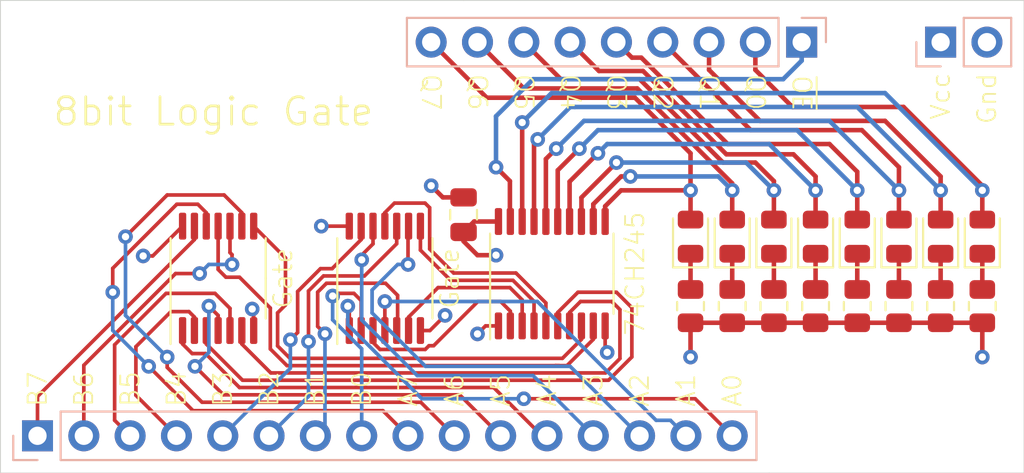
<source format=kicad_pcb>
(kicad_pcb (version 20171130) (host pcbnew "(5.1.10-1-10_14)")

  (general
    (thickness 1.6)
    (drawings 36)
    (tracks 349)
    (zones 0)
    (modules 23)
    (nets 44)
  )

  (page A4)
  (layers
    (0 F.Cu signal)
    (1 In1.Cu signal)
    (2 In2.Cu signal)
    (31 B.Cu signal)
    (32 B.Adhes user)
    (33 F.Adhes user)
    (34 B.Paste user hide)
    (35 F.Paste user)
    (36 B.SilkS user)
    (37 F.SilkS user)
    (38 B.Mask user)
    (39 F.Mask user)
    (40 Dwgs.User user)
    (41 Cmts.User user)
    (42 Eco1.User user)
    (43 Eco2.User user)
    (44 Edge.Cuts user)
    (45 Margin user)
    (46 B.CrtYd user)
    (47 F.CrtYd user)
    (48 B.Fab user hide)
    (49 F.Fab user hide)
  )

  (setup
    (last_trace_width 0.25)
    (user_trace_width 0.2)
    (trace_clearance 0.2)
    (zone_clearance 0.508)
    (zone_45_only no)
    (trace_min 0.2)
    (via_size 0.8)
    (via_drill 0.4)
    (via_min_size 0.4)
    (via_min_drill 0.3)
    (uvia_size 0.3)
    (uvia_drill 0.1)
    (uvias_allowed no)
    (uvia_min_size 0.2)
    (uvia_min_drill 0.1)
    (edge_width 0.05)
    (segment_width 0.2)
    (pcb_text_width 0.3)
    (pcb_text_size 1.5 1.5)
    (mod_edge_width 0.12)
    (mod_text_size 1 1)
    (mod_text_width 0.15)
    (pad_size 1.524 1.524)
    (pad_drill 0.762)
    (pad_to_mask_clearance 0)
    (aux_axis_origin 0 0)
    (visible_elements FFFFFF7F)
    (pcbplotparams
      (layerselection 0x010fc_ffffffff)
      (usegerberextensions false)
      (usegerberattributes true)
      (usegerberadvancedattributes true)
      (creategerberjobfile true)
      (excludeedgelayer true)
      (linewidth 0.100000)
      (plotframeref false)
      (viasonmask false)
      (mode 1)
      (useauxorigin false)
      (hpglpennumber 1)
      (hpglpenspeed 20)
      (hpglpendiameter 15.000000)
      (psnegative false)
      (psa4output false)
      (plotreference true)
      (plotvalue true)
      (plotinvisibletext false)
      (padsonsilk false)
      (subtractmaskfromsilk false)
      (outputformat 1)
      (mirror false)
      (drillshape 0)
      (scaleselection 1)
      (outputdirectory "GERBER"))
  )

  (net 0 "")
  (net 1 A0)
  (net 2 A1)
  (net 3 A2)
  (net 4 A3)
  (net 5 A4)
  (net 6 A5)
  (net 7 A6)
  (net 8 A7)
  (net 9 B0)
  (net 10 B1)
  (net 11 B2)
  (net 12 B3)
  (net 13 B4)
  (net 14 B5)
  (net 15 B6)
  (net 16 B7)
  (net 17 GND)
  (net 18 VCC)
  (net 19 Q7)
  (net 20 Q6)
  (net 21 Q5)
  (net 22 Q4)
  (net 23 Q3)
  (net 24 Q2)
  (net 25 Q1)
  (net 26 Q0)
  (net 27 ~OUTPUT)
  (net 28 "Net-(U1-Pad9)")
  (net 29 "Net-(U1-Pad8)")
  (net 30 "Net-(U1-Pad7)")
  (net 31 "Net-(U1-Pad6)")
  (net 32 "Net-(U1-Pad5)")
  (net 33 "Net-(U1-Pad4)")
  (net 34 "Net-(U1-Pad3)")
  (net 35 "Net-(U1-Pad2)")
  (net 36 "Net-(D1-Pad1)")
  (net 37 "Net-(D2-Pad1)")
  (net 38 "Net-(D3-Pad1)")
  (net 39 "Net-(D4-Pad1)")
  (net 40 "Net-(D5-Pad1)")
  (net 41 "Net-(D6-Pad1)")
  (net 42 "Net-(D7-Pad1)")
  (net 43 "Net-(D8-Pad1)")

  (net_class Default "This is the default net class."
    (clearance 0.2)
    (trace_width 0.25)
    (via_dia 0.8)
    (via_drill 0.4)
    (uvia_dia 0.3)
    (uvia_drill 0.1)
    (add_net A0)
    (add_net A1)
    (add_net A2)
    (add_net A3)
    (add_net A4)
    (add_net A5)
    (add_net A6)
    (add_net A7)
    (add_net B0)
    (add_net B1)
    (add_net B2)
    (add_net B3)
    (add_net B4)
    (add_net B5)
    (add_net B6)
    (add_net B7)
    (add_net GND)
    (add_net "Net-(D1-Pad1)")
    (add_net "Net-(D2-Pad1)")
    (add_net "Net-(D3-Pad1)")
    (add_net "Net-(D4-Pad1)")
    (add_net "Net-(D5-Pad1)")
    (add_net "Net-(D6-Pad1)")
    (add_net "Net-(D7-Pad1)")
    (add_net "Net-(D8-Pad1)")
    (add_net "Net-(U1-Pad2)")
    (add_net "Net-(U1-Pad3)")
    (add_net "Net-(U1-Pad4)")
    (add_net "Net-(U1-Pad5)")
    (add_net "Net-(U1-Pad6)")
    (add_net "Net-(U1-Pad7)")
    (add_net "Net-(U1-Pad8)")
    (add_net "Net-(U1-Pad9)")
    (add_net Q0)
    (add_net Q1)
    (add_net Q2)
    (add_net Q3)
    (add_net Q4)
    (add_net Q5)
    (add_net Q6)
    (add_net Q7)
    (add_net VCC)
    (add_net ~OUTPUT)
  )

  (module Connector_PinSocket_2.54mm:PinSocket_1x09_P2.54mm_Vertical (layer B.Cu) (tedit 5A19A431) (tstamp 61C02CC3)
    (at 175.514 105.156 90)
    (descr "Through hole straight socket strip, 1x09, 2.54mm pitch, single row (from Kicad 4.0.7), script generated")
    (tags "Through hole socket strip THT 1x09 2.54mm single row")
    (path /6497922D)
    (fp_text reference J3 (at 0 2.77 270) (layer B.SilkS) hide
      (effects (font (size 1 1) (thickness 0.15)) (justify mirror))
    )
    (fp_text value Conn_01x09 (at 0 -23.09 270) (layer B.Fab)
      (effects (font (size 1 1) (thickness 0.15)) (justify mirror))
    )
    (fp_text user %R (at 0 -8.89) (layer B.Fab) hide
      (effects (font (size 1 1) (thickness 0.15)) (justify mirror))
    )
    (fp_line (start -1.27 1.27) (end 0.635 1.27) (layer B.Fab) (width 0.1))
    (fp_line (start 0.635 1.27) (end 1.27 0.635) (layer B.Fab) (width 0.1))
    (fp_line (start 1.27 0.635) (end 1.27 -21.59) (layer B.Fab) (width 0.1))
    (fp_line (start 1.27 -21.59) (end -1.27 -21.59) (layer B.Fab) (width 0.1))
    (fp_line (start -1.27 -21.59) (end -1.27 1.27) (layer B.Fab) (width 0.1))
    (fp_line (start -1.33 -1.27) (end 1.33 -1.27) (layer B.SilkS) (width 0.12))
    (fp_line (start -1.33 -1.27) (end -1.33 -21.65) (layer B.SilkS) (width 0.12))
    (fp_line (start -1.33 -21.65) (end 1.33 -21.65) (layer B.SilkS) (width 0.12))
    (fp_line (start 1.33 -1.27) (end 1.33 -21.65) (layer B.SilkS) (width 0.12))
    (fp_line (start 1.33 1.33) (end 1.33 0) (layer B.SilkS) (width 0.12))
    (fp_line (start 0 1.33) (end 1.33 1.33) (layer B.SilkS) (width 0.12))
    (fp_line (start -1.8 1.8) (end 1.75 1.8) (layer B.CrtYd) (width 0.05))
    (fp_line (start 1.75 1.8) (end 1.75 -22.1) (layer B.CrtYd) (width 0.05))
    (fp_line (start 1.75 -22.1) (end -1.8 -22.1) (layer B.CrtYd) (width 0.05))
    (fp_line (start -1.8 -22.1) (end -1.8 1.8) (layer B.CrtYd) (width 0.05))
    (pad 1 thru_hole rect (at 0 0 90) (size 1.7 1.7) (drill 1) (layers *.Cu *.Mask)
      (net 27 ~OUTPUT))
    (pad 2 thru_hole oval (at 0 -2.54 90) (size 1.7 1.7) (drill 1) (layers *.Cu *.Mask)
      (net 26 Q0))
    (pad 3 thru_hole oval (at 0 -5.08 90) (size 1.7 1.7) (drill 1) (layers *.Cu *.Mask)
      (net 25 Q1))
    (pad 4 thru_hole oval (at 0 -7.62 90) (size 1.7 1.7) (drill 1) (layers *.Cu *.Mask)
      (net 24 Q2))
    (pad 5 thru_hole oval (at 0 -10.16 90) (size 1.7 1.7) (drill 1) (layers *.Cu *.Mask)
      (net 23 Q3))
    (pad 6 thru_hole oval (at 0 -12.7 90) (size 1.7 1.7) (drill 1) (layers *.Cu *.Mask)
      (net 22 Q4))
    (pad 7 thru_hole oval (at 0 -15.24 90) (size 1.7 1.7) (drill 1) (layers *.Cu *.Mask)
      (net 21 Q5))
    (pad 8 thru_hole oval (at 0 -17.78 90) (size 1.7 1.7) (drill 1) (layers *.Cu *.Mask)
      (net 20 Q6))
    (pad 9 thru_hole oval (at 0 -20.32 90) (size 1.7 1.7) (drill 1) (layers *.Cu *.Mask)
      (net 19 Q7))
    (model ${KISYS3DMOD}/Connector_PinSocket_2.54mm.3dshapes/PinSocket_1x09_P2.54mm_Vertical.wrl
      (at (xyz 0 0 0))
      (scale (xyz 1 1 1))
      (rotate (xyz 0 0 0))
    )
  )

  (module Resistor_SMD:R_0805_2012Metric (layer F.Cu) (tedit 5F68FEEE) (tstamp 61C026F7)
    (at 185.42 119.634 270)
    (descr "Resistor SMD 0805 (2012 Metric), square (rectangular) end terminal, IPC_7351 nominal, (Body size source: IPC-SM-782 page 72, https://www.pcb-3d.com/wordpress/wp-content/uploads/ipc-sm-782a_amendment_1_and_2.pdf), generated with kicad-footprint-generator")
    (tags resistor)
    (path /622F0FD6)
    (attr smd)
    (fp_text reference R8 (at 0 -1.65 90) (layer F.SilkS) hide
      (effects (font (size 1 1) (thickness 0.15)))
    )
    (fp_text value R_US (at 0 1.65 90) (layer F.Fab)
      (effects (font (size 1 1) (thickness 0.15)))
    )
    (fp_text user %R (at 0 0 90) (layer F.Fab) hide
      (effects (font (size 0.5 0.5) (thickness 0.08)))
    )
    (fp_line (start -1 0.625) (end -1 -0.625) (layer F.Fab) (width 0.1))
    (fp_line (start -1 -0.625) (end 1 -0.625) (layer F.Fab) (width 0.1))
    (fp_line (start 1 -0.625) (end 1 0.625) (layer F.Fab) (width 0.1))
    (fp_line (start 1 0.625) (end -1 0.625) (layer F.Fab) (width 0.1))
    (fp_line (start -0.227064 -0.735) (end 0.227064 -0.735) (layer F.SilkS) (width 0.12))
    (fp_line (start -0.227064 0.735) (end 0.227064 0.735) (layer F.SilkS) (width 0.12))
    (fp_line (start -1.68 0.95) (end -1.68 -0.95) (layer F.CrtYd) (width 0.05))
    (fp_line (start -1.68 -0.95) (end 1.68 -0.95) (layer F.CrtYd) (width 0.05))
    (fp_line (start 1.68 -0.95) (end 1.68 0.95) (layer F.CrtYd) (width 0.05))
    (fp_line (start 1.68 0.95) (end -1.68 0.95) (layer F.CrtYd) (width 0.05))
    (pad 2 smd roundrect (at 0.9125 0 270) (size 1.025 1.4) (layers F.Cu F.Paste F.Mask) (roundrect_rratio 0.2439014634146341)
      (net 17 GND))
    (pad 1 smd roundrect (at -0.9125 0 270) (size 1.025 1.4) (layers F.Cu F.Paste F.Mask) (roundrect_rratio 0.2439014634146341)
      (net 43 "Net-(D8-Pad1)"))
    (model ${KISYS3DMOD}/Resistor_SMD.3dshapes/R_0805_2012Metric.wrl
      (at (xyz 0 0 0))
      (scale (xyz 1 1 1))
      (rotate (xyz 0 0 0))
    )
  )

  (module Resistor_SMD:R_0805_2012Metric (layer F.Cu) (tedit 5F68FEEE) (tstamp 61C026E6)
    (at 183.134 119.634 270)
    (descr "Resistor SMD 0805 (2012 Metric), square (rectangular) end terminal, IPC_7351 nominal, (Body size source: IPC-SM-782 page 72, https://www.pcb-3d.com/wordpress/wp-content/uploads/ipc-sm-782a_amendment_1_and_2.pdf), generated with kicad-footprint-generator")
    (tags resistor)
    (path /622F0C1E)
    (attr smd)
    (fp_text reference R7 (at 0 -1.65 90) (layer F.SilkS) hide
      (effects (font (size 1 1) (thickness 0.15)))
    )
    (fp_text value R_US (at 0 1.65 90) (layer F.Fab)
      (effects (font (size 1 1) (thickness 0.15)))
    )
    (fp_text user %R (at 0 0 90) (layer F.Fab) hide
      (effects (font (size 0.5 0.5) (thickness 0.08)))
    )
    (fp_line (start -1 0.625) (end -1 -0.625) (layer F.Fab) (width 0.1))
    (fp_line (start -1 -0.625) (end 1 -0.625) (layer F.Fab) (width 0.1))
    (fp_line (start 1 -0.625) (end 1 0.625) (layer F.Fab) (width 0.1))
    (fp_line (start 1 0.625) (end -1 0.625) (layer F.Fab) (width 0.1))
    (fp_line (start -0.227064 -0.735) (end 0.227064 -0.735) (layer F.SilkS) (width 0.12))
    (fp_line (start -0.227064 0.735) (end 0.227064 0.735) (layer F.SilkS) (width 0.12))
    (fp_line (start -1.68 0.95) (end -1.68 -0.95) (layer F.CrtYd) (width 0.05))
    (fp_line (start -1.68 -0.95) (end 1.68 -0.95) (layer F.CrtYd) (width 0.05))
    (fp_line (start 1.68 -0.95) (end 1.68 0.95) (layer F.CrtYd) (width 0.05))
    (fp_line (start 1.68 0.95) (end -1.68 0.95) (layer F.CrtYd) (width 0.05))
    (pad 2 smd roundrect (at 0.9125 0 270) (size 1.025 1.4) (layers F.Cu F.Paste F.Mask) (roundrect_rratio 0.2439014634146341)
      (net 17 GND))
    (pad 1 smd roundrect (at -0.9125 0 270) (size 1.025 1.4) (layers F.Cu F.Paste F.Mask) (roundrect_rratio 0.2439014634146341)
      (net 42 "Net-(D7-Pad1)"))
    (model ${KISYS3DMOD}/Resistor_SMD.3dshapes/R_0805_2012Metric.wrl
      (at (xyz 0 0 0))
      (scale (xyz 1 1 1))
      (rotate (xyz 0 0 0))
    )
  )

  (module Resistor_SMD:R_0805_2012Metric (layer F.Cu) (tedit 5F68FEEE) (tstamp 61C026D5)
    (at 180.848 119.634 270)
    (descr "Resistor SMD 0805 (2012 Metric), square (rectangular) end terminal, IPC_7351 nominal, (Body size source: IPC-SM-782 page 72, https://www.pcb-3d.com/wordpress/wp-content/uploads/ipc-sm-782a_amendment_1_and_2.pdf), generated with kicad-footprint-generator")
    (tags resistor)
    (path /622F097C)
    (attr smd)
    (fp_text reference R6 (at 0 -1.65 90) (layer F.SilkS) hide
      (effects (font (size 1 1) (thickness 0.15)))
    )
    (fp_text value R_US (at 0 1.65 90) (layer F.Fab)
      (effects (font (size 1 1) (thickness 0.15)))
    )
    (fp_text user %R (at 0 0 90) (layer F.Fab) hide
      (effects (font (size 0.5 0.5) (thickness 0.08)))
    )
    (fp_line (start -1 0.625) (end -1 -0.625) (layer F.Fab) (width 0.1))
    (fp_line (start -1 -0.625) (end 1 -0.625) (layer F.Fab) (width 0.1))
    (fp_line (start 1 -0.625) (end 1 0.625) (layer F.Fab) (width 0.1))
    (fp_line (start 1 0.625) (end -1 0.625) (layer F.Fab) (width 0.1))
    (fp_line (start -0.227064 -0.735) (end 0.227064 -0.735) (layer F.SilkS) (width 0.12))
    (fp_line (start -0.227064 0.735) (end 0.227064 0.735) (layer F.SilkS) (width 0.12))
    (fp_line (start -1.68 0.95) (end -1.68 -0.95) (layer F.CrtYd) (width 0.05))
    (fp_line (start -1.68 -0.95) (end 1.68 -0.95) (layer F.CrtYd) (width 0.05))
    (fp_line (start 1.68 -0.95) (end 1.68 0.95) (layer F.CrtYd) (width 0.05))
    (fp_line (start 1.68 0.95) (end -1.68 0.95) (layer F.CrtYd) (width 0.05))
    (pad 2 smd roundrect (at 0.9125 0 270) (size 1.025 1.4) (layers F.Cu F.Paste F.Mask) (roundrect_rratio 0.2439014634146341)
      (net 17 GND))
    (pad 1 smd roundrect (at -0.9125 0 270) (size 1.025 1.4) (layers F.Cu F.Paste F.Mask) (roundrect_rratio 0.2439014634146341)
      (net 41 "Net-(D6-Pad1)"))
    (model ${KISYS3DMOD}/Resistor_SMD.3dshapes/R_0805_2012Metric.wrl
      (at (xyz 0 0 0))
      (scale (xyz 1 1 1))
      (rotate (xyz 0 0 0))
    )
  )

  (module Resistor_SMD:R_0805_2012Metric (layer F.Cu) (tedit 5F68FEEE) (tstamp 61C026C4)
    (at 178.562 119.634 270)
    (descr "Resistor SMD 0805 (2012 Metric), square (rectangular) end terminal, IPC_7351 nominal, (Body size source: IPC-SM-782 page 72, https://www.pcb-3d.com/wordpress/wp-content/uploads/ipc-sm-782a_amendment_1_and_2.pdf), generated with kicad-footprint-generator")
    (tags resistor)
    (path /622F06DF)
    (attr smd)
    (fp_text reference R5 (at 0 -1.65 90) (layer F.SilkS) hide
      (effects (font (size 1 1) (thickness 0.15)))
    )
    (fp_text value R_US (at 0 1.65 90) (layer F.Fab)
      (effects (font (size 1 1) (thickness 0.15)))
    )
    (fp_text user %R (at 0 0 90) (layer F.Fab) hide
      (effects (font (size 0.5 0.5) (thickness 0.08)))
    )
    (fp_line (start -1 0.625) (end -1 -0.625) (layer F.Fab) (width 0.1))
    (fp_line (start -1 -0.625) (end 1 -0.625) (layer F.Fab) (width 0.1))
    (fp_line (start 1 -0.625) (end 1 0.625) (layer F.Fab) (width 0.1))
    (fp_line (start 1 0.625) (end -1 0.625) (layer F.Fab) (width 0.1))
    (fp_line (start -0.227064 -0.735) (end 0.227064 -0.735) (layer F.SilkS) (width 0.12))
    (fp_line (start -0.227064 0.735) (end 0.227064 0.735) (layer F.SilkS) (width 0.12))
    (fp_line (start -1.68 0.95) (end -1.68 -0.95) (layer F.CrtYd) (width 0.05))
    (fp_line (start -1.68 -0.95) (end 1.68 -0.95) (layer F.CrtYd) (width 0.05))
    (fp_line (start 1.68 -0.95) (end 1.68 0.95) (layer F.CrtYd) (width 0.05))
    (fp_line (start 1.68 0.95) (end -1.68 0.95) (layer F.CrtYd) (width 0.05))
    (pad 2 smd roundrect (at 0.9125 0 270) (size 1.025 1.4) (layers F.Cu F.Paste F.Mask) (roundrect_rratio 0.2439014634146341)
      (net 17 GND))
    (pad 1 smd roundrect (at -0.9125 0 270) (size 1.025 1.4) (layers F.Cu F.Paste F.Mask) (roundrect_rratio 0.2439014634146341)
      (net 40 "Net-(D5-Pad1)"))
    (model ${KISYS3DMOD}/Resistor_SMD.3dshapes/R_0805_2012Metric.wrl
      (at (xyz 0 0 0))
      (scale (xyz 1 1 1))
      (rotate (xyz 0 0 0))
    )
  )

  (module Resistor_SMD:R_0805_2012Metric (layer F.Cu) (tedit 5F68FEEE) (tstamp 61C026B3)
    (at 176.276 119.634 270)
    (descr "Resistor SMD 0805 (2012 Metric), square (rectangular) end terminal, IPC_7351 nominal, (Body size source: IPC-SM-782 page 72, https://www.pcb-3d.com/wordpress/wp-content/uploads/ipc-sm-782a_amendment_1_and_2.pdf), generated with kicad-footprint-generator")
    (tags resistor)
    (path /622F0313)
    (attr smd)
    (fp_text reference R4 (at 0 -1.65 90) (layer F.SilkS) hide
      (effects (font (size 1 1) (thickness 0.15)))
    )
    (fp_text value R_US (at 0 1.65 90) (layer F.Fab)
      (effects (font (size 1 1) (thickness 0.15)))
    )
    (fp_text user %R (at 0 0 90) (layer F.Fab) hide
      (effects (font (size 0.5 0.5) (thickness 0.08)))
    )
    (fp_line (start -1 0.625) (end -1 -0.625) (layer F.Fab) (width 0.1))
    (fp_line (start -1 -0.625) (end 1 -0.625) (layer F.Fab) (width 0.1))
    (fp_line (start 1 -0.625) (end 1 0.625) (layer F.Fab) (width 0.1))
    (fp_line (start 1 0.625) (end -1 0.625) (layer F.Fab) (width 0.1))
    (fp_line (start -0.227064 -0.735) (end 0.227064 -0.735) (layer F.SilkS) (width 0.12))
    (fp_line (start -0.227064 0.735) (end 0.227064 0.735) (layer F.SilkS) (width 0.12))
    (fp_line (start -1.68 0.95) (end -1.68 -0.95) (layer F.CrtYd) (width 0.05))
    (fp_line (start -1.68 -0.95) (end 1.68 -0.95) (layer F.CrtYd) (width 0.05))
    (fp_line (start 1.68 -0.95) (end 1.68 0.95) (layer F.CrtYd) (width 0.05))
    (fp_line (start 1.68 0.95) (end -1.68 0.95) (layer F.CrtYd) (width 0.05))
    (pad 2 smd roundrect (at 0.9125 0 270) (size 1.025 1.4) (layers F.Cu F.Paste F.Mask) (roundrect_rratio 0.2439014634146341)
      (net 17 GND))
    (pad 1 smd roundrect (at -0.9125 0 270) (size 1.025 1.4) (layers F.Cu F.Paste F.Mask) (roundrect_rratio 0.2439014634146341)
      (net 39 "Net-(D4-Pad1)"))
    (model ${KISYS3DMOD}/Resistor_SMD.3dshapes/R_0805_2012Metric.wrl
      (at (xyz 0 0 0))
      (scale (xyz 1 1 1))
      (rotate (xyz 0 0 0))
    )
  )

  (module Resistor_SMD:R_0805_2012Metric (layer F.Cu) (tedit 5F68FEEE) (tstamp 61C026A2)
    (at 173.99 119.634 270)
    (descr "Resistor SMD 0805 (2012 Metric), square (rectangular) end terminal, IPC_7351 nominal, (Body size source: IPC-SM-782 page 72, https://www.pcb-3d.com/wordpress/wp-content/uploads/ipc-sm-782a_amendment_1_and_2.pdf), generated with kicad-footprint-generator")
    (tags resistor)
    (path /622F003B)
    (attr smd)
    (fp_text reference R3 (at 0 -1.65 90) (layer F.SilkS) hide
      (effects (font (size 1 1) (thickness 0.15)))
    )
    (fp_text value R_US (at 0 1.65 90) (layer F.Fab)
      (effects (font (size 1 1) (thickness 0.15)))
    )
    (fp_text user %R (at 0 0 90) (layer F.Fab) hide
      (effects (font (size 0.5 0.5) (thickness 0.08)))
    )
    (fp_line (start -1 0.625) (end -1 -0.625) (layer F.Fab) (width 0.1))
    (fp_line (start -1 -0.625) (end 1 -0.625) (layer F.Fab) (width 0.1))
    (fp_line (start 1 -0.625) (end 1 0.625) (layer F.Fab) (width 0.1))
    (fp_line (start 1 0.625) (end -1 0.625) (layer F.Fab) (width 0.1))
    (fp_line (start -0.227064 -0.735) (end 0.227064 -0.735) (layer F.SilkS) (width 0.12))
    (fp_line (start -0.227064 0.735) (end 0.227064 0.735) (layer F.SilkS) (width 0.12))
    (fp_line (start -1.68 0.95) (end -1.68 -0.95) (layer F.CrtYd) (width 0.05))
    (fp_line (start -1.68 -0.95) (end 1.68 -0.95) (layer F.CrtYd) (width 0.05))
    (fp_line (start 1.68 -0.95) (end 1.68 0.95) (layer F.CrtYd) (width 0.05))
    (fp_line (start 1.68 0.95) (end -1.68 0.95) (layer F.CrtYd) (width 0.05))
    (pad 2 smd roundrect (at 0.9125 0 270) (size 1.025 1.4) (layers F.Cu F.Paste F.Mask) (roundrect_rratio 0.2439014634146341)
      (net 17 GND))
    (pad 1 smd roundrect (at -0.9125 0 270) (size 1.025 1.4) (layers F.Cu F.Paste F.Mask) (roundrect_rratio 0.2439014634146341)
      (net 38 "Net-(D3-Pad1)"))
    (model ${KISYS3DMOD}/Resistor_SMD.3dshapes/R_0805_2012Metric.wrl
      (at (xyz 0 0 0))
      (scale (xyz 1 1 1))
      (rotate (xyz 0 0 0))
    )
  )

  (module Resistor_SMD:R_0805_2012Metric (layer F.Cu) (tedit 5F68FEEE) (tstamp 61C02691)
    (at 171.704 119.634 270)
    (descr "Resistor SMD 0805 (2012 Metric), square (rectangular) end terminal, IPC_7351 nominal, (Body size source: IPC-SM-782 page 72, https://www.pcb-3d.com/wordpress/wp-content/uploads/ipc-sm-782a_amendment_1_and_2.pdf), generated with kicad-footprint-generator")
    (tags resistor)
    (path /622EFC54)
    (attr smd)
    (fp_text reference R2 (at 0 -1.65 90) (layer F.SilkS) hide
      (effects (font (size 1 1) (thickness 0.15)))
    )
    (fp_text value R_US (at 0 1.65 90) (layer F.Fab)
      (effects (font (size 1 1) (thickness 0.15)))
    )
    (fp_text user %R (at 0 0 90) (layer F.Fab) hide
      (effects (font (size 0.5 0.5) (thickness 0.08)))
    )
    (fp_line (start -1 0.625) (end -1 -0.625) (layer F.Fab) (width 0.1))
    (fp_line (start -1 -0.625) (end 1 -0.625) (layer F.Fab) (width 0.1))
    (fp_line (start 1 -0.625) (end 1 0.625) (layer F.Fab) (width 0.1))
    (fp_line (start 1 0.625) (end -1 0.625) (layer F.Fab) (width 0.1))
    (fp_line (start -0.227064 -0.735) (end 0.227064 -0.735) (layer F.SilkS) (width 0.12))
    (fp_line (start -0.227064 0.735) (end 0.227064 0.735) (layer F.SilkS) (width 0.12))
    (fp_line (start -1.68 0.95) (end -1.68 -0.95) (layer F.CrtYd) (width 0.05))
    (fp_line (start -1.68 -0.95) (end 1.68 -0.95) (layer F.CrtYd) (width 0.05))
    (fp_line (start 1.68 -0.95) (end 1.68 0.95) (layer F.CrtYd) (width 0.05))
    (fp_line (start 1.68 0.95) (end -1.68 0.95) (layer F.CrtYd) (width 0.05))
    (pad 2 smd roundrect (at 0.9125 0 270) (size 1.025 1.4) (layers F.Cu F.Paste F.Mask) (roundrect_rratio 0.2439014634146341)
      (net 17 GND))
    (pad 1 smd roundrect (at -0.9125 0 270) (size 1.025 1.4) (layers F.Cu F.Paste F.Mask) (roundrect_rratio 0.2439014634146341)
      (net 37 "Net-(D2-Pad1)"))
    (model ${KISYS3DMOD}/Resistor_SMD.3dshapes/R_0805_2012Metric.wrl
      (at (xyz 0 0 0))
      (scale (xyz 1 1 1))
      (rotate (xyz 0 0 0))
    )
  )

  (module Resistor_SMD:R_0805_2012Metric (layer F.Cu) (tedit 5F68FEEE) (tstamp 61C02680)
    (at 169.418 119.634 270)
    (descr "Resistor SMD 0805 (2012 Metric), square (rectangular) end terminal, IPC_7351 nominal, (Body size source: IPC-SM-782 page 72, https://www.pcb-3d.com/wordpress/wp-content/uploads/ipc-sm-782a_amendment_1_and_2.pdf), generated with kicad-footprint-generator")
    (tags resistor)
    (path /622D26A5)
    (attr smd)
    (fp_text reference R1 (at 0 -1.65 90) (layer F.SilkS) hide
      (effects (font (size 1 1) (thickness 0.15)))
    )
    (fp_text value R_US (at 0 1.65 90) (layer F.Fab)
      (effects (font (size 1 1) (thickness 0.15)))
    )
    (fp_text user %R (at 0 0 90) (layer F.Fab) hide
      (effects (font (size 0.5 0.5) (thickness 0.08)))
    )
    (fp_line (start -1 0.625) (end -1 -0.625) (layer F.Fab) (width 0.1))
    (fp_line (start -1 -0.625) (end 1 -0.625) (layer F.Fab) (width 0.1))
    (fp_line (start 1 -0.625) (end 1 0.625) (layer F.Fab) (width 0.1))
    (fp_line (start 1 0.625) (end -1 0.625) (layer F.Fab) (width 0.1))
    (fp_line (start -0.227064 -0.735) (end 0.227064 -0.735) (layer F.SilkS) (width 0.12))
    (fp_line (start -0.227064 0.735) (end 0.227064 0.735) (layer F.SilkS) (width 0.12))
    (fp_line (start -1.68 0.95) (end -1.68 -0.95) (layer F.CrtYd) (width 0.05))
    (fp_line (start -1.68 -0.95) (end 1.68 -0.95) (layer F.CrtYd) (width 0.05))
    (fp_line (start 1.68 -0.95) (end 1.68 0.95) (layer F.CrtYd) (width 0.05))
    (fp_line (start 1.68 0.95) (end -1.68 0.95) (layer F.CrtYd) (width 0.05))
    (pad 2 smd roundrect (at 0.9125 0 270) (size 1.025 1.4) (layers F.Cu F.Paste F.Mask) (roundrect_rratio 0.2439014634146341)
      (net 17 GND))
    (pad 1 smd roundrect (at -0.9125 0 270) (size 1.025 1.4) (layers F.Cu F.Paste F.Mask) (roundrect_rratio 0.2439014634146341)
      (net 36 "Net-(D1-Pad1)"))
    (model ${KISYS3DMOD}/Resistor_SMD.3dshapes/R_0805_2012Metric.wrl
      (at (xyz 0 0 0))
      (scale (xyz 1 1 1))
      (rotate (xyz 0 0 0))
    )
  )

  (module LED_SMD:LED_0805_2012Metric (layer F.Cu) (tedit 5F68FEF1) (tstamp 61C025C7)
    (at 185.42 115.824 90)
    (descr "LED SMD 0805 (2012 Metric), square (rectangular) end terminal, IPC_7351 nominal, (Body size source: https://docs.google.com/spreadsheets/d/1BsfQQcO9C6DZCsRaXUlFlo91Tg2WpOkGARC1WS5S8t0/edit?usp=sharing), generated with kicad-footprint-generator")
    (tags LED)
    (path /622D8961)
    (attr smd)
    (fp_text reference D8 (at 0 -1.65 90) (layer F.SilkS) hide
      (effects (font (size 1 1) (thickness 0.15)))
    )
    (fp_text value LED (at 0 1.65 90) (layer F.Fab)
      (effects (font (size 1 1) (thickness 0.15)))
    )
    (fp_text user %R (at 0 0 90) (layer F.Fab) hide
      (effects (font (size 0.5 0.5) (thickness 0.08)))
    )
    (fp_line (start 1 -0.6) (end -0.7 -0.6) (layer F.Fab) (width 0.1))
    (fp_line (start -0.7 -0.6) (end -1 -0.3) (layer F.Fab) (width 0.1))
    (fp_line (start -1 -0.3) (end -1 0.6) (layer F.Fab) (width 0.1))
    (fp_line (start -1 0.6) (end 1 0.6) (layer F.Fab) (width 0.1))
    (fp_line (start 1 0.6) (end 1 -0.6) (layer F.Fab) (width 0.1))
    (fp_line (start 1 -0.96) (end -1.685 -0.96) (layer F.SilkS) (width 0.12))
    (fp_line (start -1.685 -0.96) (end -1.685 0.96) (layer F.SilkS) (width 0.12))
    (fp_line (start -1.685 0.96) (end 1 0.96) (layer F.SilkS) (width 0.12))
    (fp_line (start -1.68 0.95) (end -1.68 -0.95) (layer F.CrtYd) (width 0.05))
    (fp_line (start -1.68 -0.95) (end 1.68 -0.95) (layer F.CrtYd) (width 0.05))
    (fp_line (start 1.68 -0.95) (end 1.68 0.95) (layer F.CrtYd) (width 0.05))
    (fp_line (start 1.68 0.95) (end -1.68 0.95) (layer F.CrtYd) (width 0.05))
    (pad 2 smd roundrect (at 0.9375 0 90) (size 0.975 1.4) (layers F.Cu F.Paste F.Mask) (roundrect_rratio 0.25)
      (net 26 Q0))
    (pad 1 smd roundrect (at -0.9375 0 90) (size 0.975 1.4) (layers F.Cu F.Paste F.Mask) (roundrect_rratio 0.25)
      (net 43 "Net-(D8-Pad1)"))
    (model ${KISYS3DMOD}/LED_SMD.3dshapes/LED_0805_2012Metric.wrl
      (at (xyz 0 0 0))
      (scale (xyz 1 1 1))
      (rotate (xyz 0 0 0))
    )
  )

  (module LED_SMD:LED_0805_2012Metric (layer F.Cu) (tedit 5F68FEF1) (tstamp 61C025B4)
    (at 183.134 115.824 90)
    (descr "LED SMD 0805 (2012 Metric), square (rectangular) end terminal, IPC_7351 nominal, (Body size source: https://docs.google.com/spreadsheets/d/1BsfQQcO9C6DZCsRaXUlFlo91Tg2WpOkGARC1WS5S8t0/edit?usp=sharing), generated with kicad-footprint-generator")
    (tags LED)
    (path /622D894D)
    (attr smd)
    (fp_text reference D7 (at 0 -1.65 90) (layer F.SilkS) hide
      (effects (font (size 1 1) (thickness 0.15)))
    )
    (fp_text value LED (at 0 1.65 90) (layer F.Fab)
      (effects (font (size 1 1) (thickness 0.15)))
    )
    (fp_text user %R (at 0 0 90) (layer F.Fab) hide
      (effects (font (size 0.5 0.5) (thickness 0.08)))
    )
    (fp_line (start 1 -0.6) (end -0.7 -0.6) (layer F.Fab) (width 0.1))
    (fp_line (start -0.7 -0.6) (end -1 -0.3) (layer F.Fab) (width 0.1))
    (fp_line (start -1 -0.3) (end -1 0.6) (layer F.Fab) (width 0.1))
    (fp_line (start -1 0.6) (end 1 0.6) (layer F.Fab) (width 0.1))
    (fp_line (start 1 0.6) (end 1 -0.6) (layer F.Fab) (width 0.1))
    (fp_line (start 1 -0.96) (end -1.685 -0.96) (layer F.SilkS) (width 0.12))
    (fp_line (start -1.685 -0.96) (end -1.685 0.96) (layer F.SilkS) (width 0.12))
    (fp_line (start -1.685 0.96) (end 1 0.96) (layer F.SilkS) (width 0.12))
    (fp_line (start -1.68 0.95) (end -1.68 -0.95) (layer F.CrtYd) (width 0.05))
    (fp_line (start -1.68 -0.95) (end 1.68 -0.95) (layer F.CrtYd) (width 0.05))
    (fp_line (start 1.68 -0.95) (end 1.68 0.95) (layer F.CrtYd) (width 0.05))
    (fp_line (start 1.68 0.95) (end -1.68 0.95) (layer F.CrtYd) (width 0.05))
    (pad 2 smd roundrect (at 0.9375 0 90) (size 0.975 1.4) (layers F.Cu F.Paste F.Mask) (roundrect_rratio 0.25)
      (net 25 Q1))
    (pad 1 smd roundrect (at -0.9375 0 90) (size 0.975 1.4) (layers F.Cu F.Paste F.Mask) (roundrect_rratio 0.25)
      (net 42 "Net-(D7-Pad1)"))
    (model ${KISYS3DMOD}/LED_SMD.3dshapes/LED_0805_2012Metric.wrl
      (at (xyz 0 0 0))
      (scale (xyz 1 1 1))
      (rotate (xyz 0 0 0))
    )
  )

  (module LED_SMD:LED_0805_2012Metric (layer F.Cu) (tedit 5F68FEF1) (tstamp 61C025A1)
    (at 180.848 115.824 90)
    (descr "LED SMD 0805 (2012 Metric), square (rectangular) end terminal, IPC_7351 nominal, (Body size source: https://docs.google.com/spreadsheets/d/1BsfQQcO9C6DZCsRaXUlFlo91Tg2WpOkGARC1WS5S8t0/edit?usp=sharing), generated with kicad-footprint-generator")
    (tags LED)
    (path /622D8939)
    (attr smd)
    (fp_text reference D6 (at 0 -1.65 90) (layer F.SilkS) hide
      (effects (font (size 1 1) (thickness 0.15)))
    )
    (fp_text value LED (at 0 1.65 90) (layer F.Fab)
      (effects (font (size 1 1) (thickness 0.15)))
    )
    (fp_text user %R (at 0 0 90) (layer F.Fab) hide
      (effects (font (size 0.5 0.5) (thickness 0.08)))
    )
    (fp_line (start 1 -0.6) (end -0.7 -0.6) (layer F.Fab) (width 0.1))
    (fp_line (start -0.7 -0.6) (end -1 -0.3) (layer F.Fab) (width 0.1))
    (fp_line (start -1 -0.3) (end -1 0.6) (layer F.Fab) (width 0.1))
    (fp_line (start -1 0.6) (end 1 0.6) (layer F.Fab) (width 0.1))
    (fp_line (start 1 0.6) (end 1 -0.6) (layer F.Fab) (width 0.1))
    (fp_line (start 1 -0.96) (end -1.685 -0.96) (layer F.SilkS) (width 0.12))
    (fp_line (start -1.685 -0.96) (end -1.685 0.96) (layer F.SilkS) (width 0.12))
    (fp_line (start -1.685 0.96) (end 1 0.96) (layer F.SilkS) (width 0.12))
    (fp_line (start -1.68 0.95) (end -1.68 -0.95) (layer F.CrtYd) (width 0.05))
    (fp_line (start -1.68 -0.95) (end 1.68 -0.95) (layer F.CrtYd) (width 0.05))
    (fp_line (start 1.68 -0.95) (end 1.68 0.95) (layer F.CrtYd) (width 0.05))
    (fp_line (start 1.68 0.95) (end -1.68 0.95) (layer F.CrtYd) (width 0.05))
    (pad 2 smd roundrect (at 0.9375 0 90) (size 0.975 1.4) (layers F.Cu F.Paste F.Mask) (roundrect_rratio 0.25)
      (net 24 Q2))
    (pad 1 smd roundrect (at -0.9375 0 90) (size 0.975 1.4) (layers F.Cu F.Paste F.Mask) (roundrect_rratio 0.25)
      (net 41 "Net-(D6-Pad1)"))
    (model ${KISYS3DMOD}/LED_SMD.3dshapes/LED_0805_2012Metric.wrl
      (at (xyz 0 0 0))
      (scale (xyz 1 1 1))
      (rotate (xyz 0 0 0))
    )
  )

  (module LED_SMD:LED_0805_2012Metric (layer F.Cu) (tedit 5F68FEF1) (tstamp 61C0258E)
    (at 178.562 115.824 90)
    (descr "LED SMD 0805 (2012 Metric), square (rectangular) end terminal, IPC_7351 nominal, (Body size source: https://docs.google.com/spreadsheets/d/1BsfQQcO9C6DZCsRaXUlFlo91Tg2WpOkGARC1WS5S8t0/edit?usp=sharing), generated with kicad-footprint-generator")
    (tags LED)
    (path /622D8925)
    (attr smd)
    (fp_text reference D5 (at 0 -1.65 90) (layer F.SilkS) hide
      (effects (font (size 1 1) (thickness 0.15)))
    )
    (fp_text value LED (at 0 1.65 90) (layer F.Fab)
      (effects (font (size 1 1) (thickness 0.15)))
    )
    (fp_text user %R (at 0 0 90) (layer F.Fab) hide
      (effects (font (size 0.5 0.5) (thickness 0.08)))
    )
    (fp_line (start 1 -0.6) (end -0.7 -0.6) (layer F.Fab) (width 0.1))
    (fp_line (start -0.7 -0.6) (end -1 -0.3) (layer F.Fab) (width 0.1))
    (fp_line (start -1 -0.3) (end -1 0.6) (layer F.Fab) (width 0.1))
    (fp_line (start -1 0.6) (end 1 0.6) (layer F.Fab) (width 0.1))
    (fp_line (start 1 0.6) (end 1 -0.6) (layer F.Fab) (width 0.1))
    (fp_line (start 1 -0.96) (end -1.685 -0.96) (layer F.SilkS) (width 0.12))
    (fp_line (start -1.685 -0.96) (end -1.685 0.96) (layer F.SilkS) (width 0.12))
    (fp_line (start -1.685 0.96) (end 1 0.96) (layer F.SilkS) (width 0.12))
    (fp_line (start -1.68 0.95) (end -1.68 -0.95) (layer F.CrtYd) (width 0.05))
    (fp_line (start -1.68 -0.95) (end 1.68 -0.95) (layer F.CrtYd) (width 0.05))
    (fp_line (start 1.68 -0.95) (end 1.68 0.95) (layer F.CrtYd) (width 0.05))
    (fp_line (start 1.68 0.95) (end -1.68 0.95) (layer F.CrtYd) (width 0.05))
    (pad 2 smd roundrect (at 0.9375 0 90) (size 0.975 1.4) (layers F.Cu F.Paste F.Mask) (roundrect_rratio 0.25)
      (net 23 Q3))
    (pad 1 smd roundrect (at -0.9375 0 90) (size 0.975 1.4) (layers F.Cu F.Paste F.Mask) (roundrect_rratio 0.25)
      (net 40 "Net-(D5-Pad1)"))
    (model ${KISYS3DMOD}/LED_SMD.3dshapes/LED_0805_2012Metric.wrl
      (at (xyz 0 0 0))
      (scale (xyz 1 1 1))
      (rotate (xyz 0 0 0))
    )
  )

  (module LED_SMD:LED_0805_2012Metric (layer F.Cu) (tedit 5F68FEF1) (tstamp 61C0257B)
    (at 176.276 115.824 90)
    (descr "LED SMD 0805 (2012 Metric), square (rectangular) end terminal, IPC_7351 nominal, (Body size source: https://docs.google.com/spreadsheets/d/1BsfQQcO9C6DZCsRaXUlFlo91Tg2WpOkGARC1WS5S8t0/edit?usp=sharing), generated with kicad-footprint-generator")
    (tags LED)
    (path /622D608E)
    (attr smd)
    (fp_text reference D4 (at 0 -1.65 90) (layer F.SilkS) hide
      (effects (font (size 1 1) (thickness 0.15)))
    )
    (fp_text value LED (at 0 1.65 90) (layer F.Fab)
      (effects (font (size 1 1) (thickness 0.15)))
    )
    (fp_text user %R (at 0 0 90) (layer F.Fab) hide
      (effects (font (size 0.5 0.5) (thickness 0.08)))
    )
    (fp_line (start 1 -0.6) (end -0.7 -0.6) (layer F.Fab) (width 0.1))
    (fp_line (start -0.7 -0.6) (end -1 -0.3) (layer F.Fab) (width 0.1))
    (fp_line (start -1 -0.3) (end -1 0.6) (layer F.Fab) (width 0.1))
    (fp_line (start -1 0.6) (end 1 0.6) (layer F.Fab) (width 0.1))
    (fp_line (start 1 0.6) (end 1 -0.6) (layer F.Fab) (width 0.1))
    (fp_line (start 1 -0.96) (end -1.685 -0.96) (layer F.SilkS) (width 0.12))
    (fp_line (start -1.685 -0.96) (end -1.685 0.96) (layer F.SilkS) (width 0.12))
    (fp_line (start -1.685 0.96) (end 1 0.96) (layer F.SilkS) (width 0.12))
    (fp_line (start -1.68 0.95) (end -1.68 -0.95) (layer F.CrtYd) (width 0.05))
    (fp_line (start -1.68 -0.95) (end 1.68 -0.95) (layer F.CrtYd) (width 0.05))
    (fp_line (start 1.68 -0.95) (end 1.68 0.95) (layer F.CrtYd) (width 0.05))
    (fp_line (start 1.68 0.95) (end -1.68 0.95) (layer F.CrtYd) (width 0.05))
    (pad 2 smd roundrect (at 0.9375 0 90) (size 0.975 1.4) (layers F.Cu F.Paste F.Mask) (roundrect_rratio 0.25)
      (net 22 Q4))
    (pad 1 smd roundrect (at -0.9375 0 90) (size 0.975 1.4) (layers F.Cu F.Paste F.Mask) (roundrect_rratio 0.25)
      (net 39 "Net-(D4-Pad1)"))
    (model ${KISYS3DMOD}/LED_SMD.3dshapes/LED_0805_2012Metric.wrl
      (at (xyz 0 0 0))
      (scale (xyz 1 1 1))
      (rotate (xyz 0 0 0))
    )
  )

  (module LED_SMD:LED_0805_2012Metric (layer F.Cu) (tedit 5F68FEF1) (tstamp 61C02568)
    (at 173.99 115.824 90)
    (descr "LED SMD 0805 (2012 Metric), square (rectangular) end terminal, IPC_7351 nominal, (Body size source: https://docs.google.com/spreadsheets/d/1BsfQQcO9C6DZCsRaXUlFlo91Tg2WpOkGARC1WS5S8t0/edit?usp=sharing), generated with kicad-footprint-generator")
    (tags LED)
    (path /622D607A)
    (attr smd)
    (fp_text reference D3 (at 0 -1.65 90) (layer F.SilkS) hide
      (effects (font (size 1 1) (thickness 0.15)))
    )
    (fp_text value LED (at 0 1.65 90) (layer F.Fab)
      (effects (font (size 1 1) (thickness 0.15)))
    )
    (fp_text user %R (at 0 0 90) (layer F.Fab) hide
      (effects (font (size 0.5 0.5) (thickness 0.08)))
    )
    (fp_line (start 1 -0.6) (end -0.7 -0.6) (layer F.Fab) (width 0.1))
    (fp_line (start -0.7 -0.6) (end -1 -0.3) (layer F.Fab) (width 0.1))
    (fp_line (start -1 -0.3) (end -1 0.6) (layer F.Fab) (width 0.1))
    (fp_line (start -1 0.6) (end 1 0.6) (layer F.Fab) (width 0.1))
    (fp_line (start 1 0.6) (end 1 -0.6) (layer F.Fab) (width 0.1))
    (fp_line (start 1 -0.96) (end -1.685 -0.96) (layer F.SilkS) (width 0.12))
    (fp_line (start -1.685 -0.96) (end -1.685 0.96) (layer F.SilkS) (width 0.12))
    (fp_line (start -1.685 0.96) (end 1 0.96) (layer F.SilkS) (width 0.12))
    (fp_line (start -1.68 0.95) (end -1.68 -0.95) (layer F.CrtYd) (width 0.05))
    (fp_line (start -1.68 -0.95) (end 1.68 -0.95) (layer F.CrtYd) (width 0.05))
    (fp_line (start 1.68 -0.95) (end 1.68 0.95) (layer F.CrtYd) (width 0.05))
    (fp_line (start 1.68 0.95) (end -1.68 0.95) (layer F.CrtYd) (width 0.05))
    (pad 2 smd roundrect (at 0.9375 0 90) (size 0.975 1.4) (layers F.Cu F.Paste F.Mask) (roundrect_rratio 0.25)
      (net 21 Q5))
    (pad 1 smd roundrect (at -0.9375 0 90) (size 0.975 1.4) (layers F.Cu F.Paste F.Mask) (roundrect_rratio 0.25)
      (net 38 "Net-(D3-Pad1)"))
    (model ${KISYS3DMOD}/LED_SMD.3dshapes/LED_0805_2012Metric.wrl
      (at (xyz 0 0 0))
      (scale (xyz 1 1 1))
      (rotate (xyz 0 0 0))
    )
  )

  (module LED_SMD:LED_0805_2012Metric (layer F.Cu) (tedit 5F68FEF1) (tstamp 61C02555)
    (at 171.704 115.824 90)
    (descr "LED SMD 0805 (2012 Metric), square (rectangular) end terminal, IPC_7351 nominal, (Body size source: https://docs.google.com/spreadsheets/d/1BsfQQcO9C6DZCsRaXUlFlo91Tg2WpOkGARC1WS5S8t0/edit?usp=sharing), generated with kicad-footprint-generator")
    (tags LED)
    (path /622D3FFD)
    (attr smd)
    (fp_text reference D2 (at 0 -1.65 90) (layer F.SilkS) hide
      (effects (font (size 1 1) (thickness 0.15)))
    )
    (fp_text value LED (at 0 1.65 90) (layer F.Fab)
      (effects (font (size 1 1) (thickness 0.15)))
    )
    (fp_text user %R (at 0 0 90) (layer F.Fab) hide
      (effects (font (size 0.5 0.5) (thickness 0.08)))
    )
    (fp_line (start 1 -0.6) (end -0.7 -0.6) (layer F.Fab) (width 0.1))
    (fp_line (start -0.7 -0.6) (end -1 -0.3) (layer F.Fab) (width 0.1))
    (fp_line (start -1 -0.3) (end -1 0.6) (layer F.Fab) (width 0.1))
    (fp_line (start -1 0.6) (end 1 0.6) (layer F.Fab) (width 0.1))
    (fp_line (start 1 0.6) (end 1 -0.6) (layer F.Fab) (width 0.1))
    (fp_line (start 1 -0.96) (end -1.685 -0.96) (layer F.SilkS) (width 0.12))
    (fp_line (start -1.685 -0.96) (end -1.685 0.96) (layer F.SilkS) (width 0.12))
    (fp_line (start -1.685 0.96) (end 1 0.96) (layer F.SilkS) (width 0.12))
    (fp_line (start -1.68 0.95) (end -1.68 -0.95) (layer F.CrtYd) (width 0.05))
    (fp_line (start -1.68 -0.95) (end 1.68 -0.95) (layer F.CrtYd) (width 0.05))
    (fp_line (start 1.68 -0.95) (end 1.68 0.95) (layer F.CrtYd) (width 0.05))
    (fp_line (start 1.68 0.95) (end -1.68 0.95) (layer F.CrtYd) (width 0.05))
    (pad 2 smd roundrect (at 0.9375 0 90) (size 0.975 1.4) (layers F.Cu F.Paste F.Mask) (roundrect_rratio 0.25)
      (net 20 Q6))
    (pad 1 smd roundrect (at -0.9375 0 90) (size 0.975 1.4) (layers F.Cu F.Paste F.Mask) (roundrect_rratio 0.25)
      (net 37 "Net-(D2-Pad1)"))
    (model ${KISYS3DMOD}/LED_SMD.3dshapes/LED_0805_2012Metric.wrl
      (at (xyz 0 0 0))
      (scale (xyz 1 1 1))
      (rotate (xyz 0 0 0))
    )
  )

  (module LED_SMD:LED_0805_2012Metric (layer F.Cu) (tedit 5F68FEF1) (tstamp 61C02542)
    (at 169.418 115.824 90)
    (descr "LED SMD 0805 (2012 Metric), square (rectangular) end terminal, IPC_7351 nominal, (Body size source: https://docs.google.com/spreadsheets/d/1BsfQQcO9C6DZCsRaXUlFlo91Tg2WpOkGARC1WS5S8t0/edit?usp=sharing), generated with kicad-footprint-generator")
    (tags LED)
    (path /622D13ED)
    (attr smd)
    (fp_text reference D1 (at 0 -1.65 90) (layer F.SilkS) hide
      (effects (font (size 1 1) (thickness 0.15)))
    )
    (fp_text value LED (at 0 1.65 90) (layer F.Fab)
      (effects (font (size 1 1) (thickness 0.15)))
    )
    (fp_text user %R (at 0 0 90) (layer F.Fab) hide
      (effects (font (size 0.5 0.5) (thickness 0.08)))
    )
    (fp_line (start 1 -0.6) (end -0.7 -0.6) (layer F.Fab) (width 0.1))
    (fp_line (start -0.7 -0.6) (end -1 -0.3) (layer F.Fab) (width 0.1))
    (fp_line (start -1 -0.3) (end -1 0.6) (layer F.Fab) (width 0.1))
    (fp_line (start -1 0.6) (end 1 0.6) (layer F.Fab) (width 0.1))
    (fp_line (start 1 0.6) (end 1 -0.6) (layer F.Fab) (width 0.1))
    (fp_line (start 1 -0.96) (end -1.685 -0.96) (layer F.SilkS) (width 0.12))
    (fp_line (start -1.685 -0.96) (end -1.685 0.96) (layer F.SilkS) (width 0.12))
    (fp_line (start -1.685 0.96) (end 1 0.96) (layer F.SilkS) (width 0.12))
    (fp_line (start -1.68 0.95) (end -1.68 -0.95) (layer F.CrtYd) (width 0.05))
    (fp_line (start -1.68 -0.95) (end 1.68 -0.95) (layer F.CrtYd) (width 0.05))
    (fp_line (start 1.68 -0.95) (end 1.68 0.95) (layer F.CrtYd) (width 0.05))
    (fp_line (start 1.68 0.95) (end -1.68 0.95) (layer F.CrtYd) (width 0.05))
    (pad 2 smd roundrect (at 0.9375 0 90) (size 0.975 1.4) (layers F.Cu F.Paste F.Mask) (roundrect_rratio 0.25)
      (net 19 Q7))
    (pad 1 smd roundrect (at -0.9375 0 90) (size 0.975 1.4) (layers F.Cu F.Paste F.Mask) (roundrect_rratio 0.25)
      (net 36 "Net-(D1-Pad1)"))
    (model ${KISYS3DMOD}/LED_SMD.3dshapes/LED_0805_2012Metric.wrl
      (at (xyz 0 0 0))
      (scale (xyz 1 1 1))
      (rotate (xyz 0 0 0))
    )
  )

  (module Capacitor_SMD:C_0805_2012Metric (layer F.Cu) (tedit 5F68FEEE) (tstamp 61C01B6E)
    (at 156.972 114.62 90)
    (descr "Capacitor SMD 0805 (2012 Metric), square (rectangular) end terminal, IPC_7351 nominal, (Body size source: IPC-SM-782 page 76, https://www.pcb-3d.com/wordpress/wp-content/uploads/ipc-sm-782a_amendment_1_and_2.pdf, https://docs.google.com/spreadsheets/d/1BsfQQcO9C6DZCsRaXUlFlo91Tg2WpOkGARC1WS5S8t0/edit?usp=sharing), generated with kicad-footprint-generator")
    (tags capacitor)
    (path /622C580C)
    (attr smd)
    (fp_text reference C1 (at 0 -1.68 90) (layer F.SilkS) hide
      (effects (font (size 1 1) (thickness 0.15)))
    )
    (fp_text value C (at 0 1.68 90) (layer F.Fab)
      (effects (font (size 1 1) (thickness 0.15)))
    )
    (fp_text user %R (at 0 0 90) (layer F.Fab) hide
      (effects (font (size 0.5 0.5) (thickness 0.08)))
    )
    (fp_line (start -1 0.625) (end -1 -0.625) (layer F.Fab) (width 0.1))
    (fp_line (start -1 -0.625) (end 1 -0.625) (layer F.Fab) (width 0.1))
    (fp_line (start 1 -0.625) (end 1 0.625) (layer F.Fab) (width 0.1))
    (fp_line (start 1 0.625) (end -1 0.625) (layer F.Fab) (width 0.1))
    (fp_line (start -0.261252 -0.735) (end 0.261252 -0.735) (layer F.SilkS) (width 0.12))
    (fp_line (start -0.261252 0.735) (end 0.261252 0.735) (layer F.SilkS) (width 0.12))
    (fp_line (start -1.7 0.98) (end -1.7 -0.98) (layer F.CrtYd) (width 0.05))
    (fp_line (start -1.7 -0.98) (end 1.7 -0.98) (layer F.CrtYd) (width 0.05))
    (fp_line (start 1.7 -0.98) (end 1.7 0.98) (layer F.CrtYd) (width 0.05))
    (fp_line (start 1.7 0.98) (end -1.7 0.98) (layer F.CrtYd) (width 0.05))
    (pad 2 smd roundrect (at 0.95 0 90) (size 1 1.45) (layers F.Cu F.Paste F.Mask) (roundrect_rratio 0.25)
      (net 17 GND))
    (pad 1 smd roundrect (at -0.95 0 90) (size 1 1.45) (layers F.Cu F.Paste F.Mask) (roundrect_rratio 0.25)
      (net 18 VCC))
    (model ${KISYS3DMOD}/Capacitor_SMD.3dshapes/C_0805_2012Metric.wrl
      (at (xyz 0 0 0))
      (scale (xyz 1 1 1))
      (rotate (xyz 0 0 0))
    )
  )

  (module Package_SO:TSSOP-20_4.4x6.5mm_P0.65mm (layer F.Cu) (tedit 5E476F32) (tstamp 61BDDA95)
    (at 161.81 117.856 90)
    (descr "TSSOP, 20 Pin (JEDEC MO-153 Var AC https://www.jedec.org/document_search?search_api_views_fulltext=MO-153), generated with kicad-footprint-generator ipc_gullwing_generator.py")
    (tags "TSSOP SO")
    (path /61C93EF5)
    (attr smd)
    (fp_text reference U1 (at 0 -4.2 90) (layer F.SilkS) hide
      (effects (font (size 1 1) (thickness 0.15)))
    )
    (fp_text value 74LS245 (at 0 4.2 90) (layer F.Fab)
      (effects (font (size 1 1) (thickness 0.15)))
    )
    (fp_line (start 0 3.385) (end 2.2 3.385) (layer F.SilkS) (width 0.12))
    (fp_line (start 0 3.385) (end -2.2 3.385) (layer F.SilkS) (width 0.12))
    (fp_line (start 0 -3.385) (end 2.2 -3.385) (layer F.SilkS) (width 0.12))
    (fp_line (start 0 -3.385) (end -3.6 -3.385) (layer F.SilkS) (width 0.12))
    (fp_line (start -1.2 -3.25) (end 2.2 -3.25) (layer F.Fab) (width 0.1))
    (fp_line (start 2.2 -3.25) (end 2.2 3.25) (layer F.Fab) (width 0.1))
    (fp_line (start 2.2 3.25) (end -2.2 3.25) (layer F.Fab) (width 0.1))
    (fp_line (start -2.2 3.25) (end -2.2 -2.25) (layer F.Fab) (width 0.1))
    (fp_line (start -2.2 -2.25) (end -1.2 -3.25) (layer F.Fab) (width 0.1))
    (fp_line (start -3.85 -3.5) (end -3.85 3.5) (layer F.CrtYd) (width 0.05))
    (fp_line (start -3.85 3.5) (end 3.85 3.5) (layer F.CrtYd) (width 0.05))
    (fp_line (start 3.85 3.5) (end 3.85 -3.5) (layer F.CrtYd) (width 0.05))
    (fp_line (start 3.85 -3.5) (end -3.85 -3.5) (layer F.CrtYd) (width 0.05))
    (fp_text user %R (at 0 0 90) (layer F.Fab) hide
      (effects (font (size 1 1) (thickness 0.15)))
    )
    (fp_text user 74CH245 (at 0 4.56 90) (layer F.SilkS)
      (effects (font (size 1 1) (thickness 0.1)))
    )
    (pad 20 smd roundrect (at 2.8625 -2.925 90) (size 1.475 0.4) (layers F.Cu F.Paste F.Mask) (roundrect_rratio 0.25)
      (net 18 VCC))
    (pad 19 smd roundrect (at 2.8625 -2.275 90) (size 1.475 0.4) (layers F.Cu F.Paste F.Mask) (roundrect_rratio 0.25)
      (net 27 ~OUTPUT))
    (pad 18 smd roundrect (at 2.8625 -1.625 90) (size 1.475 0.4) (layers F.Cu F.Paste F.Mask) (roundrect_rratio 0.25)
      (net 26 Q0))
    (pad 17 smd roundrect (at 2.8625 -0.975 90) (size 1.475 0.4) (layers F.Cu F.Paste F.Mask) (roundrect_rratio 0.25)
      (net 25 Q1))
    (pad 16 smd roundrect (at 2.8625 -0.325 90) (size 1.475 0.4) (layers F.Cu F.Paste F.Mask) (roundrect_rratio 0.25)
      (net 24 Q2))
    (pad 15 smd roundrect (at 2.8625 0.325 90) (size 1.475 0.4) (layers F.Cu F.Paste F.Mask) (roundrect_rratio 0.25)
      (net 23 Q3))
    (pad 14 smd roundrect (at 2.8625 0.975 90) (size 1.475 0.4) (layers F.Cu F.Paste F.Mask) (roundrect_rratio 0.25)
      (net 22 Q4))
    (pad 13 smd roundrect (at 2.8625 1.625 90) (size 1.475 0.4) (layers F.Cu F.Paste F.Mask) (roundrect_rratio 0.25)
      (net 21 Q5))
    (pad 12 smd roundrect (at 2.8625 2.275 90) (size 1.475 0.4) (layers F.Cu F.Paste F.Mask) (roundrect_rratio 0.25)
      (net 20 Q6))
    (pad 11 smd roundrect (at 2.8625 2.925 90) (size 1.475 0.4) (layers F.Cu F.Paste F.Mask) (roundrect_rratio 0.25)
      (net 19 Q7))
    (pad 10 smd roundrect (at -2.8625 2.925 90) (size 1.475 0.4) (layers F.Cu F.Paste F.Mask) (roundrect_rratio 0.25)
      (net 17 GND))
    (pad 9 smd roundrect (at -2.8625 2.275 90) (size 1.475 0.4) (layers F.Cu F.Paste F.Mask) (roundrect_rratio 0.25)
      (net 28 "Net-(U1-Pad9)"))
    (pad 8 smd roundrect (at -2.8625 1.625 90) (size 1.475 0.4) (layers F.Cu F.Paste F.Mask) (roundrect_rratio 0.25)
      (net 29 "Net-(U1-Pad8)"))
    (pad 7 smd roundrect (at -2.8625 0.975 90) (size 1.475 0.4) (layers F.Cu F.Paste F.Mask) (roundrect_rratio 0.25)
      (net 30 "Net-(U1-Pad7)"))
    (pad 6 smd roundrect (at -2.8625 0.325 90) (size 1.475 0.4) (layers F.Cu F.Paste F.Mask) (roundrect_rratio 0.25)
      (net 31 "Net-(U1-Pad6)"))
    (pad 5 smd roundrect (at -2.8625 -0.325 90) (size 1.475 0.4) (layers F.Cu F.Paste F.Mask) (roundrect_rratio 0.25)
      (net 32 "Net-(U1-Pad5)"))
    (pad 4 smd roundrect (at -2.8625 -0.975 90) (size 1.475 0.4) (layers F.Cu F.Paste F.Mask) (roundrect_rratio 0.25)
      (net 33 "Net-(U1-Pad4)"))
    (pad 3 smd roundrect (at -2.8625 -1.625 90) (size 1.475 0.4) (layers F.Cu F.Paste F.Mask) (roundrect_rratio 0.25)
      (net 34 "Net-(U1-Pad3)"))
    (pad 2 smd roundrect (at -2.8625 -2.275 90) (size 1.475 0.4) (layers F.Cu F.Paste F.Mask) (roundrect_rratio 0.25)
      (net 35 "Net-(U1-Pad2)"))
    (pad 1 smd roundrect (at -2.8625 -2.925 90) (size 1.475 0.4) (layers F.Cu F.Paste F.Mask) (roundrect_rratio 0.25)
      (net 18 VCC))
    (model ${KISYS3DMOD}/Package_SO.3dshapes/TSSOP-20_4.4x6.5mm_P0.65mm.wrl
      (at (xyz 0 0 0))
      (scale (xyz 1 1 1))
      (rotate (xyz 0 0 0))
    )
  )

  (module Package_SO:TSSOP-14_4.4x5mm_P0.65mm (layer F.Cu) (tedit 5E476F32) (tstamp 61BDD7CB)
    (at 143.51 118.11 90)
    (descr "TSSOP, 14 Pin (JEDEC MO-153 Var AB-1 https://www.jedec.org/document_search?search_api_views_fulltext=MO-153), generated with kicad-footprint-generator ipc_gullwing_generator.py")
    (tags "TSSOP SO")
    (path /61C9F1DA)
    (attr smd)
    (fp_text reference U8 (at 0 -3.45 90) (layer F.SilkS) hide
      (effects (font (size 1 1) (thickness 0.15)))
    )
    (fp_text value 74LS86 (at 0 3.45 90) (layer F.Fab)
      (effects (font (size 1 1) (thickness 0.15)))
    )
    (fp_line (start 3.85 -2.75) (end -3.85 -2.75) (layer F.CrtYd) (width 0.05))
    (fp_line (start 3.85 2.75) (end 3.85 -2.75) (layer F.CrtYd) (width 0.05))
    (fp_line (start -3.85 2.75) (end 3.85 2.75) (layer F.CrtYd) (width 0.05))
    (fp_line (start -3.85 -2.75) (end -3.85 2.75) (layer F.CrtYd) (width 0.05))
    (fp_line (start -2.2 -1.5) (end -1.2 -2.5) (layer F.Fab) (width 0.1))
    (fp_line (start -2.2 2.5) (end -2.2 -1.5) (layer F.Fab) (width 0.1))
    (fp_line (start 2.2 2.5) (end -2.2 2.5) (layer F.Fab) (width 0.1))
    (fp_line (start 2.2 -2.5) (end 2.2 2.5) (layer F.Fab) (width 0.1))
    (fp_line (start -1.2 -2.5) (end 2.2 -2.5) (layer F.Fab) (width 0.1))
    (fp_line (start 0 -2.61) (end -3.6 -2.61) (layer F.SilkS) (width 0.12))
    (fp_line (start 0 -2.61) (end 2.2 -2.61) (layer F.SilkS) (width 0.12))
    (fp_line (start 0 2.61) (end -2.2 2.61) (layer F.SilkS) (width 0.12))
    (fp_line (start 0 2.61) (end 2.2 2.61) (layer F.SilkS) (width 0.12))
    (fp_text user %R (at 0 0 90) (layer F.Fab) hide
      (effects (font (size 1 1) (thickness 0.15)))
    )
    (fp_text user Gate (at 0 3.556 90) (layer F.SilkS)
      (effects (font (size 1 1) (thickness 0.1)))
    )
    (pad 14 smd roundrect (at 2.8625 -1.95 90) (size 1.475 0.4) (layers F.Cu F.Paste F.Mask) (roundrect_rratio 0.25)
      (net 18 VCC))
    (pad 13 smd roundrect (at 2.8625 -1.3 90) (size 1.475 0.4) (layers F.Cu F.Paste F.Mask) (roundrect_rratio 0.25)
      (net 16 B7))
    (pad 12 smd roundrect (at 2.8625 -0.65 90) (size 1.475 0.4) (layers F.Cu F.Paste F.Mask) (roundrect_rratio 0.25)
      (net 8 A7))
    (pad 11 smd roundrect (at 2.8625 0 90) (size 1.475 0.4) (layers F.Cu F.Paste F.Mask) (roundrect_rratio 0.25)
      (net 28 "Net-(U1-Pad9)"))
    (pad 10 smd roundrect (at 2.8625 0.65 90) (size 1.475 0.4) (layers F.Cu F.Paste F.Mask) (roundrect_rratio 0.25)
      (net 15 B6))
    (pad 9 smd roundrect (at 2.8625 1.3 90) (size 1.475 0.4) (layers F.Cu F.Paste F.Mask) (roundrect_rratio 0.25)
      (net 7 A6))
    (pad 8 smd roundrect (at 2.8625 1.95 90) (size 1.475 0.4) (layers F.Cu F.Paste F.Mask) (roundrect_rratio 0.25)
      (net 29 "Net-(U1-Pad8)"))
    (pad 7 smd roundrect (at -2.8625 1.95 90) (size 1.475 0.4) (layers F.Cu F.Paste F.Mask) (roundrect_rratio 0.25)
      (net 17 GND))
    (pad 6 smd roundrect (at -2.8625 1.3 90) (size 1.475 0.4) (layers F.Cu F.Paste F.Mask) (roundrect_rratio 0.25)
      (net 30 "Net-(U1-Pad7)"))
    (pad 5 smd roundrect (at -2.8625 0.65 90) (size 1.475 0.4) (layers F.Cu F.Paste F.Mask) (roundrect_rratio 0.25)
      (net 14 B5))
    (pad 4 smd roundrect (at -2.8625 0 90) (size 1.475 0.4) (layers F.Cu F.Paste F.Mask) (roundrect_rratio 0.25)
      (net 6 A5))
    (pad 3 smd roundrect (at -2.8625 -0.65 90) (size 1.475 0.4) (layers F.Cu F.Paste F.Mask) (roundrect_rratio 0.25)
      (net 31 "Net-(U1-Pad6)"))
    (pad 2 smd roundrect (at -2.8625 -1.3 90) (size 1.475 0.4) (layers F.Cu F.Paste F.Mask) (roundrect_rratio 0.25)
      (net 13 B4))
    (pad 1 smd roundrect (at -2.8625 -1.95 90) (size 1.475 0.4) (layers F.Cu F.Paste F.Mask) (roundrect_rratio 0.25)
      (net 5 A4))
    (model ${KISYS3DMOD}/Package_SO.3dshapes/TSSOP-14_4.4x5mm_P0.65mm.wrl
      (at (xyz 0 0 0))
      (scale (xyz 1 1 1))
      (rotate (xyz 0 0 0))
    )
  )

  (module Package_SO:TSSOP-14_4.4x5mm_P0.65mm (layer F.Cu) (tedit 5E476F32) (tstamp 61BDD7AB)
    (at 152.654 118.11 90)
    (descr "TSSOP, 14 Pin (JEDEC MO-153 Var AB-1 https://www.jedec.org/document_search?search_api_views_fulltext=MO-153), generated with kicad-footprint-generator ipc_gullwing_generator.py")
    (tags "TSSOP SO")
    (path /61C974F1)
    (attr smd)
    (fp_text reference U7 (at 0 -3.45 90) (layer F.SilkS) hide
      (effects (font (size 1 1) (thickness 0.15)))
    )
    (fp_text value 74LS86 (at 0 3.45 90) (layer F.Fab)
      (effects (font (size 1 1) (thickness 0.15)))
    )
    (fp_line (start 3.85 -2.75) (end -3.85 -2.75) (layer F.CrtYd) (width 0.05))
    (fp_line (start 3.85 2.75) (end 3.85 -2.75) (layer F.CrtYd) (width 0.05))
    (fp_line (start -3.85 2.75) (end 3.85 2.75) (layer F.CrtYd) (width 0.05))
    (fp_line (start -3.85 -2.75) (end -3.85 2.75) (layer F.CrtYd) (width 0.05))
    (fp_line (start -2.2 -1.5) (end -1.2 -2.5) (layer F.Fab) (width 0.1))
    (fp_line (start -2.2 2.5) (end -2.2 -1.5) (layer F.Fab) (width 0.1))
    (fp_line (start 2.2 2.5) (end -2.2 2.5) (layer F.Fab) (width 0.1))
    (fp_line (start 2.2 -2.5) (end 2.2 2.5) (layer F.Fab) (width 0.1))
    (fp_line (start -1.2 -2.5) (end 2.2 -2.5) (layer F.Fab) (width 0.1))
    (fp_line (start 0 -2.61) (end -3.6 -2.61) (layer F.SilkS) (width 0.12))
    (fp_line (start 0 -2.61) (end 2.2 -2.61) (layer F.SilkS) (width 0.12))
    (fp_line (start 0 2.61) (end -2.2 2.61) (layer F.SilkS) (width 0.12))
    (fp_line (start 0 2.61) (end 2.2 2.61) (layer F.SilkS) (width 0.12))
    (fp_text user %R (at 0 0 90) (layer F.Fab) hide
      (effects (font (size 1 1) (thickness 0.15)))
    )
    (fp_text user Gate (at 0 3.556 90) (layer F.SilkS)
      (effects (font (size 1 1) (thickness 0.1)))
    )
    (pad 14 smd roundrect (at 2.8625 -1.95 90) (size 1.475 0.4) (layers F.Cu F.Paste F.Mask) (roundrect_rratio 0.25)
      (net 18 VCC))
    (pad 13 smd roundrect (at 2.8625 -1.3 90) (size 1.475 0.4) (layers F.Cu F.Paste F.Mask) (roundrect_rratio 0.25)
      (net 12 B3))
    (pad 12 smd roundrect (at 2.8625 -0.65 90) (size 1.475 0.4) (layers F.Cu F.Paste F.Mask) (roundrect_rratio 0.25)
      (net 4 A3))
    (pad 11 smd roundrect (at 2.8625 0 90) (size 1.475 0.4) (layers F.Cu F.Paste F.Mask) (roundrect_rratio 0.25)
      (net 32 "Net-(U1-Pad5)"))
    (pad 10 smd roundrect (at 2.8625 0.65 90) (size 1.475 0.4) (layers F.Cu F.Paste F.Mask) (roundrect_rratio 0.25)
      (net 11 B2))
    (pad 9 smd roundrect (at 2.8625 1.3 90) (size 1.475 0.4) (layers F.Cu F.Paste F.Mask) (roundrect_rratio 0.25)
      (net 3 A2))
    (pad 8 smd roundrect (at 2.8625 1.95 90) (size 1.475 0.4) (layers F.Cu F.Paste F.Mask) (roundrect_rratio 0.25)
      (net 33 "Net-(U1-Pad4)"))
    (pad 7 smd roundrect (at -2.8625 1.95 90) (size 1.475 0.4) (layers F.Cu F.Paste F.Mask) (roundrect_rratio 0.25)
      (net 17 GND))
    (pad 6 smd roundrect (at -2.8625 1.3 90) (size 1.475 0.4) (layers F.Cu F.Paste F.Mask) (roundrect_rratio 0.25)
      (net 34 "Net-(U1-Pad3)"))
    (pad 5 smd roundrect (at -2.8625 0.65 90) (size 1.475 0.4) (layers F.Cu F.Paste F.Mask) (roundrect_rratio 0.25)
      (net 10 B1))
    (pad 4 smd roundrect (at -2.8625 0 90) (size 1.475 0.4) (layers F.Cu F.Paste F.Mask) (roundrect_rratio 0.25)
      (net 2 A1))
    (pad 3 smd roundrect (at -2.8625 -0.65 90) (size 1.475 0.4) (layers F.Cu F.Paste F.Mask) (roundrect_rratio 0.25)
      (net 35 "Net-(U1-Pad2)"))
    (pad 2 smd roundrect (at -2.8625 -1.3 90) (size 1.475 0.4) (layers F.Cu F.Paste F.Mask) (roundrect_rratio 0.25)
      (net 9 B0))
    (pad 1 smd roundrect (at -2.8625 -1.95 90) (size 1.475 0.4) (layers F.Cu F.Paste F.Mask) (roundrect_rratio 0.25)
      (net 1 A0))
    (model ${KISYS3DMOD}/Package_SO.3dshapes/TSSOP-14_4.4x5mm_P0.65mm.wrl
      (at (xyz 0 0 0))
      (scale (xyz 1 1 1))
      (rotate (xyz 0 0 0))
    )
  )

  (module Connector_PinSocket_2.54mm:PinSocket_1x02_P2.54mm_Vertical (layer B.Cu) (tedit 5A19A420) (tstamp 61BDD748)
    (at 183.134 105.156 270)
    (descr "Through hole straight socket strip, 1x02, 2.54mm pitch, single row (from Kicad 4.0.7), script generated")
    (tags "Through hole socket strip THT 1x02 2.54mm single row")
    (path /6498E824)
    (fp_text reference J2 (at 0 2.77 270) (layer B.SilkS) hide
      (effects (font (size 1 1) (thickness 0.15)) (justify mirror))
    )
    (fp_text value Conn_01x02 (at 0 -5.31 270) (layer B.Fab)
      (effects (font (size 1 1) (thickness 0.15)) (justify mirror))
    )
    (fp_line (start -1.8 -4.3) (end -1.8 1.8) (layer B.CrtYd) (width 0.05))
    (fp_line (start 1.75 -4.3) (end -1.8 -4.3) (layer B.CrtYd) (width 0.05))
    (fp_line (start 1.75 1.8) (end 1.75 -4.3) (layer B.CrtYd) (width 0.05))
    (fp_line (start -1.8 1.8) (end 1.75 1.8) (layer B.CrtYd) (width 0.05))
    (fp_line (start 0 1.33) (end 1.33 1.33) (layer B.SilkS) (width 0.12))
    (fp_line (start 1.33 1.33) (end 1.33 0) (layer B.SilkS) (width 0.12))
    (fp_line (start 1.33 -1.27) (end 1.33 -3.87) (layer B.SilkS) (width 0.12))
    (fp_line (start -1.33 -3.87) (end 1.33 -3.87) (layer B.SilkS) (width 0.12))
    (fp_line (start -1.33 -1.27) (end -1.33 -3.87) (layer B.SilkS) (width 0.12))
    (fp_line (start -1.33 -1.27) (end 1.33 -1.27) (layer B.SilkS) (width 0.12))
    (fp_line (start -1.27 -3.81) (end -1.27 1.27) (layer B.Fab) (width 0.1))
    (fp_line (start 1.27 -3.81) (end -1.27 -3.81) (layer B.Fab) (width 0.1))
    (fp_line (start 1.27 0.635) (end 1.27 -3.81) (layer B.Fab) (width 0.1))
    (fp_line (start 0.635 1.27) (end 1.27 0.635) (layer B.Fab) (width 0.1))
    (fp_line (start -1.27 1.27) (end 0.635 1.27) (layer B.Fab) (width 0.1))
    (fp_text user %R (at 0 -1.27) (layer B.Fab) hide
      (effects (font (size 1 1) (thickness 0.15)) (justify mirror))
    )
    (pad 2 thru_hole oval (at 0 -2.54 270) (size 1.7 1.7) (drill 1) (layers *.Cu *.Mask)
      (net 17 GND))
    (pad 1 thru_hole rect (at 0 0 270) (size 1.7 1.7) (drill 1) (layers *.Cu *.Mask)
      (net 18 VCC))
    (model ${KISYS3DMOD}/Connector_PinSocket_2.54mm.3dshapes/PinSocket_1x02_P2.54mm_Vertical.wrl
      (at (xyz 0 0 0))
      (scale (xyz 1 1 1))
      (rotate (xyz 0 0 0))
    )
  )

  (module Connector_PinSocket_2.54mm:PinSocket_1x16_P2.54mm_Vertical (layer B.Cu) (tedit 5A19A41E) (tstamp 61BDD732)
    (at 133.604 126.746 270)
    (descr "Through hole straight socket strip, 1x16, 2.54mm pitch, single row (from Kicad 4.0.7), script generated")
    (tags "Through hole socket strip THT 1x16 2.54mm single row")
    (path /6494CF09)
    (fp_text reference J1 (at 0 2.77 270) (layer B.SilkS) hide
      (effects (font (size 1 1) (thickness 0.15)) (justify mirror))
    )
    (fp_text value Conn_01x16 (at 0 -40.87 270) (layer B.Fab)
      (effects (font (size 1 1) (thickness 0.15)) (justify mirror))
    )
    (fp_line (start -1.8 -39.9) (end -1.8 1.8) (layer B.CrtYd) (width 0.05))
    (fp_line (start 1.75 -39.9) (end -1.8 -39.9) (layer B.CrtYd) (width 0.05))
    (fp_line (start 1.75 1.8) (end 1.75 -39.9) (layer B.CrtYd) (width 0.05))
    (fp_line (start -1.8 1.8) (end 1.75 1.8) (layer B.CrtYd) (width 0.05))
    (fp_line (start 0 1.33) (end 1.33 1.33) (layer B.SilkS) (width 0.12))
    (fp_line (start 1.33 1.33) (end 1.33 0) (layer B.SilkS) (width 0.12))
    (fp_line (start 1.33 -1.27) (end 1.33 -39.43) (layer B.SilkS) (width 0.12))
    (fp_line (start -1.33 -39.43) (end 1.33 -39.43) (layer B.SilkS) (width 0.12))
    (fp_line (start -1.33 -1.27) (end -1.33 -39.43) (layer B.SilkS) (width 0.12))
    (fp_line (start -1.33 -1.27) (end 1.33 -1.27) (layer B.SilkS) (width 0.12))
    (fp_line (start -1.27 -39.37) (end -1.27 1.27) (layer B.Fab) (width 0.1))
    (fp_line (start 1.27 -39.37) (end -1.27 -39.37) (layer B.Fab) (width 0.1))
    (fp_line (start 1.27 0.635) (end 1.27 -39.37) (layer B.Fab) (width 0.1))
    (fp_line (start 0.635 1.27) (end 1.27 0.635) (layer B.Fab) (width 0.1))
    (fp_line (start -1.27 1.27) (end 0.635 1.27) (layer B.Fab) (width 0.1))
    (fp_text user %R (at 0 -19.05) (layer B.Fab) hide
      (effects (font (size 1 1) (thickness 0.15)) (justify mirror))
    )
    (pad 16 thru_hole oval (at 0 -38.1 270) (size 1.7 1.7) (drill 1) (layers *.Cu *.Mask)
      (net 1 A0))
    (pad 15 thru_hole oval (at 0 -35.56 270) (size 1.7 1.7) (drill 1) (layers *.Cu *.Mask)
      (net 2 A1))
    (pad 14 thru_hole oval (at 0 -33.02 270) (size 1.7 1.7) (drill 1) (layers *.Cu *.Mask)
      (net 3 A2))
    (pad 13 thru_hole oval (at 0 -30.48 270) (size 1.7 1.7) (drill 1) (layers *.Cu *.Mask)
      (net 4 A3))
    (pad 12 thru_hole oval (at 0 -27.94 270) (size 1.7 1.7) (drill 1) (layers *.Cu *.Mask)
      (net 5 A4))
    (pad 11 thru_hole oval (at 0 -25.4 270) (size 1.7 1.7) (drill 1) (layers *.Cu *.Mask)
      (net 6 A5))
    (pad 10 thru_hole oval (at 0 -22.86 270) (size 1.7 1.7) (drill 1) (layers *.Cu *.Mask)
      (net 7 A6))
    (pad 9 thru_hole oval (at 0 -20.32 270) (size 1.7 1.7) (drill 1) (layers *.Cu *.Mask)
      (net 8 A7))
    (pad 8 thru_hole oval (at 0 -17.78 270) (size 1.7 1.7) (drill 1) (layers *.Cu *.Mask)
      (net 9 B0))
    (pad 7 thru_hole oval (at 0 -15.24 270) (size 1.7 1.7) (drill 1) (layers *.Cu *.Mask)
      (net 10 B1))
    (pad 6 thru_hole oval (at 0 -12.7 270) (size 1.7 1.7) (drill 1) (layers *.Cu *.Mask)
      (net 11 B2))
    (pad 5 thru_hole oval (at 0 -10.16 270) (size 1.7 1.7) (drill 1) (layers *.Cu *.Mask)
      (net 12 B3))
    (pad 4 thru_hole oval (at 0 -7.62 270) (size 1.7 1.7) (drill 1) (layers *.Cu *.Mask)
      (net 13 B4))
    (pad 3 thru_hole oval (at 0 -5.08 270) (size 1.7 1.7) (drill 1) (layers *.Cu *.Mask)
      (net 14 B5))
    (pad 2 thru_hole oval (at 0 -2.54 270) (size 1.7 1.7) (drill 1) (layers *.Cu *.Mask)
      (net 15 B6))
    (pad 1 thru_hole rect (at 0 0 270) (size 1.7 1.7) (drill 1) (layers *.Cu *.Mask)
      (net 16 B7))
    (model ${KISYS3DMOD}/Connector_PinSocket_2.54mm.3dshapes/PinSocket_1x16_P2.54mm_Vertical.wrl
      (at (xyz 0 0 0))
      (scale (xyz 1 1 1))
      (rotate (xyz 0 0 0))
    )
  )

  (gr_line (start 131.572 102.87) (end 131.572 106.68) (layer Edge.Cuts) (width 0.05) (tstamp 61C036C8))
  (gr_line (start 156.972 102.87) (end 131.572 102.87) (layer Edge.Cuts) (width 0.05))
  (gr_line (start 187.706 102.87) (end 187.706 106.68) (layer Edge.Cuts) (width 0.05) (tstamp 61C036C6))
  (gr_line (start 187.706 128.778) (end 173.736 128.778) (layer Edge.Cuts) (width 0.05) (tstamp 61C0364A))
  (gr_text Q7 (at 155.194 108.966 270) (layer F.SilkS) (tstamp 61BD4FB7)
    (effects (font (size 1 1) (thickness 0.1)) (justify right))
  )
  (gr_text Q6 (at 157.734 108.966 270) (layer F.SilkS) (tstamp 61BD4FB4)
    (effects (font (size 1 1) (thickness 0.1)) (justify right))
  )
  (gr_text "8bit Logic Gate\n" (at 134.366 108.966) (layer F.SilkS) (tstamp 61BE0138)
    (effects (font (size 1.5 1.5) (thickness 0.15)) (justify left))
  )
  (gr_text Gnd (at 185.674 109.728 90) (layer F.SilkS) (tstamp 61BE003A)
    (effects (font (size 1 1) (thickness 0.1)) (justify left))
  )
  (gr_text Vcc (at 183.134 109.474 90) (layer F.SilkS) (tstamp 61BE0036)
    (effects (font (size 1 1) (thickness 0.1)) (justify left))
  )
  (gr_text A0 (at 171.704 125.222 90) (layer F.SilkS) (tstamp 61BDFF3C)
    (effects (font (size 1 1) (thickness 0.1)) (justify left))
  )
  (gr_text A1 (at 169.164 125.222 90) (layer F.SilkS) (tstamp 61BDFF39)
    (effects (font (size 1 1) (thickness 0.1)) (justify left))
  )
  (gr_text A2 (at 166.624 125.222 90) (layer F.SilkS) (tstamp 61BDFF35)
    (effects (font (size 1 1) (thickness 0.1)) (justify left))
  )
  (gr_text A3 (at 164.084 125.222 90) (layer F.SilkS) (tstamp 61BDFF32)
    (effects (font (size 1 1) (thickness 0.1)) (justify left))
  )
  (gr_text A4 (at 161.544 125.222 90) (layer F.SilkS) (tstamp 61BDFF27)
    (effects (font (size 1 1) (thickness 0.1)) (justify left))
  )
  (gr_text A5 (at 159.004 125.222 90) (layer F.SilkS) (tstamp 61BDFEC3)
    (effects (font (size 1 1) (thickness 0.1)) (justify left))
  )
  (gr_text A6 (at 156.464 125.222 90) (layer F.SilkS) (tstamp 61BDFEC1)
    (effects (font (size 1 1) (thickness 0.1)) (justify left))
  )
  (gr_text A7 (at 153.924 125.222 90) (layer F.SilkS) (tstamp 61BDFEBF)
    (effects (font (size 1 1) (thickness 0.1)) (justify left))
  )
  (gr_text B0 (at 151.384 125.222 90) (layer F.SilkS) (tstamp 61BDFEBA)
    (effects (font (size 1 1) (thickness 0.1)) (justify left))
  )
  (gr_text B1 (at 148.844 125.222 90) (layer F.SilkS) (tstamp 61BDFEB7)
    (effects (font (size 1 1) (thickness 0.1)) (justify left))
  )
  (gr_text B2 (at 146.304 125.222 90) (layer F.SilkS) (tstamp 61BDFEB4)
    (effects (font (size 1 1) (thickness 0.1)) (justify left))
  )
  (gr_text B3 (at 143.764 125.222 90) (layer F.SilkS) (tstamp 61BDFEA8)
    (effects (font (size 1 1) (thickness 0.1)) (justify left))
  )
  (gr_text B4 (at 141.224 125.222 90) (layer F.SilkS) (tstamp 61BDFD80)
    (effects (font (size 1 1) (thickness 0.1)) (justify left))
  )
  (gr_text B5 (at 138.684 125.222 90) (layer F.SilkS) (tstamp 61BDFD7E)
    (effects (font (size 1 1) (thickness 0.1)) (justify left))
  )
  (gr_text B6 (at 136.144 125.222 90) (layer F.SilkS) (tstamp 61BDFD7C)
    (effects (font (size 1 1) (thickness 0.1)) (justify left))
  )
  (gr_text B7 (at 133.604 125.222 90) (layer F.SilkS) (tstamp 61BDFD78)
    (effects (font (size 1 1) (thickness 0.1)) (justify left))
  )
  (gr_text Q5 (at 160.274 108.966 270) (layer F.SilkS) (tstamp 61BDFC31)
    (effects (font (size 1 1) (thickness 0.1)) (justify right))
  )
  (gr_text Q4 (at 162.814 108.966 270) (layer F.SilkS) (tstamp 61BDFC2F)
    (effects (font (size 1 1) (thickness 0.1)) (justify right))
  )
  (gr_text Q3 (at 165.354 108.966 270) (layer F.SilkS) (tstamp 61BDFC2D)
    (effects (font (size 1 1) (thickness 0.1)) (justify right))
  )
  (gr_text Q2 (at 167.894 108.966 270) (layer F.SilkS) (tstamp 61BDFC2B)
    (effects (font (size 1 1) (thickness 0.1)) (justify right))
  )
  (gr_text Q1 (at 170.434 108.966 270) (layer F.SilkS) (tstamp 61BDFC29)
    (effects (font (size 1 1) (thickness 0.1)) (justify right))
  )
  (gr_text Q0 (at 172.974 108.966 270) (layer F.SilkS) (tstamp 61BDFC25)
    (effects (font (size 1 1) (thickness 0.1)) (justify right))
  )
  (gr_text ~OE (at 175.514 107.95 270) (layer F.SilkS)
    (effects (font (size 1 1) (thickness 0.1)))
  )
  (gr_line (start 131.572 128.778) (end 131.572 106.68) (layer Edge.Cuts) (width 0.05))
  (gr_line (start 173.736 128.778) (end 131.572 128.778) (layer Edge.Cuts) (width 0.05))
  (gr_line (start 187.706 106.68) (end 187.706 128.778) (layer Edge.Cuts) (width 0.05))
  (gr_line (start 156.972 102.87) (end 187.706 102.87) (layer Edge.Cuts) (width 0.05))

  (segment (start 150.704 120.9725) (end 150.704 119.552) (width 0.2) (layer F.Cu) (net 1))
  (via (at 150.622 119.634) (size 0.8) (drill 0.4) (layers F.Cu B.Cu) (net 1))
  (segment (start 150.704 119.552) (end 150.622 119.634) (width 0.2) (layer F.Cu) (net 1))
  (segment (start 171.704 126.746) (end 169.672 124.714) (width 0.2) (layer F.Cu) (net 1))
  (segment (start 150.622 120.65) (end 154.686 124.714) (width 0.2) (layer B.Cu) (net 1))
  (via (at 160.274 124.714) (size 0.8) (drill 0.4) (layers F.Cu B.Cu) (net 1))
  (segment (start 169.672 124.714) (end 160.274 124.714) (width 0.2) (layer F.Cu) (net 1))
  (segment (start 150.622 119.634) (end 150.622 120.65) (width 0.2) (layer B.Cu) (net 1))
  (segment (start 154.686 124.714) (end 160.274 124.714) (width 0.2) (layer B.Cu) (net 1))
  (via (at 152.654 119.38) (size 0.8) (drill 0.4) (layers F.Cu B.Cu) (net 2))
  (segment (start 152.654 119.38) (end 152.654 120.9725) (width 0.2) (layer F.Cu) (net 2))
  (segment (start 169.164 126.746) (end 168.314001 125.896001) (width 0.2) (layer B.Cu) (net 2))
  (segment (start 167.531999 125.896001) (end 161.015998 119.38) (width 0.2) (layer B.Cu) (net 2))
  (segment (start 161.015998 119.38) (end 153.219685 119.38) (width 0.2) (layer B.Cu) (net 2))
  (segment (start 153.219685 119.38) (end 152.654 119.38) (width 0.2) (layer B.Cu) (net 2))
  (segment (start 168.314001 125.896001) (end 167.531999 125.896001) (width 0.2) (layer B.Cu) (net 2))
  (via (at 153.924 117.348) (size 0.8) (drill 0.4) (layers F.Cu B.Cu) (net 3))
  (segment (start 153.924 115.2775) (end 153.954 115.2475) (width 0.2) (layer F.Cu) (net 3))
  (segment (start 153.924 117.348) (end 153.924 115.2775) (width 0.2) (layer F.Cu) (net 3))
  (segment (start 166.624 126.746) (end 162.814 122.936) (width 0.2) (layer B.Cu) (net 3))
  (segment (start 151.953998 118.752317) (end 153.358315 117.348) (width 0.2) (layer B.Cu) (net 3))
  (segment (start 162.814 122.936) (end 154.8823 122.936) (width 0.2) (layer B.Cu) (net 3))
  (segment (start 153.358315 117.348) (end 153.924 117.348) (width 0.2) (layer B.Cu) (net 3))
  (segment (start 154.8823 122.936) (end 151.953998 120.007698) (width 0.2) (layer B.Cu) (net 3))
  (segment (start 151.953998 120.007698) (end 151.953998 118.752317) (width 0.2) (layer B.Cu) (net 3))
  (segment (start 152.004 115.2475) (end 152.004 116.22) (width 0.2) (layer F.Cu) (net 4))
  (via (at 151.384 117.094) (size 0.8) (drill 0.4) (layers F.Cu B.Cu) (net 4))
  (segment (start 151.384 116.84) (end 151.384 117.094) (width 0.2) (layer F.Cu) (net 4))
  (segment (start 152.004 116.22) (end 151.384 116.84) (width 0.2) (layer F.Cu) (net 4))
  (segment (start 151.384 117.094) (end 151.384 120.396) (width 0.2) (layer B.Cu) (net 4))
  (segment (start 151.384 120.396) (end 154.432 123.444) (width 0.2) (layer B.Cu) (net 4))
  (segment (start 160.782 123.444) (end 164.084 126.746) (width 0.2) (layer B.Cu) (net 4))
  (segment (start 154.432 123.444) (end 160.782 123.444) (width 0.2) (layer B.Cu) (net 4))
  (segment (start 158.622009 124.098011) (end 161.269998 126.746) (width 0.2) (layer F.Cu) (net 5))
  (segment (start 142.085999 122.235999) (end 142.820299 122.235999) (width 0.2) (layer F.Cu) (net 5))
  (segment (start 141.56 121.71) (end 142.085999 122.235999) (width 0.2) (layer F.Cu) (net 5))
  (segment (start 161.269998 126.746) (end 161.544 126.746) (width 0.2) (layer F.Cu) (net 5))
  (segment (start 141.56 120.9725) (end 141.56 121.71) (width 0.2) (layer F.Cu) (net 5))
  (segment (start 144.682311 124.098011) (end 158.622009 124.098011) (width 0.2) (layer F.Cu) (net 5))
  (segment (start 142.820299 122.235999) (end 144.682311 124.098011) (width 0.2) (layer F.Cu) (net 5))
  (via (at 143.002 119.634) (size 0.8) (drill 0.4) (layers F.Cu B.Cu) (net 6))
  (segment (start 143.51 120.142) (end 143.51 120.9725) (width 0.2) (layer F.Cu) (net 6))
  (segment (start 143.002 119.634) (end 143.51 120.142) (width 0.2) (layer F.Cu) (net 6))
  (segment (start 159.004 126.746) (end 156.756022 124.498022) (width 0.2) (layer F.Cu) (net 6))
  (segment (start 143.002 122.174) (end 142.24 122.936) (width 0.2) (layer B.Cu) (net 6))
  (segment (start 143.002 119.634) (end 143.002 122.174) (width 0.2) (layer B.Cu) (net 6))
  (via (at 142.24 122.936) (size 0.8) (drill 0.4) (layers F.Cu B.Cu) (net 6))
  (segment (start 143.802022 124.498022) (end 142.24 122.936) (width 0.2) (layer F.Cu) (net 6))
  (segment (start 156.756022 124.498022) (end 143.802022 124.498022) (width 0.2) (layer F.Cu) (net 6))
  (via (at 138.43 115.824) (size 0.8) (drill 0.4) (layers F.Cu B.Cu) (net 7))
  (segment (start 144.81 114.51) (end 143.838 113.538) (width 0.2) (layer F.Cu) (net 7))
  (segment (start 143.838 113.538) (end 140.716 113.538) (width 0.2) (layer F.Cu) (net 7))
  (segment (start 140.716 113.538) (end 138.43 115.824) (width 0.2) (layer F.Cu) (net 7))
  (segment (start 144.81 115.2475) (end 144.81 114.51) (width 0.2) (layer F.Cu) (net 7))
  (segment (start 138.43 120.142) (end 140.716 122.428) (width 0.2) (layer B.Cu) (net 7))
  (via (at 140.716 122.428) (size 0.8) (drill 0.4) (layers F.Cu B.Cu) (net 7))
  (segment (start 138.43 115.824) (end 138.43 120.142) (width 0.2) (layer B.Cu) (net 7))
  (segment (start 140.716 122.993685) (end 140.716 122.428) (width 0.2) (layer F.Cu) (net 7))
  (segment (start 154.624002 124.906002) (end 142.628316 124.906001) (width 0.2) (layer F.Cu) (net 7))
  (segment (start 142.628316 124.906001) (end 140.716 122.993685) (width 0.2) (layer F.Cu) (net 7))
  (segment (start 156.464 126.746) (end 154.624002 124.906002) (width 0.2) (layer F.Cu) (net 7))
  (via (at 137.72999 118.872) (size 0.8) (drill 0.4) (layers F.Cu B.Cu) (net 8))
  (segment (start 142.86 115.2475) (end 142.86 114.51) (width 0.2) (layer F.Cu) (net 8))
  (segment (start 141.244002 114.046) (end 137.72999 117.560012) (width 0.2) (layer F.Cu) (net 8))
  (segment (start 142.86 114.51) (end 142.396 114.046) (width 0.2) (layer F.Cu) (net 8))
  (segment (start 137.72999 117.560012) (end 137.72999 118.872) (width 0.2) (layer F.Cu) (net 8))
  (segment (start 142.396 114.046) (end 141.244002 114.046) (width 0.2) (layer F.Cu) (net 8))
  (segment (start 142.131999 125.367999) (end 139.7 122.936) (width 0.2) (layer F.Cu) (net 8))
  (segment (start 152.545999 125.367999) (end 142.131999 125.367999) (width 0.2) (layer F.Cu) (net 8))
  (via (at 139.7 122.936) (size 0.8) (drill 0.4) (layers F.Cu B.Cu) (net 8))
  (segment (start 153.924 126.746) (end 152.545999 125.367999) (width 0.2) (layer F.Cu) (net 8))
  (segment (start 137.72999 120.96599) (end 139.7 122.936) (width 0.2) (layer B.Cu) (net 8))
  (segment (start 137.72999 118.872) (end 137.72999 120.96599) (width 0.2) (layer B.Cu) (net 8))
  (segment (start 151.354 120.9725) (end 151.354 119.329996) (width 0.2) (layer F.Cu) (net 9))
  (segment (start 149.935236 118.933998) (end 149.78994 119.079294) (width 0.2) (layer F.Cu) (net 9))
  (via (at 149.78994 119.079294) (size 0.8) (drill 0.4) (layers F.Cu B.Cu) (net 9))
  (segment (start 150.958002 118.933998) (end 149.935236 118.933998) (width 0.2) (layer F.Cu) (net 9))
  (segment (start 151.354 119.329996) (end 150.958002 118.933998) (width 0.2) (layer F.Cu) (net 9))
  (segment (start 151.384 121.9777) (end 149.78994 120.38364) (width 0.2) (layer B.Cu) (net 9))
  (segment (start 151.384 126.746) (end 151.384 121.9777) (width 0.2) (layer B.Cu) (net 9))
  (segment (start 149.78994 120.38364) (end 149.78994 119.079294) (width 0.2) (layer B.Cu) (net 9))
  (segment (start 148.844 126.746) (end 149.369315 126.220685) (width 0.2) (layer B.Cu) (net 10))
  (via (at 149.369315 121.149612) (size 0.8) (drill 0.4) (layers F.Cu B.Cu) (net 10))
  (segment (start 149.369315 126.220685) (end 149.369315 121.149612) (width 0.2) (layer B.Cu) (net 10))
  (segment (start 153.354001 120.922499) (end 153.354001 119.043999) (width 0.2) (layer F.Cu) (net 10))
  (segment (start 153.304 120.9725) (end 153.354001 120.922499) (width 0.2) (layer F.Cu) (net 10))
  (segment (start 152.689295 118.379293) (end 149.453939 118.379293) (width 0.2) (layer F.Cu) (net 10))
  (segment (start 149.453939 118.379293) (end 148.969316 118.863916) (width 0.2) (layer F.Cu) (net 10))
  (segment (start 148.969316 118.863916) (end 148.969316 120.749613) (width 0.2) (layer F.Cu) (net 10))
  (segment (start 153.354001 119.043999) (end 152.689295 118.379293) (width 0.2) (layer F.Cu) (net 10))
  (segment (start 148.969316 120.749613) (end 149.369315 121.149612) (width 0.2) (layer F.Cu) (net 10))
  (via (at 148.46618 121.578999) (size 0.8) (drill 0.4) (layers F.Cu B.Cu) (net 11))
  (segment (start 148.46618 124.58382) (end 148.46618 121.578999) (width 0.2) (layer B.Cu) (net 11))
  (segment (start 146.304 126.746) (end 148.46618 124.58382) (width 0.2) (layer B.Cu) (net 11))
  (segment (start 153.304 115.2475) (end 153.304 116.210004) (width 0.2) (layer F.Cu) (net 11))
  (segment (start 148.46618 118.801352) (end 148.46618 121.578999) (width 0.2) (layer F.Cu) (net 11))
  (segment (start 149.28825 117.979282) (end 148.46618 118.801352) (width 0.2) (layer F.Cu) (net 11))
  (segment (start 153.304 116.210004) (end 151.534722 117.979282) (width 0.2) (layer F.Cu) (net 11))
  (segment (start 151.534722 117.979282) (end 149.28825 117.979282) (width 0.2) (layer F.Cu) (net 11))
  (segment (start 143.764 126.746) (end 147.471275 123.038725) (width 0.2) (layer B.Cu) (net 12))
  (via (at 147.471275 121.478157) (size 0.8) (drill 0.4) (layers F.Cu B.Cu) (net 12))
  (segment (start 147.471275 123.038725) (end 147.471275 121.478157) (width 0.2) (layer B.Cu) (net 12))
  (segment (start 147.871274 118.830558) (end 147.871274 121.078158) (width 0.2) (layer F.Cu) (net 12))
  (segment (start 149.122561 117.579271) (end 147.871274 118.830558) (width 0.2) (layer F.Cu) (net 12))
  (segment (start 149.759729 117.579271) (end 149.122561 117.579271) (width 0.2) (layer F.Cu) (net 12))
  (segment (start 147.871274 121.078158) (end 147.471275 121.478157) (width 0.2) (layer F.Cu) (net 12))
  (segment (start 151.354 115.2475) (end 151.354 115.985) (width 0.2) (layer F.Cu) (net 12))
  (segment (start 151.354 115.985) (end 149.759729 117.579271) (width 0.2) (layer F.Cu) (net 12))
  (segment (start 142.21 120.9725) (end 142.21 120.235) (width 0.2) (layer F.Cu) (net 13))
  (segment (start 138.999993 124.521993) (end 141.224 126.746) (width 0.2) (layer F.Cu) (net 13))
  (segment (start 141.90999 119.93499) (end 140.92301 119.93499) (width 0.2) (layer F.Cu) (net 13))
  (segment (start 142.21 120.235) (end 141.90999 119.93499) (width 0.2) (layer F.Cu) (net 13))
  (segment (start 138.999993 121.858007) (end 138.999993 124.521993) (width 0.2) (layer F.Cu) (net 13))
  (segment (start 140.92301 119.93499) (end 138.999993 121.858007) (width 0.2) (layer F.Cu) (net 13))
  (segment (start 144.16 119.755998) (end 143.338001 118.933999) (width 0.2) (layer F.Cu) (net 14))
  (segment (start 143.338001 118.933999) (end 140.654001 118.933999) (width 0.2) (layer F.Cu) (net 14))
  (segment (start 137.834001 125.896001) (end 138.684 126.746) (width 0.2) (layer F.Cu) (net 14))
  (segment (start 137.834001 121.753999) (end 137.834001 125.896001) (width 0.2) (layer F.Cu) (net 14))
  (segment (start 140.654001 118.933999) (end 137.834001 121.753999) (width 0.2) (layer F.Cu) (net 14))
  (segment (start 144.16 120.9725) (end 144.16 119.755998) (width 0.2) (layer F.Cu) (net 14))
  (segment (start 144.16 115.2475) (end 144.16 116.698) (width 0.2) (layer F.Cu) (net 15))
  (via (at 144.272 117.348) (size 0.8) (drill 0.4) (layers F.Cu B.Cu) (net 15))
  (segment (start 144.272 116.81) (end 144.272 117.348) (width 0.2) (layer F.Cu) (net 15))
  (segment (start 144.16 116.698) (end 144.272 116.81) (width 0.2) (layer F.Cu) (net 15))
  (segment (start 136.144 126.746) (end 136.144 122.8783) (width 0.2) (layer F.Cu) (net 15))
  (segment (start 136.144 122.8783) (end 141.174794 117.847506) (width 0.2) (layer F.Cu) (net 15))
  (segment (start 144.272 117.348) (end 142.994917 117.348) (width 0.2) (layer B.Cu) (net 15))
  (via (at 142.495411 117.847506) (size 0.8) (drill 0.4) (layers F.Cu B.Cu) (net 15))
  (segment (start 142.994917 117.348) (end 142.495411 117.847506) (width 0.2) (layer B.Cu) (net 15))
  (segment (start 141.174794 117.847506) (end 142.495411 117.847506) (width 0.2) (layer F.Cu) (net 15))
  (segment (start 133.604 124.591) (end 133.604 126.746) (width 0.2) (layer F.Cu) (net 16))
  (segment (start 142.21 115.985) (end 133.604 124.591) (width 0.2) (layer F.Cu) (net 16))
  (segment (start 142.21 115.2475) (end 142.21 115.985) (width 0.2) (layer F.Cu) (net 16))
  (segment (start 154.604 120.9725) (end 155.1255 120.9725) (width 0.2) (layer F.Cu) (net 17))
  (via (at 155.956 120.142) (size 0.8) (drill 0.4) (layers F.Cu B.Cu) (net 17))
  (segment (start 155.1255 120.9725) (end 155.956 120.142) (width 0.2) (layer F.Cu) (net 17))
  (segment (start 145.46 119.874468) (end 145.37775 119.792218) (width 0.2) (layer F.Cu) (net 17))
  (segment (start 145.46 120.9725) (end 145.46 119.874468) (width 0.2) (layer F.Cu) (net 17))
  (via (at 145.37775 119.792218) (size 0.8) (drill 0.4) (layers F.Cu B.Cu) (net 17))
  (segment (start 164.735 120.7185) (end 164.735 122.063) (width 0.2) (layer F.Cu) (net 17))
  (via (at 164.846 122.174) (size 0.8) (drill 0.4) (layers F.Cu B.Cu) (net 17))
  (segment (start 164.735 122.063) (end 164.846 122.174) (width 0.2) (layer F.Cu) (net 17))
  (segment (start 156.972 113.67) (end 155.834 113.67) (width 0.25) (layer F.Cu) (net 17))
  (segment (start 155.834 113.67) (end 155.194 113.03) (width 0.25) (layer F.Cu) (net 17))
  (via (at 155.194 113.03) (size 0.8) (drill 0.4) (layers F.Cu B.Cu) (net 17))
  (segment (start 169.418 120.5465) (end 185.42 120.5465) (width 0.25) (layer F.Cu) (net 17))
  (segment (start 185.42 120.5465) (end 185.42 122.428) (width 0.25) (layer F.Cu) (net 17))
  (via (at 185.42 122.428) (size 0.8) (drill 0.4) (layers F.Cu B.Cu) (net 17))
  (segment (start 169.418 120.5465) (end 169.418 122.174) (width 0.25) (layer F.Cu) (net 17))
  (via (at 169.418 122.428) (size 0.8) (drill 0.4) (layers F.Cu B.Cu) (net 17))
  (segment (start 169.418 122.174) (end 169.418 122.428) (width 0.25) (layer F.Cu) (net 17))
  (segment (start 150.704 115.2475) (end 149.1665 115.2475) (width 0.2) (layer F.Cu) (net 18))
  (via (at 149.1665 115.2475) (size 0.8) (drill 0.4) (layers F.Cu B.Cu) (net 18))
  (via (at 139.398107 116.881859) (size 0.8) (drill 0.4) (layers F.Cu B.Cu) (net 18))
  (segment (start 141.56 115.2475) (end 139.925641 116.881859) (width 0.2) (layer F.Cu) (net 18))
  (segment (start 139.925641 116.881859) (end 139.398107 116.881859) (width 0.2) (layer F.Cu) (net 18))
  (segment (start 158.885 120.7185) (end 158.1735 120.7185) (width 0.2) (layer F.Cu) (net 18))
  (via (at 157.734 121.158) (size 0.8) (drill 0.4) (layers F.Cu B.Cu) (net 18))
  (segment (start 158.1735 120.7185) (end 157.734 121.158) (width 0.2) (layer F.Cu) (net 18))
  (segment (start 157.5485 114.9935) (end 156.972 115.57) (width 0.25) (layer F.Cu) (net 18))
  (segment (start 158.885 114.9935) (end 157.5485 114.9935) (width 0.25) (layer F.Cu) (net 18))
  (segment (start 156.972 115.57) (end 156.972 116.078) (width 0.25) (layer F.Cu) (net 18))
  (segment (start 156.972 116.078) (end 157.734 116.84) (width 0.25) (layer F.Cu) (net 18))
  (via (at 158.75 116.84) (size 0.8) (drill 0.4) (layers F.Cu B.Cu) (net 18))
  (segment (start 157.734 116.84) (end 158.75 116.84) (width 0.25) (layer F.Cu) (net 18))
  (segment (start 169.418 114.8865) (end 169.418 113.284) (width 0.25) (layer F.Cu) (net 19))
  (segment (start 169.418 111.252) (end 166.37 108.204) (width 0.25) (layer F.Cu) (net 19))
  (segment (start 158.242 108.204) (end 155.194 105.156) (width 0.25) (layer F.Cu) (net 19))
  (segment (start 166.37 108.204) (end 158.242 108.204) (width 0.25) (layer F.Cu) (net 19))
  (segment (start 169.418 113.284) (end 169.418 111.252) (width 0.25) (layer F.Cu) (net 19) (tstamp 61C03F90))
  (via (at 169.418 113.284) (size 0.8) (drill 0.4) (layers F.Cu B.Cu) (net 19))
  (segment (start 164.735 114.9935) (end 164.735 114.157) (width 0.25) (layer F.Cu) (net 19))
  (segment (start 165.608 113.284) (end 169.418 113.284) (width 0.25) (layer F.Cu) (net 19))
  (segment (start 164.735 114.157) (end 165.608 113.284) (width 0.25) (layer F.Cu) (net 19))
  (segment (start 171.704 112.901589) (end 171.704 113.284) (width 0.25) (layer F.Cu) (net 20))
  (segment (start 166.498411 107.696) (end 171.704 112.901589) (width 0.25) (layer F.Cu) (net 20))
  (segment (start 160.274 107.696) (end 166.498411 107.696) (width 0.25) (layer F.Cu) (net 20))
  (segment (start 157.734 105.156) (end 160.274 107.696) (width 0.25) (layer F.Cu) (net 20))
  (segment (start 171.704 113.284) (end 171.704 114.8865) (width 0.25) (layer F.Cu) (net 20) (tstamp 61C03F92))
  (via (at 171.704 113.284) (size 0.8) (drill 0.4) (layers F.Cu B.Cu) (net 20))
  (segment (start 164.085 114.9935) (end 164.085 114.045) (width 0.25) (layer F.Cu) (net 20))
  (via (at 166.116 112.522) (size 0.8) (drill 0.4) (layers F.Cu B.Cu) (net 20))
  (segment (start 165.608 112.522) (end 166.116 112.522) (width 0.25) (layer F.Cu) (net 20))
  (segment (start 164.085 114.045) (end 165.608 112.522) (width 0.25) (layer F.Cu) (net 20))
  (segment (start 170.942 112.522) (end 171.704 113.284) (width 0.25) (layer B.Cu) (net 20))
  (segment (start 166.116 112.522) (end 170.942 112.522) (width 0.25) (layer B.Cu) (net 20))
  (segment (start 162.306 107.188) (end 160.274 105.156) (width 0.25) (layer F.Cu) (net 21))
  (segment (start 173.99 112.776) (end 172.972589 111.758589) (width 0.25) (layer F.Cu) (net 21))
  (segment (start 166.626822 107.188) (end 162.306 107.188) (width 0.25) (layer F.Cu) (net 21))
  (segment (start 172.972589 111.758589) (end 171.197411 111.758589) (width 0.25) (layer F.Cu) (net 21))
  (segment (start 171.197411 111.758589) (end 166.626822 107.188) (width 0.25) (layer F.Cu) (net 21))
  (segment (start 173.99 114.8865) (end 173.99 113.284) (width 0.25) (layer F.Cu) (net 21))
  (segment (start 173.99 113.284) (end 173.99 112.776) (width 0.25) (layer F.Cu) (net 21) (tstamp 61C03F94))
  (via (at 173.99 113.284) (size 0.8) (drill 0.4) (layers F.Cu B.Cu) (net 21))
  (segment (start 163.435 114.9935) (end 163.435 113.679) (width 0.25) (layer F.Cu) (net 21))
  (segment (start 163.435 113.679) (end 165.354 111.76) (width 0.25) (layer F.Cu) (net 21))
  (via (at 165.354 111.76) (size 0.8) (drill 0.4) (layers F.Cu B.Cu) (net 21))
  (segment (start 172.466 111.76) (end 173.99 113.284) (width 0.25) (layer B.Cu) (net 21))
  (segment (start 165.354 111.76) (end 172.466 111.76) (width 0.25) (layer B.Cu) (net 21))
  (segment (start 176.276 112.522) (end 176.276 113.284) (width 0.25) (layer F.Cu) (net 22))
  (segment (start 171.383811 111.308578) (end 175.062578 111.308578) (width 0.25) (layer F.Cu) (net 22))
  (segment (start 166.813222 106.737989) (end 171.383811 111.308578) (width 0.25) (layer F.Cu) (net 22))
  (segment (start 162.814 105.156) (end 164.395989 106.737989) (width 0.25) (layer F.Cu) (net 22))
  (segment (start 175.062578 111.308578) (end 176.276 112.522) (width 0.25) (layer F.Cu) (net 22))
  (segment (start 164.395989 106.737989) (end 166.813222 106.737989) (width 0.25) (layer F.Cu) (net 22))
  (segment (start 176.276 113.284) (end 176.276 114.8865) (width 0.25) (layer F.Cu) (net 22) (tstamp 61C03F96))
  (via (at 176.276 113.284) (size 0.8) (drill 0.4) (layers F.Cu B.Cu) (net 22))
  (segment (start 162.785 114.9935) (end 162.785 112.805) (width 0.25) (layer F.Cu) (net 22))
  (segment (start 162.785 112.805) (end 164.338 111.252) (width 0.25) (layer F.Cu) (net 22))
  (via (at 164.338 111.252) (size 0.8) (drill 0.4) (layers F.Cu B.Cu) (net 22))
  (segment (start 164.338 111.252) (end 164.846 110.744) (width 0.25) (layer B.Cu) (net 22))
  (segment (start 173.736 110.744) (end 176.276 113.284) (width 0.25) (layer B.Cu) (net 22))
  (segment (start 164.846 110.744) (end 173.736 110.744) (width 0.25) (layer B.Cu) (net 22))
  (segment (start 166.203999 106.005999) (end 165.354 105.156) (width 0.25) (layer F.Cu) (net 23))
  (segment (start 166.717643 106.005999) (end 166.203999 106.005999) (width 0.25) (layer F.Cu) (net 23))
  (segment (start 177.038 110.744) (end 171.455644 110.744) (width 0.25) (layer F.Cu) (net 23))
  (segment (start 178.562 112.268) (end 177.038 110.744) (width 0.25) (layer F.Cu) (net 23))
  (segment (start 171.455644 110.744) (end 166.717643 106.005999) (width 0.25) (layer F.Cu) (net 23))
  (segment (start 178.562 114.8865) (end 178.562 113.284) (width 0.25) (layer F.Cu) (net 23))
  (segment (start 178.562 113.284) (end 178.562 112.268) (width 0.25) (layer F.Cu) (net 23) (tstamp 61C03F98))
  (via (at 178.562 113.284) (size 0.8) (drill 0.4) (layers F.Cu B.Cu) (net 23))
  (segment (start 178.562 113.284) (end 175.26 109.982) (width 0.25) (layer B.Cu) (net 23))
  (segment (start 175.26 109.982) (end 164.338 109.982) (width 0.25) (layer B.Cu) (net 23))
  (via (at 163.322 110.998) (size 0.8) (drill 0.4) (layers F.Cu B.Cu) (net 23))
  (segment (start 164.338 109.982) (end 163.322 110.998) (width 0.25) (layer B.Cu) (net 23))
  (segment (start 162.135 112.185) (end 162.135 114.9935) (width 0.25) (layer F.Cu) (net 23))
  (segment (start 163.322 110.998) (end 162.135 112.185) (width 0.25) (layer F.Cu) (net 23))
  (segment (start 180.848 112.014) (end 180.848 113.284) (width 0.25) (layer F.Cu) (net 24))
  (segment (start 172.72 109.982) (end 178.816 109.982) (width 0.25) (layer F.Cu) (net 24))
  (segment (start 178.816 109.982) (end 180.848 112.014) (width 0.25) (layer F.Cu) (net 24))
  (segment (start 167.894 105.156) (end 172.72 109.982) (width 0.25) (layer F.Cu) (net 24))
  (segment (start 180.848 113.284) (end 180.848 114.8865) (width 0.25) (layer F.Cu) (net 24) (tstamp 61C03F9A))
  (via (at 180.848 113.284) (size 0.8) (drill 0.4) (layers F.Cu B.Cu) (net 24))
  (segment (start 161.485 114.9935) (end 161.485 111.565) (width 0.25) (layer F.Cu) (net 24))
  (via (at 162.052 110.998) (size 0.8) (drill 0.4) (layers F.Cu B.Cu) (net 24))
  (segment (start 161.485 111.565) (end 162.052 110.998) (width 0.25) (layer F.Cu) (net 24))
  (segment (start 162.052 110.998) (end 163.576 109.474) (width 0.25) (layer B.Cu) (net 24))
  (segment (start 177.038 109.474) (end 180.848 113.284) (width 0.25) (layer B.Cu) (net 24))
  (segment (start 163.576 109.474) (end 177.038 109.474) (width 0.25) (layer B.Cu) (net 24))
  (segment (start 183.134 114.8865) (end 183.134 113.284) (width 0.25) (layer F.Cu) (net 25))
  (segment (start 183.134 112.522) (end 180.086 109.474) (width 0.25) (layer F.Cu) (net 25))
  (segment (start 180.086 109.474) (end 173.228 109.474) (width 0.25) (layer F.Cu) (net 25))
  (segment (start 170.434 106.68) (end 170.434 105.156) (width 0.25) (layer F.Cu) (net 25))
  (segment (start 173.228 109.474) (end 170.434 106.68) (width 0.25) (layer F.Cu) (net 25))
  (segment (start 183.134 113.284) (end 183.134 112.522) (width 0.25) (layer F.Cu) (net 25) (tstamp 61C03F9C))
  (via (at 183.134 113.284) (size 0.8) (drill 0.4) (layers F.Cu B.Cu) (net 25))
  (segment (start 183.134 113.284) (end 178.562 108.712) (width 0.25) (layer B.Cu) (net 25))
  (segment (start 178.562 108.712) (end 163.068 108.712) (width 0.25) (layer B.Cu) (net 25))
  (segment (start 163.068 108.712) (end 162.814 108.712) (width 0.25) (layer B.Cu) (net 25))
  (via (at 161.036 110.49) (size 0.8) (drill 0.4) (layers F.Cu B.Cu) (net 25))
  (segment (start 161.798 109.728) (end 161.036 110.49) (width 0.25) (layer B.Cu) (net 25))
  (segment (start 162.814 108.712) (end 161.798 109.728) (width 0.25) (layer B.Cu) (net 25))
  (segment (start 160.835 110.691) (end 160.835 114.9935) (width 0.25) (layer F.Cu) (net 25))
  (segment (start 161.036 110.49) (end 160.835 110.691) (width 0.25) (layer F.Cu) (net 25))
  (segment (start 172.974 105.156) (end 172.974 106.68) (width 0.25) (layer F.Cu) (net 26))
  (segment (start 172.974 106.68) (end 175.006 108.712) (width 0.25) (layer F.Cu) (net 26))
  (segment (start 175.006 108.712) (end 181.102 108.712) (width 0.25) (layer F.Cu) (net 26))
  (segment (start 185.42 113.03) (end 185.42 113.284) (width 0.25) (layer F.Cu) (net 26))
  (segment (start 181.102 108.712) (end 185.42 113.03) (width 0.25) (layer F.Cu) (net 26))
  (segment (start 185.42 113.284) (end 185.42 114.8865) (width 0.25) (layer F.Cu) (net 26) (tstamp 61C03F9E))
  (via (at 185.42 113.284) (size 0.8) (drill 0.4) (layers F.Cu B.Cu) (net 26))
  (segment (start 160.185 114.9935) (end 160.185 109.563) (width 0.25) (layer F.Cu) (net 26))
  (via (at 160.185 109.563) (size 0.8) (drill 0.4) (layers F.Cu B.Cu) (net 26))
  (segment (start 160.185 109.563) (end 161.798 107.95) (width 0.25) (layer B.Cu) (net 26))
  (segment (start 180.086 107.95) (end 185.42 113.284) (width 0.25) (layer B.Cu) (net 26))
  (segment (start 161.798 107.95) (end 180.086 107.95) (width 0.25) (layer B.Cu) (net 26))
  (segment (start 175.514 105.156) (end 175.514 106.172) (width 0.25) (layer B.Cu) (net 27))
  (segment (start 175.514 106.172) (end 174.498 107.188) (width 0.25) (layer B.Cu) (net 27))
  (segment (start 174.498 107.188) (end 160.782 107.188) (width 0.25) (layer B.Cu) (net 27))
  (segment (start 160.782 107.188) (end 158.75 109.22) (width 0.25) (layer B.Cu) (net 27))
  (via (at 158.75 112.014) (size 0.8) (drill 0.4) (layers F.Cu B.Cu) (net 27))
  (segment (start 158.75 109.22) (end 158.75 112.014) (width 0.25) (layer B.Cu) (net 27))
  (segment (start 158.75 112.014) (end 159.512 112.776) (width 0.25) (layer F.Cu) (net 27))
  (segment (start 159.512 114.9705) (end 159.535 114.9935) (width 0.25) (layer F.Cu) (net 27))
  (segment (start 159.512 112.776) (end 159.512 114.9705) (width 0.25) (layer F.Cu) (net 27))
  (segment (start 147.286774 122.897978) (end 146.371254 121.982458) (width 0.2) (layer F.Cu) (net 28))
  (segment (start 146.371254 121.982458) (end 146.371254 119.738258) (width 0.2) (layer F.Cu) (net 28))
  (segment (start 146.371254 119.738258) (end 144.680998 118.048002) (width 0.2) (layer F.Cu) (net 28))
  (segment (start 144.680998 118.048002) (end 143.935998 118.048002) (width 0.2) (layer F.Cu) (net 28))
  (segment (start 143.51 117.622004) (end 143.51 115.2475) (width 0.2) (layer F.Cu) (net 28))
  (segment (start 143.935998 118.048002) (end 143.51 117.622004) (width 0.2) (layer F.Cu) (net 28))
  (segment (start 162.643022 122.897978) (end 162.013978 122.897978) (width 0.2) (layer F.Cu) (net 28))
  (segment (start 164.085 120.7185) (end 164.085 121.456) (width 0.2) (layer F.Cu) (net 28))
  (segment (start 164.085 121.456) (end 162.643022 122.897978) (width 0.2) (layer F.Cu) (net 28))
  (segment (start 162.013978 122.897978) (end 147.286774 122.897978) (width 0.2) (layer F.Cu) (net 28))
  (segment (start 162.214068 122.897978) (end 162.013978 122.897978) (width 0.2) (layer F.Cu) (net 28))
  (segment (start 147.203521 116.991021) (end 145.66 115.4475) (width 0.2) (layer F.Cu) (net 29))
  (segment (start 147.203521 119.569779) (end 147.203521 116.991021) (width 0.2) (layer F.Cu) (net 29))
  (segment (start 146.771265 121.816769) (end 146.771265 120.002035) (width 0.2) (layer F.Cu) (net 29))
  (segment (start 145.66 115.4475) (end 145.46 115.2475) (width 0.2) (layer F.Cu) (net 29))
  (segment (start 162.393033 122.497967) (end 147.452463 122.497967) (width 0.2) (layer F.Cu) (net 29))
  (segment (start 147.452463 122.497967) (end 146.771265 121.816769) (width 0.2) (layer F.Cu) (net 29))
  (segment (start 146.771265 120.002035) (end 147.203521 119.569779) (width 0.2) (layer F.Cu) (net 29))
  (segment (start 163.435 121.456) (end 162.393033 122.497967) (width 0.2) (layer F.Cu) (net 29))
  (segment (start 163.435 120.7185) (end 163.435 121.456) (width 0.2) (layer F.Cu) (net 29))
  (segment (start 165.546002 119.826002) (end 165.546002 122.510002) (width 0.2) (layer F.Cu) (net 30))
  (segment (start 165.546002 122.510002) (end 164.758015 123.297989) (width 0.2) (layer F.Cu) (net 30))
  (segment (start 164.758015 123.297989) (end 146.397989 123.297989) (width 0.2) (layer F.Cu) (net 30))
  (segment (start 162.785 119.981) (end 163.386 119.38) (width 0.2) (layer F.Cu) (net 30))
  (segment (start 163.386 119.38) (end 165.1 119.38) (width 0.2) (layer F.Cu) (net 30))
  (segment (start 165.1 119.38) (end 165.546002 119.826002) (width 0.2) (layer F.Cu) (net 30))
  (segment (start 144.81 121.71) (end 144.81 120.9725) (width 0.2) (layer F.Cu) (net 30))
  (segment (start 162.785 120.7185) (end 162.785 119.981) (width 0.2) (layer F.Cu) (net 30))
  (segment (start 146.397989 123.297989) (end 144.81 121.71) (width 0.2) (layer F.Cu) (net 30))
  (segment (start 166.200013 122.421691) (end 164.923704 123.698) (width 0.2) (layer F.Cu) (net 31))
  (segment (start 165.354 118.872) (end 166.200013 119.718013) (width 0.2) (layer F.Cu) (net 31))
  (segment (start 162.135 119.981) (end 163.244 118.872) (width 0.2) (layer F.Cu) (net 31))
  (segment (start 166.200013 119.718013) (end 166.200013 122.421691) (width 0.2) (layer F.Cu) (net 31))
  (segment (start 144.848 123.698) (end 142.86 121.71) (width 0.2) (layer F.Cu) (net 31))
  (segment (start 164.923704 123.698) (end 144.848 123.698) (width 0.2) (layer F.Cu) (net 31))
  (segment (start 162.135 120.7185) (end 162.135 119.981) (width 0.2) (layer F.Cu) (net 31))
  (segment (start 163.244 118.872) (end 165.354 118.872) (width 0.2) (layer F.Cu) (net 31))
  (segment (start 142.86 121.71) (end 142.86 120.9725) (width 0.2) (layer F.Cu) (net 31))
  (segment (start 155.111998 114.238002) (end 154.857998 113.984002) (width 0.2) (layer F.Cu) (net 32))
  (segment (start 152.654 114.51) (end 152.654 115.2475) (width 0.2) (layer F.Cu) (net 32))
  (segment (start 156.425978 117.817978) (end 155.111998 116.503998) (width 0.2) (layer F.Cu) (net 32))
  (segment (start 159.843378 117.817978) (end 156.425978 117.817978) (width 0.2) (layer F.Cu) (net 32))
  (segment (start 161.485 120.7185) (end 161.485 119.4596) (width 0.2) (layer F.Cu) (net 32))
  (segment (start 155.111998 116.503998) (end 155.111998 114.238002) (width 0.2) (layer F.Cu) (net 32))
  (segment (start 154.857998 113.984002) (end 153.179998 113.984002) (width 0.2) (layer F.Cu) (net 32))
  (segment (start 153.179998 113.984002) (end 152.654 114.51) (width 0.2) (layer F.Cu) (net 32))
  (segment (start 161.485 119.4596) (end 159.843378 117.817978) (width 0.2) (layer F.Cu) (net 32))
  (segment (start 159.677689 118.217989) (end 156.260289 118.217989) (width 0.2) (layer F.Cu) (net 33))
  (segment (start 160.835 120.7185) (end 160.835 119.3753) (width 0.2) (layer F.Cu) (net 33))
  (segment (start 154.604 116.5617) (end 154.604 115.2475) (width 0.2) (layer F.Cu) (net 33))
  (segment (start 156.260289 118.217989) (end 154.604 116.5617) (width 0.2) (layer F.Cu) (net 33))
  (segment (start 160.835 119.3753) (end 159.677689 118.217989) (width 0.2) (layer F.Cu) (net 33))
  (segment (start 160.185 119.291) (end 160.185 120.7185) (width 0.2) (layer F.Cu) (net 34))
  (segment (start 159.512 118.618) (end 160.185 119.291) (width 0.2) (layer F.Cu) (net 34))
  (segment (start 155.571 118.618) (end 159.512 118.618) (width 0.2) (layer F.Cu) (net 34))
  (segment (start 153.954 120.235) (end 155.571 118.618) (width 0.2) (layer F.Cu) (net 34))
  (segment (start 153.954 120.9725) (end 153.954 120.235) (width 0.2) (layer F.Cu) (net 34))
  (segment (start 159.004 119.38) (end 159.535 119.911) (width 0.2) (layer F.Cu) (net 35))
  (segment (start 157.754004 119.38) (end 159.004 119.38) (width 0.2) (layer F.Cu) (net 35))
  (segment (start 155.32807 121.805934) (end 157.754004 119.38) (width 0.2) (layer F.Cu) (net 35))
  (segment (start 155.073768 121.805934) (end 155.32807 121.805934) (width 0.2) (layer F.Cu) (net 35))
  (segment (start 154.869692 122.01001) (end 155.073768 121.805934) (width 0.2) (layer F.Cu) (net 35))
  (segment (start 152.388308 122.01001) (end 154.869692 122.01001) (width 0.2) (layer F.Cu) (net 35))
  (segment (start 159.535 119.911) (end 159.535 120.7185) (width 0.2) (layer F.Cu) (net 35))
  (segment (start 152.004 121.625702) (end 152.388308 122.01001) (width 0.2) (layer F.Cu) (net 35))
  (segment (start 152.004 120.9725) (end 152.004 121.625702) (width 0.2) (layer F.Cu) (net 35))
  (segment (start 169.418 116.7615) (end 169.418 118.7215) (width 0.25) (layer F.Cu) (net 36))
  (segment (start 171.704 118.7215) (end 171.704 116.7615) (width 0.25) (layer F.Cu) (net 37))
  (segment (start 173.99 116.7615) (end 173.99 118.7215) (width 0.25) (layer F.Cu) (net 38))
  (segment (start 176.276 118.7215) (end 176.276 116.7615) (width 0.25) (layer F.Cu) (net 39))
  (segment (start 178.562 116.7615) (end 178.562 118.7215) (width 0.25) (layer F.Cu) (net 40))
  (segment (start 180.848 118.7215) (end 180.848 116.7615) (width 0.25) (layer F.Cu) (net 41))
  (segment (start 183.134 116.7615) (end 183.134 118.7215) (width 0.25) (layer F.Cu) (net 42))
  (segment (start 185.42 118.7215) (end 185.42 116.7615) (width 0.25) (layer F.Cu) (net 43))

  (zone (net 17) (net_name GND) (layer In1.Cu) (tstamp 0) (hatch edge 0.508)
    (connect_pads (clearance 0.508))
    (min_thickness 0.254)
    (fill yes (arc_segments 32) (thermal_gap 0.508) (thermal_bridge_width 0.508))
    (polygon
      (pts
        (xy 187.706 128.778) (xy 131.572 128.778) (xy 131.572 102.87) (xy 187.706 102.87)
      )
    )
    (filled_polygon
      (pts
        (xy 187.046 104.60324) (xy 187.018157 104.524748) (xy 186.869178 104.274645) (xy 186.674269 104.058412) (xy 186.44092 103.884359)
        (xy 186.178099 103.759175) (xy 186.03089 103.714524) (xy 185.801 103.835845) (xy 185.801 105.029) (xy 185.821 105.029)
        (xy 185.821 105.283) (xy 185.801 105.283) (xy 185.801 106.476155) (xy 186.03089 106.597476) (xy 186.178099 106.552825)
        (xy 186.44092 106.427641) (xy 186.674269 106.253588) (xy 186.869178 106.037355) (xy 187.018157 105.787252) (xy 187.046001 105.708759)
        (xy 187.046001 106.647572) (xy 187.046 106.647582) (xy 187.046001 128.118) (xy 172.27219 128.118) (xy 172.407411 128.06199)
        (xy 172.650632 127.899475) (xy 172.857475 127.692632) (xy 173.01999 127.449411) (xy 173.131932 127.179158) (xy 173.189 126.89226)
        (xy 173.189 126.59974) (xy 173.131932 126.312842) (xy 173.01999 126.042589) (xy 172.857475 125.799368) (xy 172.650632 125.592525)
        (xy 172.407411 125.43001) (xy 172.137158 125.318068) (xy 171.85026 125.261) (xy 171.55774 125.261) (xy 171.270842 125.318068)
        (xy 171.000589 125.43001) (xy 170.757368 125.592525) (xy 170.550525 125.799368) (xy 170.434 125.97376) (xy 170.317475 125.799368)
        (xy 170.110632 125.592525) (xy 169.867411 125.43001) (xy 169.597158 125.318068) (xy 169.31026 125.261) (xy 169.01774 125.261)
        (xy 168.730842 125.318068) (xy 168.460589 125.43001) (xy 168.217368 125.592525) (xy 168.010525 125.799368) (xy 167.894 125.97376)
        (xy 167.777475 125.799368) (xy 167.570632 125.592525) (xy 167.327411 125.43001) (xy 167.057158 125.318068) (xy 166.77026 125.261)
        (xy 166.47774 125.261) (xy 166.190842 125.318068) (xy 165.920589 125.43001) (xy 165.677368 125.592525) (xy 165.470525 125.799368)
        (xy 165.354 125.97376) (xy 165.237475 125.799368) (xy 165.030632 125.592525) (xy 164.787411 125.43001) (xy 164.517158 125.318068)
        (xy 164.23026 125.261) (xy 163.93774 125.261) (xy 163.650842 125.318068) (xy 163.380589 125.43001) (xy 163.137368 125.592525)
        (xy 162.930525 125.799368) (xy 162.814 125.97376) (xy 162.697475 125.799368) (xy 162.490632 125.592525) (xy 162.247411 125.43001)
        (xy 161.977158 125.318068) (xy 161.69026 125.261) (xy 161.39774 125.261) (xy 161.11582 125.317078) (xy 161.191205 125.204256)
        (xy 161.269226 125.015898) (xy 161.309 124.815939) (xy 161.309 124.612061) (xy 161.269226 124.412102) (xy 161.191205 124.223744)
        (xy 161.077937 124.054226) (xy 160.933774 123.910063) (xy 160.764256 123.796795) (xy 160.575898 123.718774) (xy 160.375939 123.679)
        (xy 160.172061 123.679) (xy 159.972102 123.718774) (xy 159.783744 123.796795) (xy 159.614226 123.910063) (xy 159.470063 124.054226)
        (xy 159.356795 124.223744) (xy 159.278774 124.412102) (xy 159.239 124.612061) (xy 159.239 124.815939) (xy 159.278774 125.015898)
        (xy 159.356795 125.204256) (xy 159.43218 125.317078) (xy 159.15026 125.261) (xy 158.85774 125.261) (xy 158.570842 125.318068)
        (xy 158.300589 125.43001) (xy 158.057368 125.592525) (xy 157.850525 125.799368) (xy 157.734 125.97376) (xy 157.617475 125.799368)
        (xy 157.410632 125.592525) (xy 157.167411 125.43001) (xy 156.897158 125.318068) (xy 156.61026 125.261) (xy 156.31774 125.261)
        (xy 156.030842 125.318068) (xy 155.760589 125.43001) (xy 155.517368 125.592525) (xy 155.310525 125.799368) (xy 155.194 125.97376)
        (xy 155.077475 125.799368) (xy 154.870632 125.592525) (xy 154.627411 125.43001) (xy 154.357158 125.318068) (xy 154.07026 125.261)
        (xy 153.77774 125.261) (xy 153.490842 125.318068) (xy 153.220589 125.43001) (xy 152.977368 125.592525) (xy 152.770525 125.799368)
        (xy 152.654 125.97376) (xy 152.537475 125.799368) (xy 152.330632 125.592525) (xy 152.087411 125.43001) (xy 151.817158 125.318068)
        (xy 151.53026 125.261) (xy 151.23774 125.261) (xy 150.950842 125.318068) (xy 150.680589 125.43001) (xy 150.437368 125.592525)
        (xy 150.230525 125.799368) (xy 150.114 125.97376) (xy 149.997475 125.799368) (xy 149.790632 125.592525) (xy 149.547411 125.43001)
        (xy 149.277158 125.318068) (xy 148.99026 125.261) (xy 148.69774 125.261) (xy 148.410842 125.318068) (xy 148.140589 125.43001)
        (xy 147.897368 125.592525) (xy 147.690525 125.799368) (xy 147.574 125.97376) (xy 147.457475 125.799368) (xy 147.250632 125.592525)
        (xy 147.007411 125.43001) (xy 146.737158 125.318068) (xy 146.45026 125.261) (xy 146.15774 125.261) (xy 145.870842 125.318068)
        (xy 145.600589 125.43001) (xy 145.357368 125.592525) (xy 145.150525 125.799368) (xy 145.034 125.97376) (xy 144.917475 125.799368)
        (xy 144.710632 125.592525) (xy 144.467411 125.43001) (xy 144.197158 125.318068) (xy 143.91026 125.261) (xy 143.61774 125.261)
        (xy 143.330842 125.318068) (xy 143.060589 125.43001) (xy 142.817368 125.592525) (xy 142.610525 125.799368) (xy 142.494 125.97376)
        (xy 142.377475 125.799368) (xy 142.170632 125.592525) (xy 141.927411 125.43001) (xy 141.657158 125.318068) (xy 141.37026 125.261)
        (xy 141.07774 125.261) (xy 140.790842 125.318068) (xy 140.520589 125.43001) (xy 140.277368 125.592525) (xy 140.070525 125.799368)
        (xy 139.954 125.97376) (xy 139.837475 125.799368) (xy 139.630632 125.592525) (xy 139.387411 125.43001) (xy 139.117158 125.318068)
        (xy 138.83026 125.261) (xy 138.53774 125.261) (xy 138.250842 125.318068) (xy 137.980589 125.43001) (xy 137.737368 125.592525)
        (xy 137.530525 125.799368) (xy 137.414 125.97376) (xy 137.297475 125.799368) (xy 137.090632 125.592525) (xy 136.847411 125.43001)
        (xy 136.577158 125.318068) (xy 136.29026 125.261) (xy 135.99774 125.261) (xy 135.710842 125.318068) (xy 135.440589 125.43001)
        (xy 135.197368 125.592525) (xy 135.065513 125.72438) (xy 135.043502 125.65182) (xy 134.984537 125.541506) (xy 134.905185 125.444815)
        (xy 134.808494 125.365463) (xy 134.69818 125.306498) (xy 134.578482 125.270188) (xy 134.454 125.257928) (xy 132.754 125.257928)
        (xy 132.629518 125.270188) (xy 132.50982 125.306498) (xy 132.399506 125.365463) (xy 132.302815 125.444815) (xy 132.232 125.531104)
        (xy 132.232 122.834061) (xy 138.665 122.834061) (xy 138.665 123.037939) (xy 138.704774 123.237898) (xy 138.782795 123.426256)
        (xy 138.896063 123.595774) (xy 139.040226 123.739937) (xy 139.209744 123.853205) (xy 139.398102 123.931226) (xy 139.598061 123.971)
        (xy 139.801939 123.971) (xy 140.001898 123.931226) (xy 140.190256 123.853205) (xy 140.359774 123.739937) (xy 140.503937 123.595774)
        (xy 140.595165 123.459241) (xy 140.614061 123.463) (xy 140.817939 123.463) (xy 141.017898 123.423226) (xy 141.206256 123.345205)
        (xy 141.271237 123.301786) (xy 141.322795 123.426256) (xy 141.436063 123.595774) (xy 141.580226 123.739937) (xy 141.749744 123.853205)
        (xy 141.938102 123.931226) (xy 142.138061 123.971) (xy 142.341939 123.971) (xy 142.541898 123.931226) (xy 142.730256 123.853205)
        (xy 142.899774 123.739937) (xy 143.043937 123.595774) (xy 143.157205 123.426256) (xy 143.235226 123.237898) (xy 143.275 123.037939)
        (xy 143.275 122.834061) (xy 143.235226 122.634102) (xy 143.157205 122.445744) (xy 143.043937 122.276226) (xy 142.899774 122.132063)
        (xy 142.730256 122.018795) (xy 142.541898 121.940774) (xy 142.341939 121.901) (xy 142.138061 121.901) (xy 141.938102 121.940774)
        (xy 141.749744 122.018795) (xy 141.684763 122.062214) (xy 141.633205 121.937744) (xy 141.519937 121.768226) (xy 141.375774 121.624063)
        (xy 141.206256 121.510795) (xy 141.017898 121.432774) (xy 140.817939 121.393) (xy 140.614061 121.393) (xy 140.414102 121.432774)
        (xy 140.225744 121.510795) (xy 140.056226 121.624063) (xy 139.912063 121.768226) (xy 139.820835 121.904759) (xy 139.801939 121.901)
        (xy 139.598061 121.901) (xy 139.398102 121.940774) (xy 139.209744 122.018795) (xy 139.040226 122.132063) (xy 138.896063 122.276226)
        (xy 138.782795 122.445744) (xy 138.704774 122.634102) (xy 138.665 122.834061) (xy 132.232 122.834061) (xy 132.232 121.376218)
        (xy 146.436275 121.376218) (xy 146.436275 121.580096) (xy 146.476049 121.780055) (xy 146.55407 121.968413) (xy 146.667338 122.137931)
        (xy 146.811501 122.282094) (xy 146.981019 122.395362) (xy 147.169377 122.473383) (xy 147.369336 122.513157) (xy 147.573214 122.513157)
        (xy 147.773173 122.473383) (xy 147.87725 122.430272) (xy 147.975924 122.496204) (xy 148.164282 122.574225) (xy 148.364241 122.613999)
        (xy 148.568119 122.613999) (xy 148.768078 122.574225) (xy 148.956436 122.496204) (xy 149.125954 122.382936) (xy 149.270117 122.238773)
        (xy 149.306306 122.184612) (xy 149.471254 122.184612) (xy 149.671213 122.144838) (xy 149.859571 122.066817) (xy 150.029089 121.953549)
        (xy 150.173252 121.809386) (xy 150.28652 121.639868) (xy 150.364541 121.45151) (xy 150.404315 121.251551) (xy 150.404315 121.056061)
        (xy 156.699 121.056061) (xy 156.699 121.259939) (xy 156.738774 121.459898) (xy 156.816795 121.648256) (xy 156.930063 121.817774)
        (xy 157.074226 121.961937) (xy 157.243744 122.075205) (xy 157.432102 122.153226) (xy 157.632061 122.193) (xy 157.835939 122.193)
        (xy 158.035898 122.153226) (xy 158.224256 122.075205) (xy 158.393774 121.961937) (xy 158.537937 121.817774) (xy 158.651205 121.648256)
        (xy 158.729226 121.459898) (xy 158.769 121.259939) (xy 158.769 121.056061) (xy 158.729226 120.856102) (xy 158.651205 120.667744)
        (xy 158.537937 120.498226) (xy 158.393774 120.354063) (xy 158.224256 120.240795) (xy 158.035898 120.162774) (xy 157.835939 120.123)
        (xy 157.632061 120.123) (xy 157.432102 120.162774) (xy 157.243744 120.240795) (xy 157.074226 120.354063) (xy 156.930063 120.498226)
        (xy 156.816795 120.667744) (xy 156.738774 120.856102) (xy 156.699 121.056061) (xy 150.404315 121.056061) (xy 150.404315 121.047673)
        (xy 150.364541 120.847714) (xy 150.28652 120.659356) (xy 150.245832 120.598462) (xy 150.320102 120.629226) (xy 150.520061 120.669)
        (xy 150.723939 120.669) (xy 150.923898 120.629226) (xy 151.112256 120.551205) (xy 151.281774 120.437937) (xy 151.425937 120.293774)
        (xy 151.539205 120.124256) (xy 151.617226 119.935898) (xy 151.657 119.735939) (xy 151.657 119.672979) (xy 151.658774 119.681898)
        (xy 151.736795 119.870256) (xy 151.850063 120.039774) (xy 151.994226 120.183937) (xy 152.163744 120.297205) (xy 152.352102 120.375226)
        (xy 152.552061 120.415) (xy 152.755939 120.415) (xy 152.955898 120.375226) (xy 153.144256 120.297205) (xy 153.313774 120.183937)
        (xy 153.457937 120.039774) (xy 153.571205 119.870256) (xy 153.649226 119.681898) (xy 153.689 119.481939) (xy 153.689 119.278061)
        (xy 153.649226 119.078102) (xy 153.571205 118.889744) (xy 153.457937 118.720226) (xy 153.313774 118.576063) (xy 153.144256 118.462795)
        (xy 152.955898 118.384774) (xy 152.755939 118.345) (xy 152.552061 118.345) (xy 152.352102 118.384774) (xy 152.163744 118.462795)
        (xy 151.994226 118.576063) (xy 151.850063 118.720226) (xy 151.736795 118.889744) (xy 151.658774 119.078102) (xy 151.619 119.278061)
        (xy 151.619 119.341021) (xy 151.617226 119.332102) (xy 151.539205 119.143744) (xy 151.425937 118.974226) (xy 151.281774 118.830063)
        (xy 151.112256 118.716795) (xy 150.923898 118.638774) (xy 150.723939 118.599) (xy 150.711271 118.599) (xy 150.707145 118.589038)
        (xy 150.593877 118.41952) (xy 150.449714 118.275357) (xy 150.280196 118.162089) (xy 150.091838 118.084068) (xy 149.891879 118.044294)
        (xy 149.688001 118.044294) (xy 149.488042 118.084068) (xy 149.299684 118.162089) (xy 149.130166 118.275357) (xy 148.986003 118.41952)
        (xy 148.872735 118.589038) (xy 148.794714 118.777396) (xy 148.75494 118.977355) (xy 148.75494 119.181233) (xy 148.794714 119.381192)
        (xy 148.872735 119.56955) (xy 148.986003 119.739068) (xy 149.130166 119.883231) (xy 149.299684 119.996499) (xy 149.488042 120.07452)
        (xy 149.688001 120.114294) (xy 149.700669 120.114294) (xy 149.704795 120.124256) (xy 149.745483 120.18515) (xy 149.671213 120.154386)
        (xy 149.471254 120.114612) (xy 149.267376 120.114612) (xy 149.067417 120.154386) (xy 148.879059 120.232407) (xy 148.709541 120.345675)
        (xy 148.565378 120.489838) (xy 148.529189 120.543999) (xy 148.364241 120.543999) (xy 148.164282 120.583773) (xy 148.060205 120.626884)
        (xy 147.961531 120.560952) (xy 147.773173 120.482931) (xy 147.573214 120.443157) (xy 147.369336 120.443157) (xy 147.169377 120.482931)
        (xy 146.981019 120.560952) (xy 146.811501 120.67422) (xy 146.667338 120.818383) (xy 146.55407 120.987901) (xy 146.476049 121.176259)
        (xy 146.436275 121.376218) (xy 132.232 121.376218) (xy 132.232 118.770061) (xy 136.69499 118.770061) (xy 136.69499 118.973939)
        (xy 136.734764 119.173898) (xy 136.812785 119.362256) (xy 136.926053 119.531774) (xy 137.070216 119.675937) (xy 137.239734 119.789205)
        (xy 137.428092 119.867226) (xy 137.628051 119.907) (xy 137.831929 119.907) (xy 138.031888 119.867226) (xy 138.220246 119.789205)
        (xy 138.389764 119.675937) (xy 138.533927 119.531774) (xy 138.647195 119.362256) (xy 138.725216 119.173898) (xy 138.76499 118.973939)
        (xy 138.76499 118.770061) (xy 138.725216 118.570102) (xy 138.647195 118.381744) (xy 138.533927 118.212226) (xy 138.389764 118.068063)
        (xy 138.220246 117.954795) (xy 138.031888 117.876774) (xy 137.831929 117.837) (xy 137.628051 117.837) (xy 137.428092 117.876774)
        (xy 137.239734 117.954795) (xy 137.070216 118.068063) (xy 136.926053 118.212226) (xy 136.812785 118.381744) (xy 136.734764 118.570102)
        (xy 136.69499 118.770061) (xy 132.232 118.770061) (xy 132.232 115.722061) (xy 137.395 115.722061) (xy 137.395 115.925939)
        (xy 137.434774 116.125898) (xy 137.512795 116.314256) (xy 137.626063 116.483774) (xy 137.770226 116.627937) (xy 137.939744 116.741205)
        (xy 138.128102 116.819226) (xy 138.328061 116.859) (xy 138.363107 116.859) (xy 138.363107 116.983798) (xy 138.402881 117.183757)
        (xy 138.480902 117.372115) (xy 138.59417 117.541633) (xy 138.738333 117.685796) (xy 138.907851 117.799064) (xy 139.096209 117.877085)
        (xy 139.296168 117.916859) (xy 139.500046 117.916859) (xy 139.700005 117.877085) (xy 139.888363 117.799064) (xy 139.968427 117.745567)
        (xy 141.460411 117.745567) (xy 141.460411 117.949445) (xy 141.500185 118.149404) (xy 141.578206 118.337762) (xy 141.691474 118.50728)
        (xy 141.835637 118.651443) (xy 142.005155 118.764711) (xy 142.193513 118.842732) (xy 142.306986 118.865303) (xy 142.198063 118.974226)
        (xy 142.084795 119.143744) (xy 142.006774 119.332102) (xy 141.967 119.532061) (xy 141.967 119.735939) (xy 142.006774 119.935898)
        (xy 142.084795 120.124256) (xy 142.198063 120.293774) (xy 142.342226 120.437937) (xy 142.511744 120.551205) (xy 142.700102 120.629226)
        (xy 142.900061 120.669) (xy 143.103939 120.669) (xy 143.303898 120.629226) (xy 143.492256 120.551205) (xy 143.661774 120.437937)
        (xy 143.805937 120.293774) (xy 143.919205 120.124256) (xy 143.997226 119.935898) (xy 144.037 119.735939) (xy 144.037 119.532061)
        (xy 143.997226 119.332102) (xy 143.919205 119.143744) (xy 143.805937 118.974226) (xy 143.661774 118.830063) (xy 143.492256 118.716795)
        (xy 143.303898 118.638774) (xy 143.190425 118.616203) (xy 143.299348 118.50728) (xy 143.412616 118.337762) (xy 143.490637 118.149404)
        (xy 143.51039 118.050101) (xy 143.612226 118.151937) (xy 143.781744 118.265205) (xy 143.970102 118.343226) (xy 144.170061 118.383)
        (xy 144.373939 118.383) (xy 144.573898 118.343226) (xy 144.762256 118.265205) (xy 144.931774 118.151937) (xy 145.075937 118.007774)
        (xy 145.189205 117.838256) (xy 145.267226 117.649898) (xy 145.307 117.449939) (xy 145.307 117.246061) (xy 145.267226 117.046102)
        (xy 145.244842 116.992061) (xy 150.349 116.992061) (xy 150.349 117.195939) (xy 150.388774 117.395898) (xy 150.466795 117.584256)
        (xy 150.580063 117.753774) (xy 150.724226 117.897937) (xy 150.893744 118.011205) (xy 151.082102 118.089226) (xy 151.282061 118.129)
        (xy 151.485939 118.129) (xy 151.685898 118.089226) (xy 151.874256 118.011205) (xy 152.043774 117.897937) (xy 152.187937 117.753774)
        (xy 152.301205 117.584256) (xy 152.379226 117.395898) (xy 152.40903 117.246061) (xy 152.889 117.246061) (xy 152.889 117.449939)
        (xy 152.928774 117.649898) (xy 153.006795 117.838256) (xy 153.120063 118.007774) (xy 153.264226 118.151937) (xy 153.433744 118.265205)
        (xy 153.622102 118.343226) (xy 153.822061 118.383) (xy 154.025939 118.383) (xy 154.225898 118.343226) (xy 154.414256 118.265205)
        (xy 154.583774 118.151937) (xy 154.727937 118.007774) (xy 154.841205 117.838256) (xy 154.919226 117.649898) (xy 154.959 117.449939)
        (xy 154.959 117.246061) (xy 154.919226 117.046102) (xy 154.841205 116.857744) (xy 154.761236 116.738061) (xy 157.715 116.738061)
        (xy 157.715 116.941939) (xy 157.754774 117.141898) (xy 157.832795 117.330256) (xy 157.946063 117.499774) (xy 158.090226 117.643937)
        (xy 158.259744 117.757205) (xy 158.448102 117.835226) (xy 158.648061 117.875) (xy 158.851939 117.875) (xy 159.051898 117.835226)
        (xy 159.240256 117.757205) (xy 159.409774 117.643937) (xy 159.553937 117.499774) (xy 159.667205 117.330256) (xy 159.745226 117.141898)
        (xy 159.785 116.941939) (xy 159.785 116.738061) (xy 159.745226 116.538102) (xy 159.667205 116.349744) (xy 159.553937 116.180226)
        (xy 159.409774 116.036063) (xy 159.240256 115.922795) (xy 159.051898 115.844774) (xy 158.851939 115.805) (xy 158.648061 115.805)
        (xy 158.448102 115.844774) (xy 158.259744 115.922795) (xy 158.090226 116.036063) (xy 157.946063 116.180226) (xy 157.832795 116.349744)
        (xy 157.754774 116.538102) (xy 157.715 116.738061) (xy 154.761236 116.738061) (xy 154.727937 116.688226) (xy 154.583774 116.544063)
        (xy 154.414256 116.430795) (xy 154.225898 116.352774) (xy 154.025939 116.313) (xy 153.822061 116.313) (xy 153.622102 116.352774)
        (xy 153.433744 116.430795) (xy 153.264226 116.544063) (xy 153.120063 116.688226) (xy 153.006795 116.857744) (xy 152.928774 117.046102)
        (xy 152.889 117.246061) (xy 152.40903 117.246061) (xy 152.419 117.195939) (xy 152.419 116.992061) (xy 152.379226 116.792102)
        (xy 152.301205 116.603744) (xy 152.187937 116.434226) (xy 152.043774 116.290063) (xy 151.874256 116.176795) (xy 151.685898 116.098774)
        (xy 151.485939 116.059) (xy 151.282061 116.059) (xy 151.082102 116.098774) (xy 150.893744 116.176795) (xy 150.724226 116.290063)
        (xy 150.580063 116.434226) (xy 150.466795 116.603744) (xy 150.388774 116.792102) (xy 150.349 116.992061) (xy 145.244842 116.992061)
        (xy 145.189205 116.857744) (xy 145.075937 116.688226) (xy 144.931774 116.544063) (xy 144.762256 116.430795) (xy 144.573898 116.352774)
        (xy 144.373939 116.313) (xy 144.170061 116.313) (xy 143.970102 116.352774) (xy 143.781744 116.430795) (xy 143.612226 116.544063)
        (xy 143.468063 116.688226) (xy 143.354795 116.857744) (xy 143.276774 117.046102) (xy 143.257021 117.145405) (xy 143.155185 117.043569)
        (xy 142.985667 116.930301) (xy 142.797309 116.85228) (xy 142.59735 116.812506) (xy 142.393472 116.812506) (xy 142.193513 116.85228)
        (xy 142.005155 116.930301) (xy 141.835637 117.043569) (xy 141.691474 117.187732) (xy 141.578206 117.35725) (xy 141.500185 117.545608)
        (xy 141.460411 117.745567) (xy 139.968427 117.745567) (xy 140.057881 117.685796) (xy 140.202044 117.541633) (xy 140.315312 117.372115)
        (xy 140.393333 117.183757) (xy 140.433107 116.983798) (xy 140.433107 116.77992) (xy 140.393333 116.579961) (xy 140.315312 116.391603)
        (xy 140.202044 116.222085) (xy 140.057881 116.077922) (xy 139.888363 115.964654) (xy 139.700005 115.886633) (xy 139.500046 115.846859)
        (xy 139.465 115.846859) (xy 139.465 115.722061) (xy 139.425226 115.522102) (xy 139.347205 115.333744) (xy 139.233937 115.164226)
        (xy 139.215272 115.145561) (xy 148.1315 115.145561) (xy 148.1315 115.349439) (xy 148.171274 115.549398) (xy 148.249295 115.737756)
        (xy 148.362563 115.907274) (xy 148.506726 116.051437) (xy 148.676244 116.164705) (xy 148.864602 116.242726) (xy 149.064561 116.2825)
        (xy 149.268439 116.2825) (xy 149.468398 116.242726) (xy 149.656756 116.164705) (xy 149.826274 116.051437) (xy 149.970437 115.907274)
        (xy 150.083705 115.737756) (xy 150.161726 115.549398) (xy 150.2015 115.349439) (xy 150.2015 115.145561) (xy 150.161726 114.945602)
        (xy 150.083705 114.757244) (xy 149.970437 114.587726) (xy 149.826274 114.443563) (xy 149.656756 114.330295) (xy 149.468398 114.252274)
        (xy 149.268439 114.2125) (xy 149.064561 114.2125) (xy 148.864602 114.252274) (xy 148.676244 114.330295) (xy 148.506726 114.443563)
        (xy 148.362563 114.587726) (xy 148.249295 114.757244) (xy 148.171274 114.945602) (xy 148.1315 115.145561) (xy 139.215272 115.145561)
        (xy 139.089774 115.020063) (xy 138.920256 114.906795) (xy 138.731898 114.828774) (xy 138.531939 114.789) (xy 138.328061 114.789)
        (xy 138.128102 114.828774) (xy 137.939744 114.906795) (xy 137.770226 115.020063) (xy 137.626063 115.164226) (xy 137.512795 115.333744)
        (xy 137.434774 115.522102) (xy 137.395 115.722061) (xy 132.232 115.722061) (xy 132.232 111.912061) (xy 157.715 111.912061)
        (xy 157.715 112.115939) (xy 157.754774 112.315898) (xy 157.832795 112.504256) (xy 157.946063 112.673774) (xy 158.090226 112.817937)
        (xy 158.259744 112.931205) (xy 158.448102 113.009226) (xy 158.648061 113.049) (xy 158.851939 113.049) (xy 159.051898 113.009226)
        (xy 159.240256 112.931205) (xy 159.409774 112.817937) (xy 159.553937 112.673774) (xy 159.667205 112.504256) (xy 159.745226 112.315898)
        (xy 159.785 112.115939) (xy 159.785 111.912061) (xy 159.745226 111.712102) (xy 159.667205 111.523744) (xy 159.553937 111.354226)
        (xy 159.409774 111.210063) (xy 159.240256 111.096795) (xy 159.051898 111.018774) (xy 158.851939 110.979) (xy 158.648061 110.979)
        (xy 158.448102 111.018774) (xy 158.259744 111.096795) (xy 158.090226 111.210063) (xy 157.946063 111.354226) (xy 157.832795 111.523744)
        (xy 157.754774 111.712102) (xy 157.715 111.912061) (xy 132.232 111.912061) (xy 132.232 109.461061) (xy 159.15 109.461061)
        (xy 159.15 109.664939) (xy 159.189774 109.864898) (xy 159.267795 110.053256) (xy 159.381063 110.222774) (xy 159.525226 110.366937)
        (xy 159.694744 110.480205) (xy 159.883102 110.558226) (xy 160.001 110.581677) (xy 160.001 110.591939) (xy 160.040774 110.791898)
        (xy 160.118795 110.980256) (xy 160.232063 111.149774) (xy 160.376226 111.293937) (xy 160.545744 111.407205) (xy 160.734102 111.485226)
        (xy 160.934061 111.525) (xy 161.137939 111.525) (xy 161.156835 111.521241) (xy 161.248063 111.657774) (xy 161.392226 111.801937)
        (xy 161.561744 111.915205) (xy 161.750102 111.993226) (xy 161.950061 112.033) (xy 162.153939 112.033) (xy 162.353898 111.993226)
        (xy 162.542256 111.915205) (xy 162.687 111.81849) (xy 162.831744 111.915205) (xy 163.020102 111.993226) (xy 163.220061 112.033)
        (xy 163.423939 112.033) (xy 163.616906 111.994617) (xy 163.678226 112.055937) (xy 163.847744 112.169205) (xy 164.036102 112.247226)
        (xy 164.236061 112.287) (xy 164.439939 112.287) (xy 164.458835 112.283241) (xy 164.550063 112.419774) (xy 164.694226 112.563937)
        (xy 164.863744 112.677205) (xy 165.052102 112.755226) (xy 165.109381 112.766619) (xy 165.120774 112.823898) (xy 165.198795 113.012256)
        (xy 165.312063 113.181774) (xy 165.456226 113.325937) (xy 165.625744 113.439205) (xy 165.814102 113.517226) (xy 166.014061 113.557)
        (xy 166.217939 113.557) (xy 166.417898 113.517226) (xy 166.606256 113.439205) (xy 166.775774 113.325937) (xy 166.91965 113.182061)
        (xy 168.383 113.182061) (xy 168.383 113.385939) (xy 168.422774 113.585898) (xy 168.500795 113.774256) (xy 168.614063 113.943774)
        (xy 168.758226 114.087937) (xy 168.927744 114.201205) (xy 169.116102 114.279226) (xy 169.316061 114.319) (xy 169.519939 114.319)
        (xy 169.719898 114.279226) (xy 169.908256 114.201205) (xy 170.077774 114.087937) (xy 170.221937 113.943774) (xy 170.335205 113.774256)
        (xy 170.413226 113.585898) (xy 170.453 113.385939) (xy 170.453 113.182061) (xy 170.669 113.182061) (xy 170.669 113.385939)
        (xy 170.708774 113.585898) (xy 170.786795 113.774256) (xy 170.900063 113.943774) (xy 171.044226 114.087937) (xy 171.213744 114.201205)
        (xy 171.402102 114.279226) (xy 171.602061 114.319) (xy 171.805939 114.319) (xy 172.005898 114.279226) (xy 172.194256 114.201205)
        (xy 172.363774 114.087937) (xy 172.507937 113.943774) (xy 172.621205 113.774256) (xy 172.699226 113.585898) (xy 172.739 113.385939)
        (xy 172.739 113.182061) (xy 172.955 113.182061) (xy 172.955 113.385939) (xy 172.994774 113.585898) (xy 173.072795 113.774256)
        (xy 173.186063 113.943774) (xy 173.330226 114.087937) (xy 173.499744 114.201205) (xy 173.688102 114.279226) (xy 173.888061 114.319)
        (xy 174.091939 114.319) (xy 174.291898 114.279226) (xy 174.480256 114.201205) (xy 174.649774 114.087937) (xy 174.793937 113.943774)
        (xy 174.907205 113.774256) (xy 174.985226 113.585898) (xy 175.025 113.385939) (xy 175.025 113.182061) (xy 175.241 113.182061)
        (xy 175.241 113.385939) (xy 175.280774 113.585898) (xy 175.358795 113.774256) (xy 175.472063 113.943774) (xy 175.616226 114.087937)
        (xy 175.785744 114.201205) (xy 175.974102 114.279226) (xy 176.174061 114.319) (xy 176.377939 114.319) (xy 176.577898 114.279226)
        (xy 176.766256 114.201205) (xy 176.935774 114.087937) (xy 177.079937 113.943774) (xy 177.193205 113.774256) (xy 177.271226 113.585898)
        (xy 177.311 113.385939) (xy 177.311 113.182061) (xy 177.527 113.182061) (xy 177.527 113.385939) (xy 177.566774 113.585898)
        (xy 177.644795 113.774256) (xy 177.758063 113.943774) (xy 177.902226 114.087937) (xy 178.071744 114.201205) (xy 178.260102 114.279226)
        (xy 178.460061 114.319) (xy 178.663939 114.319) (xy 178.863898 114.279226) (xy 179.052256 114.201205) (xy 179.221774 114.087937)
        (xy 179.365937 113.943774) (xy 179.479205 113.774256) (xy 179.557226 113.585898) (xy 179.597 113.385939) (xy 179.597 113.182061)
        (xy 179.813 113.182061) (xy 179.813 113.385939) (xy 179.852774 113.585898) (xy 179.930795 113.774256) (xy 180.044063 113.943774)
        (xy 180.188226 114.087937) (xy 180.357744 114.201205) (xy 180.546102 114.279226) (xy 180.746061 114.319) (xy 180.949939 114.319)
        (xy 181.149898 114.279226) (xy 181.338256 114.201205) (xy 181.507774 114.087937) (xy 181.651937 113.943774) (xy 181.765205 113.774256)
        (xy 181.843226 113.585898) (xy 181.883 113.385939) (xy 181.883 113.182061) (xy 182.099 113.182061) (xy 182.099 113.385939)
        (xy 182.138774 113.585898) (xy 182.216795 113.774256) (xy 182.330063 113.943774) (xy 182.474226 114.087937) (xy 182.643744 114.201205)
        (xy 182.832102 114.279226) (xy 183.032061 114.319) (xy 183.235939 114.319) (xy 183.435898 114.279226) (xy 183.624256 114.201205)
        (xy 183.793774 114.087937) (xy 183.937937 113.943774) (xy 184.051205 113.774256) (xy 184.129226 113.585898) (xy 184.169 113.385939)
        (xy 184.169 113.182061) (xy 184.385 113.182061) (xy 184.385 113.385939) (xy 184.424774 113.585898) (xy 184.502795 113.774256)
        (xy 184.616063 113.943774) (xy 184.760226 114.087937) (xy 184.929744 114.201205) (xy 185.118102 114.279226) (xy 185.318061 114.319)
        (xy 185.521939 114.319) (xy 185.721898 114.279226) (xy 185.910256 114.201205) (xy 186.079774 114.087937) (xy 186.223937 113.943774)
        (xy 186.337205 113.774256) (xy 186.415226 113.585898) (xy 186.455 113.385939) (xy 186.455 113.182061) (xy 186.415226 112.982102)
        (xy 186.337205 112.793744) (xy 186.223937 112.624226) (xy 186.079774 112.480063) (xy 185.910256 112.366795) (xy 185.721898 112.288774)
        (xy 185.521939 112.249) (xy 185.318061 112.249) (xy 185.118102 112.288774) (xy 184.929744 112.366795) (xy 184.760226 112.480063)
        (xy 184.616063 112.624226) (xy 184.502795 112.793744) (xy 184.424774 112.982102) (xy 184.385 113.182061) (xy 184.169 113.182061)
        (xy 184.129226 112.982102) (xy 184.051205 112.793744) (xy 183.937937 112.624226) (xy 183.793774 112.480063) (xy 183.624256 112.366795)
        (xy 183.435898 112.288774) (xy 183.235939 112.249) (xy 183.032061 112.249) (xy 182.832102 112.288774) (xy 182.643744 112.366795)
        (xy 182.474226 112.480063) (xy 182.330063 112.624226) (xy 182.216795 112.793744) (xy 182.138774 112.982102) (xy 182.099 113.182061)
        (xy 181.883 113.182061) (xy 181.843226 112.982102) (xy 181.765205 112.793744) (xy 181.651937 112.624226) (xy 181.507774 112.480063)
        (xy 181.338256 112.366795) (xy 181.149898 112.288774) (xy 180.949939 112.249) (xy 180.746061 112.249) (xy 180.546102 112.288774)
        (xy 180.357744 112.366795) (xy 180.188226 112.480063) (xy 180.044063 112.624226) (xy 179.930795 112.793744) (xy 179.852774 112.982102)
        (xy 179.813 113.182061) (xy 179.597 113.182061) (xy 179.557226 112.982102) (xy 179.479205 112.793744) (xy 179.365937 112.624226)
        (xy 179.221774 112.480063) (xy 179.052256 112.366795) (xy 178.863898 112.288774) (xy 178.663939 112.249) (xy 178.460061 112.249)
        (xy 178.260102 112.288774) (xy 178.071744 112.366795) (xy 177.902226 112.480063) (xy 177.758063 112.624226) (xy 177.644795 112.793744)
        (xy 177.566774 112.982102) (xy 177.527 113.182061) (xy 177.311 113.182061) (xy 177.271226 112.982102) (xy 177.193205 112.793744)
        (xy 177.079937 112.624226) (xy 176.935774 112.480063) (xy 176.766256 112.366795) (xy 176.577898 112.288774) (xy 176.377939 112.249)
        (xy 176.174061 112.249) (xy 175.974102 112.288774) (xy 175.785744 112.366795) (xy 175.616226 112.480063) (xy 175.472063 112.624226)
        (xy 175.358795 112.793744) (xy 175.280774 112.982102) (xy 175.241 113.182061) (xy 175.025 113.182061) (xy 174.985226 112.982102)
        (xy 174.907205 112.793744) (xy 174.793937 112.624226) (xy 174.649774 112.480063) (xy 174.480256 112.366795) (xy 174.291898 112.288774)
        (xy 174.091939 112.249) (xy 173.888061 112.249) (xy 173.688102 112.288774) (xy 173.499744 112.366795) (xy 173.330226 112.480063)
        (xy 173.186063 112.624226) (xy 173.072795 112.793744) (xy 172.994774 112.982102) (xy 172.955 113.182061) (xy 172.739 113.182061)
        (xy 172.699226 112.982102) (xy 172.621205 112.793744) (xy 172.507937 112.624226) (xy 172.363774 112.480063) (xy 172.194256 112.366795)
        (xy 172.005898 112.288774) (xy 171.805939 112.249) (xy 171.602061 112.249) (xy 171.402102 112.288774) (xy 171.213744 112.366795)
        (xy 171.044226 112.480063) (xy 170.900063 112.624226) (xy 170.786795 112.793744) (xy 170.708774 112.982102) (xy 170.669 113.182061)
        (xy 170.453 113.182061) (xy 170.413226 112.982102) (xy 170.335205 112.793744) (xy 170.221937 112.624226) (xy 170.077774 112.480063)
        (xy 169.908256 112.366795) (xy 169.719898 112.288774) (xy 169.519939 112.249) (xy 169.316061 112.249) (xy 169.116102 112.288774)
        (xy 168.927744 112.366795) (xy 168.758226 112.480063) (xy 168.614063 112.624226) (xy 168.500795 112.793744) (xy 168.422774 112.982102)
        (xy 168.383 113.182061) (xy 166.91965 113.182061) (xy 166.919937 113.181774) (xy 167.033205 113.012256) (xy 167.111226 112.823898)
        (xy 167.151 112.623939) (xy 167.151 112.420061) (xy 167.111226 112.220102) (xy 167.033205 112.031744) (xy 166.919937 111.862226)
        (xy 166.775774 111.718063) (xy 166.606256 111.604795) (xy 166.417898 111.526774) (xy 166.360619 111.515381) (xy 166.349226 111.458102)
        (xy 166.271205 111.269744) (xy 166.157937 111.100226) (xy 166.013774 110.956063) (xy 165.844256 110.842795) (xy 165.655898 110.764774)
        (xy 165.455939 110.725) (xy 165.252061 110.725) (xy 165.233165 110.728759) (xy 165.141937 110.592226) (xy 164.997774 110.448063)
        (xy 164.828256 110.334795) (xy 164.639898 110.256774) (xy 164.439939 110.217) (xy 164.236061 110.217) (xy 164.043094 110.255383)
        (xy 163.981774 110.194063) (xy 163.812256 110.080795) (xy 163.623898 110.002774) (xy 163.423939 109.963) (xy 163.220061 109.963)
        (xy 163.020102 110.002774) (xy 162.831744 110.080795) (xy 162.687 110.17751) (xy 162.542256 110.080795) (xy 162.353898 110.002774)
        (xy 162.153939 109.963) (xy 161.950061 109.963) (xy 161.931165 109.966759) (xy 161.839937 109.830226) (xy 161.695774 109.686063)
        (xy 161.526256 109.572795) (xy 161.337898 109.494774) (xy 161.22 109.471323) (xy 161.22 109.461061) (xy 161.180226 109.261102)
        (xy 161.102205 109.072744) (xy 160.988937 108.903226) (xy 160.844774 108.759063) (xy 160.675256 108.645795) (xy 160.486898 108.567774)
        (xy 160.286939 108.528) (xy 160.083061 108.528) (xy 159.883102 108.567774) (xy 159.694744 108.645795) (xy 159.525226 108.759063)
        (xy 159.381063 108.903226) (xy 159.267795 109.072744) (xy 159.189774 109.261102) (xy 159.15 109.461061) (xy 132.232 109.461061)
        (xy 132.232 105.00974) (xy 153.709 105.00974) (xy 153.709 105.30226) (xy 153.766068 105.589158) (xy 153.87801 105.859411)
        (xy 154.040525 106.102632) (xy 154.247368 106.309475) (xy 154.490589 106.47199) (xy 154.760842 106.583932) (xy 155.04774 106.641)
        (xy 155.34026 106.641) (xy 155.627158 106.583932) (xy 155.897411 106.47199) (xy 156.140632 106.309475) (xy 156.347475 106.102632)
        (xy 156.464 105.92824) (xy 156.580525 106.102632) (xy 156.787368 106.309475) (xy 157.030589 106.47199) (xy 157.300842 106.583932)
        (xy 157.58774 106.641) (xy 157.88026 106.641) (xy 158.167158 106.583932) (xy 158.437411 106.47199) (xy 158.680632 106.309475)
        (xy 158.887475 106.102632) (xy 159.004 105.92824) (xy 159.120525 106.102632) (xy 159.327368 106.309475) (xy 159.570589 106.47199)
        (xy 159.840842 106.583932) (xy 160.12774 106.641) (xy 160.42026 106.641) (xy 160.707158 106.583932) (xy 160.977411 106.47199)
        (xy 161.220632 106.309475) (xy 161.427475 106.102632) (xy 161.544 105.92824) (xy 161.660525 106.102632) (xy 161.867368 106.309475)
        (xy 162.110589 106.47199) (xy 162.380842 106.583932) (xy 162.66774 106.641) (xy 162.96026 106.641) (xy 163.247158 106.583932)
        (xy 163.517411 106.47199) (xy 163.760632 106.309475) (xy 163.967475 106.102632) (xy 164.084 105.92824) (xy 164.200525 106.102632)
        (xy 164.407368 106.309475) (xy 164.650589 106.47199) (xy 164.920842 106.583932) (xy 165.20774 106.641) (xy 165.50026 106.641)
        (xy 165.787158 106.583932) (xy 166.057411 106.47199) (xy 166.300632 106.309475) (xy 166.507475 106.102632) (xy 166.624 105.92824)
        (xy 166.740525 106.102632) (xy 166.947368 106.309475) (xy 167.190589 106.47199) (xy 167.460842 106.583932) (xy 167.74774 106.641)
        (xy 168.04026 106.641) (xy 168.327158 106.583932) (xy 168.597411 106.47199) (xy 168.840632 106.309475) (xy 169.047475 106.102632)
        (xy 169.164 105.92824) (xy 169.280525 106.102632) (xy 169.487368 106.309475) (xy 169.730589 106.47199) (xy 170.000842 106.583932)
        (xy 170.28774 106.641) (xy 170.58026 106.641) (xy 170.867158 106.583932) (xy 171.137411 106.47199) (xy 171.380632 106.309475)
        (xy 171.587475 106.102632) (xy 171.704 105.92824) (xy 171.820525 106.102632) (xy 172.027368 106.309475) (xy 172.270589 106.47199)
        (xy 172.540842 106.583932) (xy 172.82774 106.641) (xy 173.12026 106.641) (xy 173.407158 106.583932) (xy 173.677411 106.47199)
        (xy 173.920632 106.309475) (xy 174.052487 106.17762) (xy 174.074498 106.25018) (xy 174.133463 106.360494) (xy 174.212815 106.457185)
        (xy 174.309506 106.536537) (xy 174.41982 106.595502) (xy 174.539518 106.631812) (xy 174.664 106.644072) (xy 176.364 106.644072)
        (xy 176.488482 106.631812) (xy 176.60818 106.595502) (xy 176.718494 106.536537) (xy 176.815185 106.457185) (xy 176.894537 106.360494)
        (xy 176.953502 106.25018) (xy 176.989812 106.130482) (xy 177.002072 106.006) (xy 177.002072 104.306) (xy 181.645928 104.306)
        (xy 181.645928 106.006) (xy 181.658188 106.130482) (xy 181.694498 106.25018) (xy 181.753463 106.360494) (xy 181.832815 106.457185)
        (xy 181.929506 106.536537) (xy 182.03982 106.595502) (xy 182.159518 106.631812) (xy 182.284 106.644072) (xy 183.984 106.644072)
        (xy 184.108482 106.631812) (xy 184.22818 106.595502) (xy 184.338494 106.536537) (xy 184.435185 106.457185) (xy 184.514537 106.360494)
        (xy 184.573502 106.25018) (xy 184.597966 106.169534) (xy 184.673731 106.253588) (xy 184.90708 106.427641) (xy 185.169901 106.552825)
        (xy 185.31711 106.597476) (xy 185.547 106.476155) (xy 185.547 105.283) (xy 185.527 105.283) (xy 185.527 105.029)
        (xy 185.547 105.029) (xy 185.547 103.835845) (xy 185.31711 103.714524) (xy 185.169901 103.759175) (xy 184.90708 103.884359)
        (xy 184.673731 104.058412) (xy 184.597966 104.142466) (xy 184.573502 104.06182) (xy 184.514537 103.951506) (xy 184.435185 103.854815)
        (xy 184.338494 103.775463) (xy 184.22818 103.716498) (xy 184.108482 103.680188) (xy 183.984 103.667928) (xy 182.284 103.667928)
        (xy 182.159518 103.680188) (xy 182.03982 103.716498) (xy 181.929506 103.775463) (xy 181.832815 103.854815) (xy 181.753463 103.951506)
        (xy 181.694498 104.06182) (xy 181.658188 104.181518) (xy 181.645928 104.306) (xy 177.002072 104.306) (xy 176.989812 104.181518)
        (xy 176.953502 104.06182) (xy 176.894537 103.951506) (xy 176.815185 103.854815) (xy 176.718494 103.775463) (xy 176.60818 103.716498)
        (xy 176.488482 103.680188) (xy 176.364 103.667928) (xy 174.664 103.667928) (xy 174.539518 103.680188) (xy 174.41982 103.716498)
        (xy 174.309506 103.775463) (xy 174.212815 103.854815) (xy 174.133463 103.951506) (xy 174.074498 104.06182) (xy 174.052487 104.13438)
        (xy 173.920632 104.002525) (xy 173.677411 103.84001) (xy 173.407158 103.728068) (xy 173.12026 103.671) (xy 172.82774 103.671)
        (xy 172.540842 103.728068) (xy 172.270589 103.84001) (xy 172.027368 104.002525) (xy 171.820525 104.209368) (xy 171.704 104.38376)
        (xy 171.587475 104.209368) (xy 171.380632 104.002525) (xy 171.137411 103.84001) (xy 170.867158 103.728068) (xy 170.58026 103.671)
        (xy 170.28774 103.671) (xy 170.000842 103.728068) (xy 169.730589 103.84001) (xy 169.487368 104.002525) (xy 169.280525 104.209368)
        (xy 169.164 104.38376) (xy 169.047475 104.209368) (xy 168.840632 104.002525) (xy 168.597411 103.84001) (xy 168.327158 103.728068)
        (xy 168.04026 103.671) (xy 167.74774 103.671) (xy 167.460842 103.728068) (xy 167.190589 103.84001) (xy 166.947368 104.002525)
        (xy 166.740525 104.209368) (xy 166.624 104.38376) (xy 166.507475 104.209368) (xy 166.300632 104.002525) (xy 166.057411 103.84001)
        (xy 165.787158 103.728068) (xy 165.50026 103.671) (xy 165.20774 103.671) (xy 164.920842 103.728068) (xy 164.650589 103.84001)
        (xy 164.407368 104.002525) (xy 164.200525 104.209368) (xy 164.084 104.38376) (xy 163.967475 104.209368) (xy 163.760632 104.002525)
        (xy 163.517411 103.84001) (xy 163.247158 103.728068) (xy 162.96026 103.671) (xy 162.66774 103.671) (xy 162.380842 103.728068)
        (xy 162.110589 103.84001) (xy 161.867368 104.002525) (xy 161.660525 104.209368) (xy 161.544 104.38376) (xy 161.427475 104.209368)
        (xy 161.220632 104.002525) (xy 160.977411 103.84001) (xy 160.707158 103.728068) (xy 160.42026 103.671) (xy 160.12774 103.671)
        (xy 159.840842 103.728068) (xy 159.570589 103.84001) (xy 159.327368 104.002525) (xy 159.120525 104.209368) (xy 159.004 104.38376)
        (xy 158.887475 104.209368) (xy 158.680632 104.002525) (xy 158.437411 103.84001) (xy 158.167158 103.728068) (xy 157.88026 103.671)
        (xy 157.58774 103.671) (xy 157.300842 103.728068) (xy 157.030589 103.84001) (xy 156.787368 104.002525) (xy 156.580525 104.209368)
        (xy 156.464 104.38376) (xy 156.347475 104.209368) (xy 156.140632 104.002525) (xy 155.897411 103.84001) (xy 155.627158 103.728068)
        (xy 155.34026 103.671) (xy 155.04774 103.671) (xy 154.760842 103.728068) (xy 154.490589 103.84001) (xy 154.247368 104.002525)
        (xy 154.040525 104.209368) (xy 153.87801 104.452589) (xy 153.766068 104.722842) (xy 153.709 105.00974) (xy 132.232 105.00974)
        (xy 132.232 103.53) (xy 187.046 103.53)
      )
    )
  )
  (zone (net 18) (net_name VCC) (layer In2.Cu) (tstamp 0) (hatch edge 0.508)
    (connect_pads (clearance 0.508))
    (min_thickness 0.254)
    (fill yes (arc_segments 32) (thermal_gap 0.508) (thermal_bridge_width 0.508))
    (polygon
      (pts
        (xy 187.706 128.778) (xy 131.572 128.778) (xy 131.572 102.87) (xy 187.706 102.87)
      )
    )
    (filled_polygon
      (pts
        (xy 187.046 104.587811) (xy 186.98999 104.452589) (xy 186.827475 104.209368) (xy 186.620632 104.002525) (xy 186.377411 103.84001)
        (xy 186.107158 103.728068) (xy 185.82026 103.671) (xy 185.52774 103.671) (xy 185.240842 103.728068) (xy 184.970589 103.84001)
        (xy 184.727368 104.002525) (xy 184.595513 104.13438) (xy 184.573502 104.06182) (xy 184.514537 103.951506) (xy 184.435185 103.854815)
        (xy 184.338494 103.775463) (xy 184.22818 103.716498) (xy 184.108482 103.680188) (xy 183.984 103.667928) (xy 183.41975 103.671)
        (xy 183.261 103.82975) (xy 183.261 105.029) (xy 183.281 105.029) (xy 183.281 105.283) (xy 183.261 105.283)
        (xy 183.261 106.48225) (xy 183.41975 106.641) (xy 183.984 106.644072) (xy 184.108482 106.631812) (xy 184.22818 106.595502)
        (xy 184.338494 106.536537) (xy 184.435185 106.457185) (xy 184.514537 106.360494) (xy 184.573502 106.25018) (xy 184.595513 106.17762)
        (xy 184.727368 106.309475) (xy 184.970589 106.47199) (xy 185.240842 106.583932) (xy 185.52774 106.641) (xy 185.82026 106.641)
        (xy 186.107158 106.583932) (xy 186.377411 106.47199) (xy 186.620632 106.309475) (xy 186.827475 106.102632) (xy 186.98999 105.859411)
        (xy 187.046001 105.724189) (xy 187.046001 106.647572) (xy 187.046 106.647582) (xy 187.046001 128.118) (xy 172.27219 128.118)
        (xy 172.407411 128.06199) (xy 172.650632 127.899475) (xy 172.857475 127.692632) (xy 173.01999 127.449411) (xy 173.131932 127.179158)
        (xy 173.189 126.89226) (xy 173.189 126.59974) (xy 173.131932 126.312842) (xy 173.01999 126.042589) (xy 172.857475 125.799368)
        (xy 172.650632 125.592525) (xy 172.407411 125.43001) (xy 172.137158 125.318068) (xy 171.85026 125.261) (xy 171.55774 125.261)
        (xy 171.270842 125.318068) (xy 171.000589 125.43001) (xy 170.757368 125.592525) (xy 170.550525 125.799368) (xy 170.434 125.97376)
        (xy 170.317475 125.799368) (xy 170.110632 125.592525) (xy 169.867411 125.43001) (xy 169.597158 125.318068) (xy 169.31026 125.261)
        (xy 169.01774 125.261) (xy 168.730842 125.318068) (xy 168.460589 125.43001) (xy 168.217368 125.592525) (xy 168.010525 125.799368)
        (xy 167.894 125.97376) (xy 167.777475 125.799368) (xy 167.570632 125.592525) (xy 167.327411 125.43001) (xy 167.057158 125.318068)
        (xy 166.77026 125.261) (xy 166.47774 125.261) (xy 166.190842 125.318068) (xy 165.920589 125.43001) (xy 165.677368 125.592525)
        (xy 165.470525 125.799368) (xy 165.354 125.97376) (xy 165.237475 125.799368) (xy 165.030632 125.592525) (xy 164.787411 125.43001)
        (xy 164.517158 125.318068) (xy 164.23026 125.261) (xy 163.93774 125.261) (xy 163.650842 125.318068) (xy 163.380589 125.43001)
        (xy 163.137368 125.592525) (xy 162.930525 125.799368) (xy 162.814 125.97376) (xy 162.697475 125.799368) (xy 162.490632 125.592525)
        (xy 162.247411 125.43001) (xy 161.977158 125.318068) (xy 161.69026 125.261) (xy 161.39774 125.261) (xy 161.11582 125.317078)
        (xy 161.191205 125.204256) (xy 161.269226 125.015898) (xy 161.309 124.815939) (xy 161.309 124.612061) (xy 161.269226 124.412102)
        (xy 161.191205 124.223744) (xy 161.077937 124.054226) (xy 160.933774 123.910063) (xy 160.764256 123.796795) (xy 160.575898 123.718774)
        (xy 160.375939 123.679) (xy 160.172061 123.679) (xy 159.972102 123.718774) (xy 159.783744 123.796795) (xy 159.614226 123.910063)
        (xy 159.470063 124.054226) (xy 159.356795 124.223744) (xy 159.278774 124.412102) (xy 159.239 124.612061) (xy 159.239 124.815939)
        (xy 159.278774 125.015898) (xy 159.356795 125.204256) (xy 159.43218 125.317078) (xy 159.15026 125.261) (xy 158.85774 125.261)
        (xy 158.570842 125.318068) (xy 158.300589 125.43001) (xy 158.057368 125.592525) (xy 157.850525 125.799368) (xy 157.734 125.97376)
        (xy 157.617475 125.799368) (xy 157.410632 125.592525) (xy 157.167411 125.43001) (xy 156.897158 125.318068) (xy 156.61026 125.261)
        (xy 156.31774 125.261) (xy 156.030842 125.318068) (xy 155.760589 125.43001) (xy 155.517368 125.592525) (xy 155.310525 125.799368)
        (xy 155.194 125.97376) (xy 155.077475 125.799368) (xy 154.870632 125.592525) (xy 154.627411 125.43001) (xy 154.357158 125.318068)
        (xy 154.07026 125.261) (xy 153.77774 125.261) (xy 153.490842 125.318068) (xy 153.220589 125.43001) (xy 152.977368 125.592525)
        (xy 152.770525 125.799368) (xy 152.654 125.97376) (xy 152.537475 125.799368) (xy 152.330632 125.592525) (xy 152.087411 125.43001)
        (xy 151.817158 125.318068) (xy 151.53026 125.261) (xy 151.23774 125.261) (xy 150.950842 125.318068) (xy 150.680589 125.43001)
        (xy 150.437368 125.592525) (xy 150.230525 125.799368) (xy 150.114 125.97376) (xy 149.997475 125.799368) (xy 149.790632 125.592525)
        (xy 149.547411 125.43001) (xy 149.277158 125.318068) (xy 148.99026 125.261) (xy 148.69774 125.261) (xy 148.410842 125.318068)
        (xy 148.140589 125.43001) (xy 147.897368 125.592525) (xy 147.690525 125.799368) (xy 147.574 125.97376) (xy 147.457475 125.799368)
        (xy 147.250632 125.592525) (xy 147.007411 125.43001) (xy 146.737158 125.318068) (xy 146.45026 125.261) (xy 146.15774 125.261)
        (xy 145.870842 125.318068) (xy 145.600589 125.43001) (xy 145.357368 125.592525) (xy 145.150525 125.799368) (xy 145.034 125.97376)
        (xy 144.917475 125.799368) (xy 144.710632 125.592525) (xy 144.467411 125.43001) (xy 144.197158 125.318068) (xy 143.91026 125.261)
        (xy 143.61774 125.261) (xy 143.330842 125.318068) (xy 143.060589 125.43001) (xy 142.817368 125.592525) (xy 142.610525 125.799368)
        (xy 142.494 125.97376) (xy 142.377475 125.799368) (xy 142.170632 125.592525) (xy 141.927411 125.43001) (xy 141.657158 125.318068)
        (xy 141.37026 125.261) (xy 141.07774 125.261) (xy 140.790842 125.318068) (xy 140.520589 125.43001) (xy 140.277368 125.592525)
        (xy 140.070525 125.799368) (xy 139.954 125.97376) (xy 139.837475 125.799368) (xy 139.630632 125.592525) (xy 139.387411 125.43001)
        (xy 139.117158 125.318068) (xy 138.83026 125.261) (xy 138.53774 125.261) (xy 138.250842 125.318068) (xy 137.980589 125.43001)
        (xy 137.737368 125.592525) (xy 137.530525 125.799368) (xy 137.414 125.97376) (xy 137.297475 125.799368) (xy 137.090632 125.592525)
        (xy 136.847411 125.43001) (xy 136.577158 125.318068) (xy 136.29026 125.261) (xy 135.99774 125.261) (xy 135.710842 125.318068)
        (xy 135.440589 125.43001) (xy 135.197368 125.592525) (xy 135.065513 125.72438) (xy 135.043502 125.65182) (xy 134.984537 125.541506)
        (xy 134.905185 125.444815) (xy 134.808494 125.365463) (xy 134.69818 125.306498) (xy 134.578482 125.270188) (xy 134.454 125.257928)
        (xy 132.754 125.257928) (xy 132.629518 125.270188) (xy 132.50982 125.306498) (xy 132.399506 125.365463) (xy 132.302815 125.444815)
        (xy 132.232 125.531104) (xy 132.232 122.834061) (xy 138.665 122.834061) (xy 138.665 123.037939) (xy 138.704774 123.237898)
        (xy 138.782795 123.426256) (xy 138.896063 123.595774) (xy 139.040226 123.739937) (xy 139.209744 123.853205) (xy 139.398102 123.931226)
        (xy 139.598061 123.971) (xy 139.801939 123.971) (xy 140.001898 123.931226) (xy 140.190256 123.853205) (xy 140.359774 123.739937)
        (xy 140.503937 123.595774) (xy 140.595165 123.459241) (xy 140.614061 123.463) (xy 140.817939 123.463) (xy 141.017898 123.423226)
        (xy 141.206256 123.345205) (xy 141.271237 123.301786) (xy 141.322795 123.426256) (xy 141.436063 123.595774) (xy 141.580226 123.739937)
        (xy 141.749744 123.853205) (xy 141.938102 123.931226) (xy 142.138061 123.971) (xy 142.341939 123.971) (xy 142.541898 123.931226)
        (xy 142.730256 123.853205) (xy 142.899774 123.739937) (xy 143.043937 123.595774) (xy 143.157205 123.426256) (xy 143.235226 123.237898)
        (xy 143.275 123.037939) (xy 143.275 122.834061) (xy 143.235226 122.634102) (xy 143.157205 122.445744) (xy 143.043937 122.276226)
        (xy 142.899774 122.132063) (xy 142.730256 122.018795) (xy 142.541898 121.940774) (xy 142.341939 121.901) (xy 142.138061 121.901)
        (xy 141.938102 121.940774) (xy 141.749744 122.018795) (xy 141.684763 122.062214) (xy 141.633205 121.937744) (xy 141.519937 121.768226)
        (xy 141.375774 121.624063) (xy 141.206256 121.510795) (xy 141.017898 121.432774) (xy 140.817939 121.393) (xy 140.614061 121.393)
        (xy 140.414102 121.432774) (xy 140.225744 121.510795) (xy 140.056226 121.624063) (xy 139.912063 121.768226) (xy 139.820835 121.904759)
        (xy 139.801939 121.901) (xy 139.598061 121.901) (xy 139.398102 121.940774) (xy 139.209744 122.018795) (xy 139.040226 122.132063)
        (xy 138.896063 122.276226) (xy 138.782795 122.445744) (xy 138.704774 122.634102) (xy 138.665 122.834061) (xy 132.232 122.834061)
        (xy 132.232 121.376218) (xy 146.436275 121.376218) (xy 146.436275 121.580096) (xy 146.476049 121.780055) (xy 146.55407 121.968413)
        (xy 146.667338 122.137931) (xy 146.811501 122.282094) (xy 146.981019 122.395362) (xy 147.169377 122.473383) (xy 147.369336 122.513157)
        (xy 147.573214 122.513157) (xy 147.773173 122.473383) (xy 147.87725 122.430272) (xy 147.975924 122.496204) (xy 148.164282 122.574225)
        (xy 148.364241 122.613999) (xy 148.568119 122.613999) (xy 148.768078 122.574225) (xy 148.956436 122.496204) (xy 149.125954 122.382936)
        (xy 149.270117 122.238773) (xy 149.306306 122.184612) (xy 149.471254 122.184612) (xy 149.671213 122.144838) (xy 149.84691 122.072061)
        (xy 163.811 122.072061) (xy 163.811 122.275939) (xy 163.850774 122.475898) (xy 163.928795 122.664256) (xy 164.042063 122.833774)
        (xy 164.186226 122.977937) (xy 164.355744 123.091205) (xy 164.544102 123.169226) (xy 164.744061 123.209) (xy 164.947939 123.209)
        (xy 165.147898 123.169226) (xy 165.336256 123.091205) (xy 165.505774 122.977937) (xy 165.649937 122.833774) (xy 165.763205 122.664256)
        (xy 165.841226 122.475898) (xy 165.87103 122.326061) (xy 168.383 122.326061) (xy 168.383 122.529939) (xy 168.422774 122.729898)
        (xy 168.500795 122.918256) (xy 168.614063 123.087774) (xy 168.758226 123.231937) (xy 168.927744 123.345205) (xy 169.116102 123.423226)
        (xy 169.316061 123.463) (xy 169.519939 123.463) (xy 169.719898 123.423226) (xy 169.908256 123.345205) (xy 170.077774 123.231937)
        (xy 170.221937 123.087774) (xy 170.335205 122.918256) (xy 170.413226 122.729898) (xy 170.453 122.529939) (xy 170.453 122.326061)
        (xy 184.385 122.326061) (xy 184.385 122.529939) (xy 184.424774 122.729898) (xy 184.502795 122.918256) (xy 184.616063 123.087774)
        (xy 184.760226 123.231937) (xy 184.929744 123.345205) (xy 185.118102 123.423226) (xy 185.318061 123.463) (xy 185.521939 123.463)
        (xy 185.721898 123.423226) (xy 185.910256 123.345205) (xy 186.079774 123.231937) (xy 186.223937 123.087774) (xy 186.337205 122.918256)
        (xy 186.415226 122.729898) (xy 186.455 122.529939) (xy 186.455 122.326061) (xy 186.415226 122.126102) (xy 186.337205 121.937744)
        (xy 186.223937 121.768226) (xy 186.079774 121.624063) (xy 185.910256 121.510795) (xy 185.721898 121.432774) (xy 185.521939 121.393)
        (xy 185.318061 121.393) (xy 185.118102 121.432774) (xy 184.929744 121.510795) (xy 184.760226 121.624063) (xy 184.616063 121.768226)
        (xy 184.502795 121.937744) (xy 184.424774 122.126102) (xy 184.385 122.326061) (xy 170.453 122.326061) (xy 170.413226 122.126102)
        (xy 170.335205 121.937744) (xy 170.221937 121.768226) (xy 170.077774 121.624063) (xy 169.908256 121.510795) (xy 169.719898 121.432774)
        (xy 169.519939 121.393) (xy 169.316061 121.393) (xy 169.116102 121.432774) (xy 168.927744 121.510795) (xy 168.758226 121.624063)
        (xy 168.614063 121.768226) (xy 168.500795 121.937744) (xy 168.422774 122.126102) (xy 168.383 122.326061) (xy 165.87103 122.326061)
        (xy 165.881 122.275939) (xy 165.881 122.072061) (xy 165.841226 121.872102) (xy 165.763205 121.683744) (xy 165.649937 121.514226)
        (xy 165.505774 121.370063) (xy 165.336256 121.256795) (xy 165.147898 121.178774) (xy 164.947939 121.139) (xy 164.744061 121.139)
        (xy 164.544102 121.178774) (xy 164.355744 121.256795) (xy 164.186226 121.370063) (xy 164.042063 121.514226) (xy 163.928795 121.683744)
        (xy 163.850774 121.872102) (xy 163.811 122.072061) (xy 149.84691 122.072061) (xy 149.859571 122.066817) (xy 150.029089 121.953549)
        (xy 150.173252 121.809386) (xy 150.28652 121.639868) (xy 150.364541 121.45151) (xy 150.404315 121.251551) (xy 150.404315 121.047673)
        (xy 150.364541 120.847714) (xy 150.28652 120.659356) (xy 150.245832 120.598462) (xy 150.320102 120.629226) (xy 150.520061 120.669)
        (xy 150.723939 120.669) (xy 150.923898 120.629226) (xy 151.112256 120.551205) (xy 151.281774 120.437937) (xy 151.425937 120.293774)
        (xy 151.539205 120.124256) (xy 151.617226 119.935898) (xy 151.657 119.735939) (xy 151.657 119.672979) (xy 151.658774 119.681898)
        (xy 151.736795 119.870256) (xy 151.850063 120.039774) (xy 151.994226 120.183937) (xy 152.163744 120.297205) (xy 152.352102 120.375226)
        (xy 152.552061 120.415) (xy 152.755939 120.415) (xy 152.955898 120.375226) (xy 153.144256 120.297205) (xy 153.313774 120.183937)
        (xy 153.45765 120.040061) (xy 154.921 120.040061) (xy 154.921 120.243939) (xy 154.960774 120.443898) (xy 155.038795 120.632256)
        (xy 155.152063 120.801774) (xy 155.296226 120.945937) (xy 155.465744 121.059205) (xy 155.654102 121.137226) (xy 155.854061 121.177)
        (xy 156.057939 121.177) (xy 156.257898 121.137226) (xy 156.446256 121.059205) (xy 156.615774 120.945937) (xy 156.759937 120.801774)
        (xy 156.873205 120.632256) (xy 156.951226 120.443898) (xy 156.991 120.243939) (xy 156.991 120.040061) (xy 156.951226 119.840102)
        (xy 156.873205 119.651744) (xy 156.759937 119.482226) (xy 156.615774 119.338063) (xy 156.446256 119.224795) (xy 156.257898 119.146774)
        (xy 156.057939 119.107) (xy 155.854061 119.107) (xy 155.654102 119.146774) (xy 155.465744 119.224795) (xy 155.296226 119.338063)
        (xy 155.152063 119.482226) (xy 155.038795 119.651744) (xy 154.960774 119.840102) (xy 154.921 120.040061) (xy 153.45765 120.040061)
        (xy 153.457937 120.039774) (xy 153.571205 119.870256) (xy 153.649226 119.681898) (xy 153.689 119.481939) (xy 153.689 119.278061)
        (xy 153.649226 119.078102) (xy 153.571205 118.889744) (xy 153.457937 118.720226) (xy 153.313774 118.576063) (xy 153.144256 118.462795)
        (xy 152.955898 118.384774) (xy 152.755939 118.345) (xy 152.552061 118.345) (xy 152.352102 118.384774) (xy 152.163744 118.462795)
        (xy 151.994226 118.576063) (xy 151.850063 118.720226) (xy 151.736795 118.889744) (xy 151.658774 119.078102) (xy 151.619 119.278061)
        (xy 151.619 119.341021) (xy 151.617226 119.332102) (xy 151.539205 119.143744) (xy 151.425937 118.974226) (xy 151.281774 118.830063)
        (xy 151.112256 118.716795) (xy 150.923898 118.638774) (xy 150.723939 118.599) (xy 150.711271 118.599) (xy 150.707145 118.589038)
        (xy 150.593877 118.41952) (xy 150.449714 118.275357) (xy 150.280196 118.162089) (xy 150.091838 118.084068) (xy 149.891879 118.044294)
        (xy 149.688001 118.044294) (xy 149.488042 118.084068) (xy 149.299684 118.162089) (xy 149.130166 118.275357) (xy 148.986003 118.41952)
        (xy 148.872735 118.589038) (xy 148.794714 118.777396) (xy 148.75494 118.977355) (xy 148.75494 119.181233) (xy 148.794714 119.381192)
        (xy 148.872735 119.56955) (xy 148.986003 119.739068) (xy 149.130166 119.883231) (xy 149.299684 119.996499) (xy 149.488042 120.07452)
        (xy 149.688001 120.114294) (xy 149.700669 120.114294) (xy 149.704795 120.124256) (xy 149.745483 120.18515) (xy 149.671213 120.154386)
        (xy 149.471254 120.114612) (xy 149.267376 120.114612) (xy 149.067417 120.154386) (xy 148.879059 120.232407) (xy 148.709541 120.345675)
        (xy 148.565378 120.489838) (xy 148.529189 120.543999) (xy 148.364241 120.543999) (xy 148.164282 120.583773) (xy 148.060205 120.626884)
        (xy 147.961531 120.560952) (xy 147.773173 120.482931) (xy 147.573214 120.443157) (xy 147.369336 120.443157) (xy 147.169377 120.482931)
        (xy 146.981019 120.560952) (xy 146.811501 120.67422) (xy 146.667338 120.818383) (xy 146.55407 120.987901) (xy 146.476049 121.176259)
        (xy 146.436275 121.376218) (xy 132.232 121.376218) (xy 132.232 118.770061) (xy 136.69499 118.770061) (xy 136.69499 118.973939)
        (xy 136.734764 119.173898) (xy 136.812785 119.362256) (xy 136.926053 119.531774) (xy 137.070216 119.675937) (xy 137.239734 119.789205)
        (xy 137.428092 119.867226) (xy 137.628051 119.907) (xy 137.831929 119.907) (xy 138.031888 119.867226) (xy 138.220246 119.789205)
        (xy 138.389764 119.675937) (xy 138.533927 119.531774) (xy 138.647195 119.362256) (xy 138.725216 119.173898) (xy 138.76499 118.973939)
        (xy 138.76499 118.770061) (xy 138.725216 118.570102) (xy 138.647195 118.381744) (xy 138.533927 118.212226) (xy 138.389764 118.068063)
        (xy 138.220246 117.954795) (xy 138.031888 117.876774) (xy 137.831929 117.837) (xy 137.628051 117.837) (xy 137.428092 117.876774)
        (xy 137.239734 117.954795) (xy 137.070216 118.068063) (xy 136.926053 118.212226) (xy 136.812785 118.381744) (xy 136.734764 118.570102)
        (xy 136.69499 118.770061) (xy 132.232 118.770061) (xy 132.232 117.745567) (xy 141.460411 117.745567) (xy 141.460411 117.949445)
        (xy 141.500185 118.149404) (xy 141.578206 118.337762) (xy 141.691474 118.50728) (xy 141.835637 118.651443) (xy 142.005155 118.764711)
        (xy 142.193513 118.842732) (xy 142.306986 118.865303) (xy 142.198063 118.974226) (xy 142.084795 119.143744) (xy 142.006774 119.332102)
        (xy 141.967 119.532061) (xy 141.967 119.735939) (xy 142.006774 119.935898) (xy 142.084795 120.124256) (xy 142.198063 120.293774)
        (xy 142.342226 120.437937) (xy 142.511744 120.551205) (xy 142.700102 120.629226) (xy 142.900061 120.669) (xy 143.103939 120.669)
        (xy 143.303898 120.629226) (xy 143.492256 120.551205) (xy 143.661774 120.437937) (xy 143.805937 120.293774) (xy 143.919205 120.124256)
        (xy 143.997226 119.935898) (xy 144.037 119.735939) (xy 144.037 119.690279) (xy 144.34275 119.690279) (xy 144.34275 119.894157)
        (xy 144.382524 120.094116) (xy 144.460545 120.282474) (xy 144.573813 120.451992) (xy 144.717976 120.596155) (xy 144.887494 120.709423)
        (xy 145.075852 120.787444) (xy 145.275811 120.827218) (xy 145.479689 120.827218) (xy 145.679648 120.787444) (xy 145.868006 120.709423)
        (xy 146.037524 120.596155) (xy 146.181687 120.451992) (xy 146.294955 120.282474) (xy 146.372976 120.094116) (xy 146.41275 119.894157)
        (xy 146.41275 119.690279) (xy 146.372976 119.49032) (xy 146.294955 119.301962) (xy 146.181687 119.132444) (xy 146.037524 118.988281)
        (xy 145.868006 118.875013) (xy 145.679648 118.796992) (xy 145.479689 118.757218) (xy 145.275811 118.757218) (xy 145.075852 118.796992)
        (xy 144.887494 118.875013) (xy 144.717976 118.988281) (xy 144.573813 119.132444) (xy 144.460545 119.301962) (xy 144.382524 119.49032)
        (xy 144.34275 119.690279) (xy 144.037 119.690279) (xy 144.037 119.532061) (xy 143.997226 119.332102) (xy 143.919205 119.143744)
        (xy 143.805937 118.974226) (xy 143.661774 118.830063) (xy 143.492256 118.716795) (xy 143.303898 118.638774) (xy 143.190425 118.616203)
        (xy 143.299348 118.50728) (xy 143.412616 118.337762) (xy 143.490637 118.149404) (xy 143.51039 118.050101) (xy 143.612226 118.151937)
        (xy 143.781744 118.265205) (xy 143.970102 118.343226) (xy 144.170061 118.383) (xy 144.373939 118.383) (xy 144.573898 118.343226)
        (xy 144.762256 118.265205) (xy 144.931774 118.151937) (xy 145.075937 118.007774) (xy 145.189205 117.838256) (xy 145.267226 117.649898)
        (xy 145.307 117.449939) (xy 145.307 117.246061) (xy 145.267226 117.046102) (xy 145.244842 116.992061) (xy 150.349 116.992061)
        (xy 150.349 117.195939) (xy 150.388774 117.395898) (xy 150.466795 117.584256) (xy 150.580063 117.753774) (xy 150.724226 117.897937)
        (xy 150.893744 118.011205) (xy 151.082102 118.089226) (xy 151.282061 118.129) (xy 151.485939 118.129) (xy 151.685898 118.089226)
        (xy 151.874256 118.011205) (xy 152.043774 117.897937) (xy 152.187937 117.753774) (xy 152.301205 117.584256) (xy 152.379226 117.395898)
        (xy 152.40903 117.246061) (xy 152.889 117.246061) (xy 152.889 117.449939) (xy 152.928774 117.649898) (xy 153.006795 117.838256)
        (xy 153.120063 118.007774) (xy 153.264226 118.151937) (xy 153.433744 118.265205) (xy 153.622102 118.343226) (xy 153.822061 118.383)
        (xy 154.025939 118.383) (xy 154.225898 118.343226) (xy 154.414256 118.265205) (xy 154.583774 118.151937) (xy 154.727937 118.007774)
        (xy 154.841205 117.838256) (xy 154.919226 117.649898) (xy 154.959 117.449939) (xy 154.959 117.246061) (xy 154.919226 117.046102)
        (xy 154.841205 116.857744) (xy 154.727937 116.688226) (xy 154.583774 116.544063) (xy 154.414256 116.430795) (xy 154.225898 116.352774)
        (xy 154.025939 116.313) (xy 153.822061 116.313) (xy 153.622102 116.352774) (xy 153.433744 116.430795) (xy 153.264226 116.544063)
        (xy 153.120063 116.688226) (xy 153.006795 116.857744) (xy 152.928774 117.046102) (xy 152.889 117.246061) (xy 152.40903 117.246061)
        (xy 152.419 117.195939) (xy 152.419 116.992061) (xy 152.379226 116.792102) (xy 152.301205 116.603744) (xy 152.187937 116.434226)
        (xy 152.043774 116.290063) (xy 151.874256 116.176795) (xy 151.685898 116.098774) (xy 151.485939 116.059) (xy 151.282061 116.059)
        (xy 151.082102 116.098774) (xy 150.893744 116.176795) (xy 150.724226 116.290063) (xy 150.580063 116.434226) (xy 150.466795 116.603744)
        (xy 150.388774 116.792102) (xy 150.349 116.992061) (xy 145.244842 116.992061) (xy 145.189205 116.857744) (xy 145.075937 116.688226)
        (xy 144.931774 116.544063) (xy 144.762256 116.430795) (xy 144.573898 116.352774) (xy 144.373939 116.313) (xy 144.170061 116.313)
        (xy 143.970102 116.352774) (xy 143.781744 116.430795) (xy 143.612226 116.544063) (xy 143.468063 116.688226) (xy 143.354795 116.857744)
        (xy 143.276774 117.046102) (xy 143.257021 117.145405) (xy 143.155185 117.043569) (xy 142.985667 116.930301) (xy 142.797309 116.85228)
        (xy 142.59735 116.812506) (xy 142.393472 116.812506) (xy 142.193513 116.85228) (xy 142.005155 116.930301) (xy 141.835637 117.043569)
        (xy 141.691474 117.187732) (xy 141.578206 117.35725) (xy 141.500185 117.545608) (xy 141.460411 117.745567) (xy 132.232 117.745567)
        (xy 132.232 115.722061) (xy 137.395 115.722061) (xy 137.395 115.925939) (xy 137.434774 116.125898) (xy 137.512795 116.314256)
        (xy 137.626063 116.483774) (xy 137.770226 116.627937) (xy 137.939744 116.741205) (xy 138.128102 116.819226) (xy 138.328061 116.859)
        (xy 138.531939 116.859) (xy 138.731898 116.819226) (xy 138.920256 116.741205) (xy 139.089774 116.627937) (xy 139.233937 116.483774)
        (xy 139.347205 116.314256) (xy 139.425226 116.125898) (xy 139.465 115.925939) (xy 139.465 115.722061) (xy 139.425226 115.522102)
        (xy 139.347205 115.333744) (xy 139.233937 115.164226) (xy 139.089774 115.020063) (xy 138.920256 114.906795) (xy 138.731898 114.828774)
        (xy 138.531939 114.789) (xy 138.328061 114.789) (xy 138.128102 114.828774) (xy 137.939744 114.906795) (xy 137.770226 115.020063)
        (xy 137.626063 115.164226) (xy 137.512795 115.333744) (xy 137.434774 115.522102) (xy 137.395 115.722061) (xy 132.232 115.722061)
        (xy 132.232 112.928061) (xy 154.159 112.928061) (xy 154.159 113.131939) (xy 154.198774 113.331898) (xy 154.276795 113.520256)
        (xy 154.390063 113.689774) (xy 154.534226 113.833937) (xy 154.703744 113.947205) (xy 154.892102 114.025226) (xy 155.092061 114.065)
        (xy 155.295939 114.065) (xy 155.495898 114.025226) (xy 155.684256 113.947205) (xy 155.853774 113.833937) (xy 155.997937 113.689774)
        (xy 156.111205 113.520256) (xy 156.189226 113.331898) (xy 156.229 113.131939) (xy 156.229 112.928061) (xy 156.189226 112.728102)
        (xy 156.111205 112.539744) (xy 155.997937 112.370226) (xy 155.853774 112.226063) (xy 155.684256 112.112795) (xy 155.495898 112.034774)
        (xy 155.295939 111.995) (xy 155.092061 111.995) (xy 154.892102 112.034774) (xy 154.703744 112.112795) (xy 154.534226 112.226063)
        (xy 154.390063 112.370226) (xy 154.276795 112.539744) (xy 154.198774 112.728102) (xy 154.159 112.928061) (xy 132.232 112.928061)
        (xy 132.232 111.912061) (xy 157.715 111.912061) (xy 157.715 112.115939) (xy 157.754774 112.315898) (xy 157.832795 112.504256)
        (xy 157.946063 112.673774) (xy 158.090226 112.817937) (xy 158.259744 112.931205) (xy 158.448102 113.009226) (xy 158.648061 113.049)
        (xy 158.851939 113.049) (xy 159.051898 113.009226) (xy 159.240256 112.931205) (xy 159.409774 112.817937) (xy 159.553937 112.673774)
        (xy 159.667205 112.504256) (xy 159.745226 112.315898) (xy 159.785 112.115939) (xy 159.785 111.912061) (xy 159.745226 111.712102)
        (xy 159.667205 111.523744) (xy 159.553937 111.354226) (xy 159.409774 111.210063) (xy 159.240256 111.096795) (xy 159.051898 111.018774)
        (xy 158.851939 110.979) (xy 158.648061 110.979) (xy 158.448102 111.018774) (xy 158.259744 111.096795) (xy 158.090226 111.210063)
        (xy 157.946063 111.354226) (xy 157.832795 111.523744) (xy 157.754774 111.712102) (xy 157.715 111.912061) (xy 132.232 111.912061)
        (xy 132.232 109.461061) (xy 159.15 109.461061) (xy 159.15 109.664939) (xy 159.189774 109.864898) (xy 159.267795 110.053256)
        (xy 159.381063 110.222774) (xy 159.525226 110.366937) (xy 159.694744 110.480205) (xy 159.883102 110.558226) (xy 160.001 110.581677)
        (xy 160.001 110.591939) (xy 160.040774 110.791898) (xy 160.118795 110.980256) (xy 160.232063 111.149774) (xy 160.376226 111.293937)
        (xy 160.545744 111.407205) (xy 160.734102 111.485226) (xy 160.934061 111.525) (xy 161.137939 111.525) (xy 161.156835 111.521241)
        (xy 161.248063 111.657774) (xy 161.392226 111.801937) (xy 161.561744 111.915205) (xy 161.750102 111.993226) (xy 161.950061 112.033)
        (xy 162.153939 112.033) (xy 162.353898 111.993226) (xy 162.542256 111.915205) (xy 162.687 111.81849) (xy 162.831744 111.915205)
        (xy 163.020102 111.993226) (xy 163.220061 112.033) (xy 163.423939 112.033) (xy 163.616906 111.994617) (xy 163.678226 112.055937)
        (xy 163.847744 112.169205) (xy 164.036102 112.247226) (xy 164.236061 112.287) (xy 164.439939 112.287) (xy 164.458835 112.283241)
        (xy 164.550063 112.419774) (xy 164.694226 112.563937) (xy 164.863744 112.677205) (xy 165.052102 112.755226) (xy 165.109381 112.766619)
        (xy 165.120774 112.823898) (xy 165.198795 113.012256) (xy 165.312063 113.181774) (xy 165.456226 113.325937) (xy 165.625744 113.439205)
        (xy 165.814102 113.517226) (xy 166.014061 113.557) (xy 166.217939 113.557) (xy 166.417898 113.517226) (xy 166.606256 113.439205)
        (xy 166.775774 113.325937) (xy 166.91965 113.182061) (xy 168.383 113.182061) (xy 168.383 113.385939) (xy 168.422774 113.585898)
        (xy 168.500795 113.774256) (xy 168.614063 113.943774) (xy 168.758226 114.087937) (xy 168.927744 114.201205) (xy 169.116102 114.279226)
        (xy 169.316061 114.319) (xy 169.519939 114.319) (xy 169.719898 114.279226) (xy 169.908256 114.201205) (xy 170.077774 114.087937)
        (xy 170.221937 113.943774) (xy 170.335205 113.774256) (xy 170.413226 113.585898) (xy 170.453 113.385939) (xy 170.453 113.182061)
        (xy 170.669 113.182061) (xy 170.669 113.385939) (xy 170.708774 113.585898) (xy 170.786795 113.774256) (xy 170.900063 113.943774)
        (xy 171.044226 114.087937) (xy 171.213744 114.201205) (xy 171.402102 114.279226) (xy 171.602061 114.319) (xy 171.805939 114.319)
        (xy 172.005898 114.279226) (xy 172.194256 114.201205) (xy 172.363774 114.087937) (xy 172.507937 113.943774) (xy 172.621205 113.774256)
        (xy 172.699226 113.585898) (xy 172.739 113.385939) (xy 172.739 113.182061) (xy 172.955 113.182061) (xy 172.955 113.385939)
        (xy 172.994774 113.585898) (xy 173.072795 113.774256) (xy 173.186063 113.943774) (xy 173.330226 114.087937) (xy 173.499744 114.201205)
        (xy 173.688102 114.279226) (xy 173.888061 114.319) (xy 174.091939 114.319) (xy 174.291898 114.279226) (xy 174.480256 114.201205)
        (xy 174.649774 114.087937) (xy 174.793937 113.943774) (xy 174.907205 113.774256) (xy 174.985226 113.585898) (xy 175.025 113.385939)
        (xy 175.025 113.182061) (xy 175.241 113.182061) (xy 175.241 113.385939) (xy 175.280774 113.585898) (xy 175.358795 113.774256)
        (xy 175.472063 113.943774) (xy 175.616226 114.087937) (xy 175.785744 114.201205) (xy 175.974102 114.279226) (xy 176.174061 114.319)
        (xy 176.377939 114.319) (xy 176.577898 114.279226) (xy 176.766256 114.201205) (xy 176.935774 114.087937) (xy 177.079937 113.943774)
        (xy 177.193205 113.774256) (xy 177.271226 113.585898) (xy 177.311 113.385939) (xy 177.311 113.182061) (xy 177.527 113.182061)
        (xy 177.527 113.385939) (xy 177.566774 113.585898) (xy 177.644795 113.774256) (xy 177.758063 113.943774) (xy 177.902226 114.087937)
        (xy 178.071744 114.201205) (xy 178.260102 114.279226) (xy 178.460061 114.319) (xy 178.663939 114.319) (xy 178.863898 114.279226)
        (xy 179.052256 114.201205) (xy 179.221774 114.087937) (xy 179.365937 113.943774) (xy 179.479205 113.774256) (xy 179.557226 113.585898)
        (xy 179.597 113.385939) (xy 179.597 113.182061) (xy 179.813 113.182061) (xy 179.813 113.385939) (xy 179.852774 113.585898)
        (xy 179.930795 113.774256) (xy 180.044063 113.943774) (xy 180.188226 114.087937) (xy 180.357744 114.201205) (xy 180.546102 114.279226)
        (xy 180.746061 114.319) (xy 180.949939 114.319) (xy 181.149898 114.279226) (xy 181.338256 114.201205) (xy 181.507774 114.087937)
        (xy 181.651937 113.943774) (xy 181.765205 113.774256) (xy 181.843226 113.585898) (xy 181.883 113.385939) (xy 181.883 113.182061)
        (xy 182.099 113.182061) (xy 182.099 113.385939) (xy 182.138774 113.585898) (xy 182.216795 113.774256) (xy 182.330063 113.943774)
        (xy 182.474226 114.087937) (xy 182.643744 114.201205) (xy 182.832102 114.279226) (xy 183.032061 114.319) (xy 183.235939 114.319)
        (xy 183.435898 114.279226) (xy 183.624256 114.201205) (xy 183.793774 114.087937) (xy 183.937937 113.943774) (xy 184.051205 113.774256)
        (xy 184.129226 113.585898) (xy 184.169 113.385939) (xy 184.169 113.182061) (xy 184.385 113.182061) (xy 184.385 113.385939)
        (xy 184.424774 113.585898) (xy 184.502795 113.774256) (xy 184.616063 113.943774) (xy 184.760226 114.087937) (xy 184.929744 114.201205)
        (xy 185.118102 114.279226) (xy 185.318061 114.319) (xy 185.521939 114.319) (xy 185.721898 114.279226) (xy 185.910256 114.201205)
        (xy 186.079774 114.087937) (xy 186.223937 113.943774) (xy 186.337205 113.774256) (xy 186.415226 113.585898) (xy 186.455 113.385939)
        (xy 186.455 113.182061) (xy 186.415226 112.982102) (xy 186.337205 112.793744) (xy 186.223937 112.624226) (xy 186.079774 112.480063)
        (xy 185.910256 112.366795) (xy 185.721898 112.288774) (xy 185.521939 112.249) (xy 185.318061 112.249) (xy 185.118102 112.288774)
        (xy 184.929744 112.366795) (xy 184.760226 112.480063) (xy 184.616063 112.624226) (xy 184.502795 112.793744) (xy 184.424774 112.982102)
        (xy 184.385 113.182061) (xy 184.169 113.182061) (xy 184.129226 112.982102) (xy 184.051205 112.793744) (xy 183.937937 112.624226)
        (xy 183.793774 112.480063) (xy 183.624256 112.366795) (xy 183.435898 112.288774) (xy 183.235939 112.249) (xy 183.032061 112.249)
        (xy 182.832102 112.288774) (xy 182.643744 112.366795) (xy 182.474226 112.480063) (xy 182.330063 112.624226) (xy 182.216795 112.793744)
        (xy 182.138774 112.982102) (xy 182.099 113.182061) (xy 181.883 113.182061) (xy 181.843226 112.982102) (xy 181.765205 112.793744)
        (xy 181.651937 112.624226) (xy 181.507774 112.480063) (xy 181.338256 112.366795) (xy 181.149898 112.288774) (xy 180.949939 112.249)
        (xy 180.746061 112.249) (xy 180.546102 112.288774) (xy 180.357744 112.366795) (xy 180.188226 112.480063) (xy 180.044063 112.624226)
        (xy 179.930795 112.793744) (xy 179.852774 112.982102) (xy 179.813 113.182061) (xy 179.597 113.182061) (xy 179.557226 112.982102)
        (xy 179.479205 112.793744) (xy 179.365937 112.624226) (xy 179.221774 112.480063) (xy 179.052256 112.366795) (xy 178.863898 112.288774)
        (xy 178.663939 112.249) (xy 178.460061 112.249) (xy 178.260102 112.288774) (xy 178.071744 112.366795) (xy 177.902226 112.480063)
        (xy 177.758063 112.624226) (xy 177.644795 112.793744) (xy 177.566774 112.982102) (xy 177.527 113.182061) (xy 177.311 113.182061)
        (xy 177.271226 112.982102) (xy 177.193205 112.793744) (xy 177.079937 112.624226) (xy 176.935774 112.480063) (xy 176.766256 112.366795)
        (xy 176.577898 112.288774) (xy 176.377939 112.249) (xy 176.174061 112.249) (xy 175.974102 112.288774) (xy 175.785744 112.366795)
        (xy 175.616226 112.480063) (xy 175.472063 112.624226) (xy 175.358795 112.793744) (xy 175.280774 112.982102) (xy 175.241 113.182061)
        (xy 175.025 113.182061) (xy 174.985226 112.982102) (xy 174.907205 112.793744) (xy 174.793937 112.624226) (xy 174.649774 112.480063)
        (xy 174.480256 112.366795) (xy 174.291898 112.288774) (xy 174.091939 112.249) (xy 173.888061 112.249) (xy 173.688102 112.288774)
        (xy 173.499744 112.366795) (xy 173.330226 112.480063) (xy 173.186063 112.624226) (xy 173.072795 112.793744) (xy 172.994774 112.982102)
        (xy 172.955 113.182061) (xy 172.739 113.182061) (xy 172.699226 112.982102) (xy 172.621205 112.793744) (xy 172.507937 112.624226)
        (xy 172.363774 112.480063) (xy 172.194256 112.366795) (xy 172.005898 112.288774) (xy 171.805939 112.249) (xy 171.602061 112.249)
        (xy 171.402102 112.288774) (xy 171.213744 112.366795) (xy 171.044226 112.480063) (xy 170.900063 112.624226) (xy 170.786795 112.793744)
        (xy 170.708774 112.982102) (xy 170.669 113.182061) (xy 170.453 113.182061) (xy 170.413226 112.982102) (xy 170.335205 112.793744)
        (xy 170.221937 112.624226) (xy 170.077774 112.480063) (xy 169.908256 112.366795) (xy 169.719898 112.288774) (xy 169.519939 112.249)
        (xy 169.316061 112.249) (xy 169.116102 112.288774) (xy 168.927744 112.366795) (xy 168.758226 112.480063) (xy 168.614063 112.624226)
        (xy 168.500795 112.793744) (xy 168.422774 112.982102) (xy 168.383 113.182061) (xy 166.91965 113.182061) (xy 166.919937 113.181774)
        (xy 167.033205 113.012256) (xy 167.111226 112.823898) (xy 167.151 112.623939) (xy 167.151 112.420061) (xy 167.111226 112.220102)
        (xy 167.033205 112.031744) (xy 166.919937 111.862226) (xy 166.775774 111.718063) (xy 166.606256 111.604795) (xy 166.417898 111.526774)
        (xy 166.360619 111.515381) (xy 166.349226 111.458102) (xy 166.271205 111.269744) (xy 166.157937 111.100226) (xy 166.013774 110.956063)
        (xy 165.844256 110.842795) (xy 165.655898 110.764774) (xy 165.455939 110.725) (xy 165.252061 110.725) (xy 165.233165 110.728759)
        (xy 165.141937 110.592226) (xy 164.997774 110.448063) (xy 164.828256 110.334795) (xy 164.639898 110.256774) (xy 164.439939 110.217)
        (xy 164.236061 110.217) (xy 164.043094 110.255383) (xy 163.981774 110.194063) (xy 163.812256 110.080795) (xy 163.623898 110.002774)
        (xy 163.423939 109.963) (xy 163.220061 109.963) (xy 163.020102 110.002774) (xy 162.831744 110.080795) (xy 162.687 110.17751)
        (xy 162.542256 110.080795) (xy 162.353898 110.002774) (xy 162.153939 109.963) (xy 161.950061 109.963) (xy 161.931165 109.966759)
        (xy 161.839937 109.830226) (xy 161.695774 109.686063) (xy 161.526256 109.572795) (xy 161.337898 109.494774) (xy 161.22 109.471323)
        (xy 161.22 109.461061) (xy 161.180226 109.261102) (xy 161.102205 109.072744) (xy 160.988937 108.903226) (xy 160.844774 108.759063)
        (xy 160.675256 108.645795) (xy 160.486898 108.567774) (xy 160.286939 108.528) (xy 160.083061 108.528) (xy 159.883102 108.567774)
        (xy 159.694744 108.645795) (xy 159.525226 108.759063) (xy 159.381063 108.903226) (xy 159.267795 109.072744) (xy 159.189774 109.261102)
        (xy 159.15 109.461061) (xy 132.232 109.461061) (xy 132.232 105.00974) (xy 153.709 105.00974) (xy 153.709 105.30226)
        (xy 153.766068 105.589158) (xy 153.87801 105.859411) (xy 154.040525 106.102632) (xy 154.247368 106.309475) (xy 154.490589 106.47199)
        (xy 154.760842 106.583932) (xy 155.04774 106.641) (xy 155.34026 106.641) (xy 155.627158 106.583932) (xy 155.897411 106.47199)
        (xy 156.140632 106.309475) (xy 156.347475 106.102632) (xy 156.464 105.92824) (xy 156.580525 106.102632) (xy 156.787368 106.309475)
        (xy 157.030589 106.47199) (xy 157.300842 106.583932) (xy 157.58774 106.641) (xy 157.88026 106.641) (xy 158.167158 106.583932)
        (xy 158.437411 106.47199) (xy 158.680632 106.309475) (xy 158.887475 106.102632) (xy 159.004 105.92824) (xy 159.120525 106.102632)
        (xy 159.327368 106.309475) (xy 159.570589 106.47199) (xy 159.840842 106.583932) (xy 160.12774 106.641) (xy 160.42026 106.641)
        (xy 160.707158 106.583932) (xy 160.977411 106.47199) (xy 161.220632 106.309475) (xy 161.427475 106.102632) (xy 161.544 105.92824)
        (xy 161.660525 106.102632) (xy 161.867368 106.309475) (xy 162.110589 106.47199) (xy 162.380842 106.583932) (xy 162.66774 106.641)
        (xy 162.96026 106.641) (xy 163.247158 106.583932) (xy 163.517411 106.47199) (xy 163.760632 106.309475) (xy 163.967475 106.102632)
        (xy 164.084 105.92824) (xy 164.200525 106.102632) (xy 164.407368 106.309475) (xy 164.650589 106.47199) (xy 164.920842 106.583932)
        (xy 165.20774 106.641) (xy 165.50026 106.641) (xy 165.787158 106.583932) (xy 166.057411 106.47199) (xy 166.300632 106.309475)
        (xy 166.507475 106.102632) (xy 166.624 105.92824) (xy 166.740525 106.102632) (xy 166.947368 106.309475) (xy 167.190589 106.47199)
        (xy 167.460842 106.583932) (xy 167.74774 106.641) (xy 168.04026 106.641) (xy 168.327158 106.583932) (xy 168.597411 106.47199)
        (xy 168.840632 106.309475) (xy 169.047475 106.102632) (xy 169.164 105.92824) (xy 169.280525 106.102632) (xy 169.487368 106.309475)
        (xy 169.730589 106.47199) (xy 170.000842 106.583932) (xy 170.28774 106.641) (xy 170.58026 106.641) (xy 170.867158 106.583932)
        (xy 171.137411 106.47199) (xy 171.380632 106.309475) (xy 171.587475 106.102632) (xy 171.704 105.92824) (xy 171.820525 106.102632)
        (xy 172.027368 106.309475) (xy 172.270589 106.47199) (xy 172.540842 106.583932) (xy 172.82774 106.641) (xy 173.12026 106.641)
        (xy 173.407158 106.583932) (xy 173.677411 106.47199) (xy 173.920632 106.309475) (xy 174.052487 106.17762) (xy 174.074498 106.25018)
        (xy 174.133463 106.360494) (xy 174.212815 106.457185) (xy 174.309506 106.536537) (xy 174.41982 106.595502) (xy 174.539518 106.631812)
        (xy 174.664 106.644072) (xy 176.364 106.644072) (xy 176.488482 106.631812) (xy 176.60818 106.595502) (xy 176.718494 106.536537)
        (xy 176.815185 106.457185) (xy 176.894537 106.360494) (xy 176.953502 106.25018) (xy 176.989812 106.130482) (xy 177.002072 106.006)
        (xy 181.645928 106.006) (xy 181.658188 106.130482) (xy 181.694498 106.25018) (xy 181.753463 106.360494) (xy 181.832815 106.457185)
        (xy 181.929506 106.536537) (xy 182.03982 106.595502) (xy 182.159518 106.631812) (xy 182.284 106.644072) (xy 182.84825 106.641)
        (xy 183.007 106.48225) (xy 183.007 105.283) (xy 181.80775 105.283) (xy 181.649 105.44175) (xy 181.645928 106.006)
        (xy 177.002072 106.006) (xy 177.002072 104.306) (xy 181.645928 104.306) (xy 181.649 104.87025) (xy 181.80775 105.029)
        (xy 183.007 105.029) (xy 183.007 103.82975) (xy 182.84825 103.671) (xy 182.284 103.667928) (xy 182.159518 103.680188)
        (xy 182.03982 103.716498) (xy 181.929506 103.775463) (xy 181.832815 103.854815) (xy 181.753463 103.951506) (xy 181.694498 104.06182)
        (xy 181.658188 104.181518) (xy 181.645928 104.306) (xy 177.002072 104.306) (xy 176.989812 104.181518) (xy 176.953502 104.06182)
        (xy 176.894537 103.951506) (xy 176.815185 103.854815) (xy 176.718494 103.775463) (xy 176.60818 103.716498) (xy 176.488482 103.680188)
        (xy 176.364 103.667928) (xy 174.664 103.667928) (xy 174.539518 103.680188) (xy 174.41982 103.716498) (xy 174.309506 103.775463)
        (xy 174.212815 103.854815) (xy 174.133463 103.951506) (xy 174.074498 104.06182) (xy 174.052487 104.13438) (xy 173.920632 104.002525)
        (xy 173.677411 103.84001) (xy 173.407158 103.728068) (xy 173.12026 103.671) (xy 172.82774 103.671) (xy 172.540842 103.728068)
        (xy 172.270589 103.84001) (xy 172.027368 104.002525) (xy 171.820525 104.209368) (xy 171.704 104.38376) (xy 171.587475 104.209368)
        (xy 171.380632 104.002525) (xy 171.137411 103.84001) (xy 170.867158 103.728068) (xy 170.58026 103.671) (xy 170.28774 103.671)
        (xy 170.000842 103.728068) (xy 169.730589 103.84001) (xy 169.487368 104.002525) (xy 169.280525 104.209368) (xy 169.164 104.38376)
        (xy 169.047475 104.209368) (xy 168.840632 104.002525) (xy 168.597411 103.84001) (xy 168.327158 103.728068) (xy 168.04026 103.671)
        (xy 167.74774 103.671) (xy 167.460842 103.728068) (xy 167.190589 103.84001) (xy 166.947368 104.002525) (xy 166.740525 104.209368)
        (xy 166.624 104.38376) (xy 166.507475 104.209368) (xy 166.300632 104.002525) (xy 166.057411 103.84001) (xy 165.787158 103.728068)
        (xy 165.50026 103.671) (xy 165.20774 103.671) (xy 164.920842 103.728068) (xy 164.650589 103.84001) (xy 164.407368 104.002525)
        (xy 164.200525 104.209368) (xy 164.084 104.38376) (xy 163.967475 104.209368) (xy 163.760632 104.002525) (xy 163.517411 103.84001)
        (xy 163.247158 103.728068) (xy 162.96026 103.671) (xy 162.66774 103.671) (xy 162.380842 103.728068) (xy 162.110589 103.84001)
        (xy 161.867368 104.002525) (xy 161.660525 104.209368) (xy 161.544 104.38376) (xy 161.427475 104.209368) (xy 161.220632 104.002525)
        (xy 160.977411 103.84001) (xy 160.707158 103.728068) (xy 160.42026 103.671) (xy 160.12774 103.671) (xy 159.840842 103.728068)
        (xy 159.570589 103.84001) (xy 159.327368 104.002525) (xy 159.120525 104.209368) (xy 159.004 104.38376) (xy 158.887475 104.209368)
        (xy 158.680632 104.002525) (xy 158.437411 103.84001) (xy 158.167158 103.728068) (xy 157.88026 103.671) (xy 157.58774 103.671)
        (xy 157.300842 103.728068) (xy 157.030589 103.84001) (xy 156.787368 104.002525) (xy 156.580525 104.209368) (xy 156.464 104.38376)
        (xy 156.347475 104.209368) (xy 156.140632 104.002525) (xy 155.897411 103.84001) (xy 155.627158 103.728068) (xy 155.34026 103.671)
        (xy 155.04774 103.671) (xy 154.760842 103.728068) (xy 154.490589 103.84001) (xy 154.247368 104.002525) (xy 154.040525 104.209368)
        (xy 153.87801 104.452589) (xy 153.766068 104.722842) (xy 153.709 105.00974) (xy 132.232 105.00974) (xy 132.232 103.53)
        (xy 187.046 103.53)
      )
    )
  )
)

</source>
